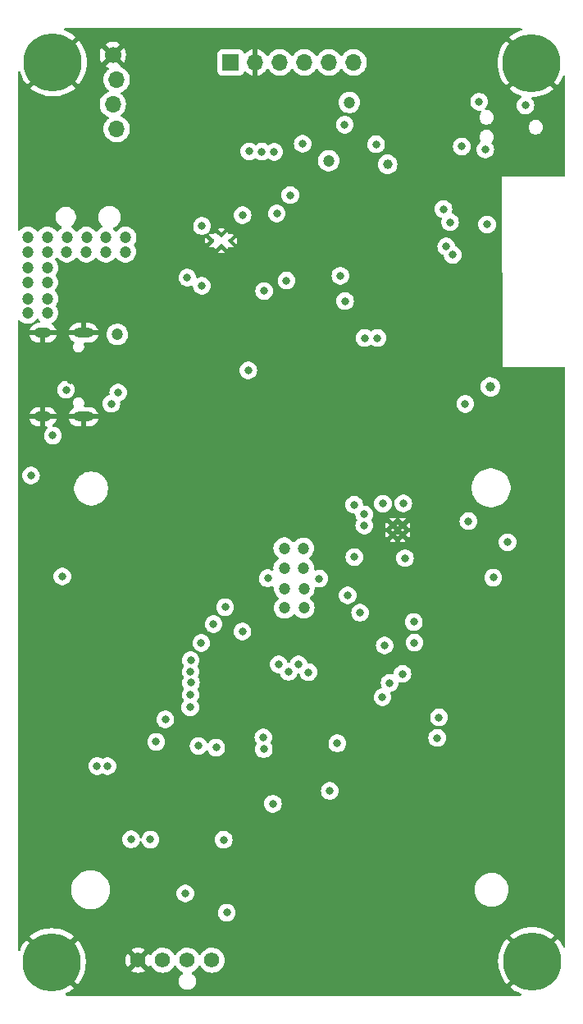
<source format=gbr>
%TF.GenerationSoftware,KiCad,Pcbnew,8.0.2*%
%TF.CreationDate,2024-09-03T18:11:36-04:00*%
%TF.ProjectId,bitaxeUltra,62697461-7865-4556-9c74-72612e6b6963,rev?*%
%TF.SameCoordinates,Original*%
%TF.FileFunction,Copper,L2,Inr*%
%TF.FilePolarity,Positive*%
%FSLAX46Y46*%
G04 Gerber Fmt 4.6, Leading zero omitted, Abs format (unit mm)*
G04 Created by KiCad (PCBNEW 8.0.2) date 2024-09-03 18:11:36*
%MOMM*%
%LPD*%
G01*
G04 APERTURE LIST*
%TA.AperFunction,ComponentPad*%
%ADD10C,0.800000*%
%TD*%
%TA.AperFunction,ComponentPad*%
%ADD11C,6.000000*%
%TD*%
%TA.AperFunction,ComponentPad*%
%ADD12C,0.500000*%
%TD*%
%TA.AperFunction,ComponentPad*%
%ADD13R,1.700000X1.700000*%
%TD*%
%TA.AperFunction,ComponentPad*%
%ADD14O,1.700000X1.700000*%
%TD*%
%TA.AperFunction,ComponentPad*%
%ADD15C,0.400000*%
%TD*%
%TA.AperFunction,ComponentPad*%
%ADD16C,1.574800*%
%TD*%
%TA.AperFunction,ComponentPad*%
%ADD17C,1.700000*%
%TD*%
%TA.AperFunction,ComponentPad*%
%ADD18O,1.800000X1.000000*%
%TD*%
%TA.AperFunction,ComponentPad*%
%ADD19O,2.100000X1.000000*%
%TD*%
%TA.AperFunction,ViaPad*%
%ADD20C,0.800000*%
%TD*%
%TA.AperFunction,ViaPad*%
%ADD21C,1.200000*%
%TD*%
%TA.AperFunction,ViaPad*%
%ADD22C,1.000000*%
%TD*%
G04 APERTURE END LIST*
D10*
%TO.N,GND*%
%TO.C,H7*%
X127985010Y-51120990D03*
X128644020Y-49530000D03*
X128644020Y-52711980D03*
X130235010Y-48870990D03*
D11*
X130235010Y-51120990D03*
D10*
X130235010Y-53370990D03*
X131826000Y-49530000D03*
X131826000Y-52711980D03*
X132485010Y-51120990D03*
%TD*%
D12*
%TO.N,GND*%
%TO.C,U2*%
X116922000Y-98765000D03*
X116922000Y-99765000D03*
X115922000Y-99765000D03*
X115922000Y-98765000D03*
%TD*%
D10*
%TO.N,GND*%
%TO.C,H9*%
X128052000Y-143728000D03*
X128711010Y-142137010D03*
X128711010Y-145318990D03*
X130302000Y-141478000D03*
D11*
X130302000Y-143728000D03*
D10*
X130302000Y-145978000D03*
X131892990Y-142137010D03*
X131892990Y-145318990D03*
X132552000Y-143728000D03*
%TD*%
D13*
%TO.N,/5V*%
%TO.C,J6*%
X99171505Y-51054000D03*
D14*
%TO.N,GND*%
X101711505Y-51054000D03*
%TO.N,Net-(J6-Pin_3)*%
X104251505Y-51054000D03*
%TO.N,Net-(J6-Pin_4)*%
X106791505Y-51054000D03*
%TO.N,Net-(J6-Pin_5)*%
X109331505Y-51054000D03*
%TO.N,Net-(J6-Pin_6)*%
X111871505Y-51054000D03*
%TD*%
D10*
%TO.N,GND*%
%TO.C,H10*%
X78455010Y-143830990D03*
X79114020Y-142240000D03*
X79114020Y-145421980D03*
X80705010Y-141580990D03*
D11*
X80705010Y-143830990D03*
D10*
X80705010Y-146080990D03*
X82296000Y-142240000D03*
X82296000Y-145421980D03*
X82955010Y-143830990D03*
%TD*%
D15*
%TO.N,GND*%
%TO.C,U9*%
X98201691Y-68847200D03*
X99151691Y-69422200D03*
X97251691Y-69422200D03*
X98201691Y-69997200D03*
%TD*%
D10*
%TO.N,GND*%
%TO.C,H8*%
X78558000Y-51054000D03*
X79217010Y-49463010D03*
X79217010Y-52644990D03*
X80808000Y-48804000D03*
D11*
X80808000Y-51054000D03*
D10*
X80808000Y-53304000D03*
X82398990Y-49463010D03*
X82398990Y-52644990D03*
X83058000Y-51054000D03*
%TD*%
D16*
%TO.N,GND*%
%TO.C,J4*%
X89621000Y-143622000D03*
%TO.N,/5V*%
X92161000Y-143622000D03*
%TO.N,/Fan/FAN_TACH*%
X94701000Y-143622000D03*
%TO.N,/Fan/FAN_PWM*%
X97241000Y-143622000D03*
%TD*%
D17*
%TO.N,GND*%
%TO.C,J9*%
X87005000Y-50292000D03*
D14*
%TO.N,/3V3*%
X87405000Y-52832000D03*
%TO.N,/SCL*%
X87005000Y-55372000D03*
%TO.N,/SDA*%
X87405000Y-57912000D03*
%TD*%
D18*
%TO.N,GND*%
%TO.C,J8*%
X79790000Y-87580000D03*
D19*
X83970000Y-87580000D03*
D18*
X79790000Y-78940000D03*
D19*
X83970000Y-78940000D03*
%TD*%
D20*
%TO.N,GND*%
X103190000Y-69390000D03*
X95758000Y-70612000D03*
D21*
X84249998Y-64840000D03*
D20*
X97490000Y-94550000D03*
X100850600Y-73131400D03*
D21*
X78313336Y-60370000D03*
D20*
X116910000Y-128990000D03*
D22*
X116540000Y-70920000D03*
D20*
X99060000Y-95504000D03*
X125600000Y-65940000D03*
X96600000Y-112710000D03*
D21*
X86256664Y-64840000D03*
D20*
X82620000Y-83780000D03*
X98530000Y-94570000D03*
X112460000Y-69350000D03*
X99510000Y-94570000D03*
X103886000Y-70358000D03*
X106396000Y-118533000D03*
X97028000Y-95504000D03*
D21*
X78283334Y-61860000D03*
D20*
X111140000Y-118640000D03*
X118430000Y-57150000D03*
X98044000Y-95504000D03*
X104082000Y-115436000D03*
D21*
X80236666Y-64840000D03*
D20*
X96070000Y-137650000D03*
X101092000Y-95504000D03*
D21*
X82243332Y-64840000D03*
D20*
X98530000Y-118780000D03*
X106408000Y-116351000D03*
X128120000Y-55550000D03*
D21*
X82273334Y-63350000D03*
D22*
X100765000Y-145890000D03*
D20*
X94890000Y-62470000D03*
D21*
X78260002Y-63350000D03*
D20*
X97550000Y-96520000D03*
X105673000Y-117442000D03*
X100600000Y-96510000D03*
D21*
X80320002Y-60370000D03*
D20*
X124109000Y-115539000D03*
D22*
X117910000Y-70950000D03*
D21*
X78230000Y-64840000D03*
D20*
X99584000Y-96510000D03*
X117602000Y-123903000D03*
X101779000Y-71402000D03*
D21*
X86286666Y-63350000D03*
D20*
X104855000Y-118563000D03*
X104132000Y-117472000D03*
D21*
X80266668Y-63350000D03*
D20*
X96534000Y-96520000D03*
X80837800Y-83578425D03*
X102500000Y-70390000D03*
X94160000Y-70610000D03*
D21*
X88293332Y-63350000D03*
X80290000Y-61860000D03*
D20*
X100076000Y-95504000D03*
X107144000Y-117442000D03*
X90897000Y-129309000D03*
X114140000Y-95310000D03*
X112512000Y-61250000D03*
X105623000Y-115406000D03*
D21*
X88263330Y-64840000D03*
D20*
X100600000Y-94570000D03*
X104867000Y-116381000D03*
X101010000Y-70410000D03*
X104600000Y-71380000D03*
D22*
X119454234Y-70914234D03*
D20*
X105330000Y-132320000D03*
X104430000Y-130240000D03*
X114030000Y-57490000D03*
D22*
X126380000Y-83110000D03*
D20*
X98568000Y-96510000D03*
X115573700Y-102188000D03*
X122620000Y-100670000D03*
X103210000Y-71420000D03*
X101570000Y-108460000D03*
X132297000Y-108743000D03*
X95260000Y-132630000D03*
X107094000Y-115406000D03*
X115099642Y-112550642D03*
D21*
%TO.N,/Power/VIN*%
X78230000Y-72240000D03*
X78210000Y-70570000D03*
X78230000Y-75410000D03*
X84270000Y-70570000D03*
X84290000Y-69100000D03*
X82270000Y-69100000D03*
X78210000Y-73710000D03*
X88330000Y-69100000D03*
X86310000Y-69100000D03*
X78230000Y-69100000D03*
X88310000Y-70570000D03*
X80230000Y-73710000D03*
X80230000Y-76880000D03*
X86290000Y-70570000D03*
X80230000Y-70570000D03*
X78210000Y-76880000D03*
X80250000Y-69100000D03*
X82250000Y-70570000D03*
X80250000Y-72240000D03*
X80250000Y-75410000D03*
D20*
%TO.N,/BM1366/1V8*%
X114890000Y-96560000D03*
X117172000Y-102173000D03*
X109410000Y-126170000D03*
%TO.N,/BM1366/INV_CLKO*%
X92430600Y-118795800D03*
%TO.N,/VDD*%
X121149900Y-66170000D03*
X103000000Y-104240000D03*
X105152000Y-113890000D03*
D21*
X106685000Y-103175000D03*
X106725000Y-105305000D03*
D20*
X104126000Y-113110000D03*
X108330000Y-104270000D03*
X107204000Y-113920000D03*
D21*
X106725000Y-107275000D03*
D20*
X106178000Y-113110000D03*
D21*
X104695000Y-103175000D03*
X104695000Y-101135000D03*
X106665000Y-101155000D03*
X104745000Y-107305000D03*
X104715000Y-105285000D03*
D20*
%TO.N,/ESP32/EN*%
X126293000Y-104178000D03*
X125650000Y-67760000D03*
X122101300Y-70905000D03*
%TO.N,/5V*%
X88883000Y-131168000D03*
X90881000Y-131182000D03*
X100400000Y-66800000D03*
D21*
X109280000Y-61185155D03*
D20*
X98450000Y-131200000D03*
D21*
X87480000Y-79100000D03*
D20*
X98770000Y-138720000D03*
%TO.N,/3V3*%
X80805000Y-89525000D03*
X110500000Y-73050000D03*
X111925000Y-96665000D03*
X127766000Y-100521000D03*
X129610000Y-55490000D03*
D22*
X126000000Y-84500000D03*
D20*
X123394000Y-86260000D03*
X94490000Y-136740000D03*
X117000534Y-96509102D03*
D21*
X111440000Y-55180000D03*
D20*
X114190000Y-59500000D03*
X82180000Y-84800000D03*
X81790000Y-104050000D03*
X100390000Y-109720000D03*
X110950000Y-57470000D03*
D22*
X115370000Y-61560000D03*
D20*
X78550000Y-93640000D03*
%TO.N,/TX*%
X114330000Y-79470000D03*
%TO.N,/RX*%
X113000000Y-79462500D03*
%TO.N,/BM1366/VDD3_0*%
X115070000Y-111160000D03*
%TO.N,/BM1366/VDD2_0*%
X112530000Y-107800000D03*
%TO.N,/RST*%
X121437000Y-70037900D03*
%TO.N,/BM1366/PIN_MODE*%
X91480645Y-121097045D03*
%TO.N,/SCL*%
X102390000Y-60260000D03*
X85380000Y-123600000D03*
X106610000Y-59449183D03*
X87560000Y-85090000D03*
X97680000Y-121690000D03*
%TO.N,/Power/OUT0*%
X96210000Y-67920000D03*
X101090000Y-60230000D03*
%TO.N,/BM1366/0V8*%
X110180000Y-121260000D03*
X103530000Y-127490000D03*
%TO.N,/BM1366/VDD1_0*%
X111250000Y-106010000D03*
%TO.N,/BM1366/VDD1_1*%
X98602800Y-107213400D03*
%TO.N,/BM1366/VDD2_1*%
X97409000Y-108966000D03*
%TO.N,/BM1366/VDD3_1*%
X96130000Y-110920000D03*
%TO.N,Net-(Q4-D)*%
X105330000Y-64740000D03*
X103940000Y-66630000D03*
%TO.N,Net-(U9-BOOT)*%
X94690000Y-73240000D03*
X96200000Y-74090000D03*
%TO.N,/BM1366/CI*%
X118085000Y-108745000D03*
X112970000Y-98790000D03*
%TO.N,/BM1366/RO*%
X112962000Y-97645000D03*
X118150000Y-110880000D03*
%TO.N,/BM1366/RST_N*%
X116920000Y-114090000D03*
X111948000Y-102053000D03*
%TO.N,Net-(Q2-G)*%
X100990000Y-82811400D03*
X102630000Y-74620000D03*
%TO.N,/BM1366/RI*%
X95070000Y-114990000D03*
%TO.N,/BM1366/CLKI*%
X114844000Y-116495900D03*
%TO.N,/BM1366/NRSTO*%
X95050000Y-112699800D03*
%TO.N,/BM1366/BO*%
X95030000Y-113880000D03*
%TO.N,/BM1366/CLKO*%
X95030000Y-116240000D03*
%TO.N,/BM1366/CO*%
X94996000Y-117551200D03*
%TO.N,/ESP32/P_TX*%
X125466555Y-60033445D03*
%TO.N,/ESP32/P_RX*%
X123040000Y-59730000D03*
%TO.N,/ESP32/IO0*%
X124830000Y-55100000D03*
X121828800Y-67530000D03*
X123719000Y-98362000D03*
%TO.N,/BM1366/ADDR0*%
X120680000Y-118590000D03*
%TO.N,/Power/PGOOD*%
X104940000Y-73540000D03*
%TO.N,/ESP32/PWR_EN*%
X110990000Y-75660000D03*
%TO.N,/SDA*%
X86450000Y-123620000D03*
X86858711Y-86240000D03*
X95850000Y-121520000D03*
X103670000Y-60270000D03*
%TO.N,/BM1366/BI*%
X115590000Y-115040000D03*
%TO.N,/BM1366/ADDR1*%
X120500000Y-120710000D03*
%TO.N,Net-(U14-VDDIO_18_1)*%
X102550000Y-120650000D03*
%TO.N,Net-(U14-VDDIO_08_1)*%
X102590000Y-121850000D03*
%TD*%
%TA.AperFunction,Conductor*%
%TO.N,GND*%
G36*
X129223807Y-47542002D02*
G01*
X129270300Y-47595658D01*
X129280404Y-47665932D01*
X129250910Y-47730512D01*
X129191184Y-47768896D01*
X129188297Y-47769707D01*
X129149499Y-47780102D01*
X129149486Y-47780106D01*
X128806229Y-47911870D01*
X128806221Y-47911874D01*
X128478612Y-48078799D01*
X128478606Y-48078802D01*
X128170237Y-48279058D01*
X128170232Y-48279062D01*
X127939297Y-48466068D01*
X129369180Y-49895950D01*
X129257826Y-49976854D01*
X129090874Y-50143806D01*
X129009970Y-50255159D01*
X128235083Y-49480272D01*
X128394020Y-49480272D01*
X128394020Y-49579728D01*
X128432080Y-49671614D01*
X128502406Y-49741940D01*
X128594292Y-49780000D01*
X128693748Y-49780000D01*
X128785634Y-49741940D01*
X128855960Y-49671614D01*
X128894020Y-49579728D01*
X128894020Y-49480272D01*
X128855960Y-49388386D01*
X128785634Y-49318060D01*
X128693748Y-49280000D01*
X128594292Y-49280000D01*
X128502406Y-49318060D01*
X128432080Y-49388386D01*
X128394020Y-49480272D01*
X128235083Y-49480272D01*
X127580088Y-48825277D01*
X127393082Y-49056212D01*
X127393078Y-49056217D01*
X127192822Y-49364586D01*
X127192819Y-49364592D01*
X127025894Y-49692201D01*
X127025890Y-49692209D01*
X126894126Y-50035466D01*
X126894122Y-50035479D01*
X126798958Y-50390636D01*
X126741438Y-50753807D01*
X126722196Y-51120982D01*
X126722196Y-51120997D01*
X126741438Y-51488172D01*
X126798958Y-51851343D01*
X126894122Y-52206500D01*
X126894126Y-52206513D01*
X127025890Y-52549770D01*
X127025894Y-52549778D01*
X127192819Y-52877387D01*
X127192822Y-52877393D01*
X127393087Y-53185774D01*
X127393091Y-53185779D01*
X127580087Y-53416700D01*
X127580088Y-53416701D01*
X128334537Y-52662252D01*
X128394020Y-52662252D01*
X128394020Y-52761708D01*
X128432080Y-52853594D01*
X128502406Y-52923920D01*
X128594292Y-52961980D01*
X128693748Y-52961980D01*
X128785634Y-52923920D01*
X128855960Y-52853594D01*
X128894020Y-52761708D01*
X128894020Y-52662252D01*
X128855960Y-52570366D01*
X128785634Y-52500040D01*
X128693748Y-52461980D01*
X128594292Y-52461980D01*
X128502406Y-52500040D01*
X128432080Y-52570366D01*
X128394020Y-52662252D01*
X128334537Y-52662252D01*
X129009970Y-51986819D01*
X129090874Y-52098174D01*
X129257826Y-52265126D01*
X129369179Y-52346028D01*
X127939297Y-53775910D01*
X127939298Y-53775911D01*
X128170220Y-53962908D01*
X128170225Y-53962912D01*
X128478606Y-54163177D01*
X128478612Y-54163180D01*
X128806221Y-54330105D01*
X128806229Y-54330109D01*
X129152571Y-54463057D01*
X129152036Y-54464449D01*
X129205783Y-54501149D01*
X129233462Y-54566528D01*
X129221401Y-54636492D01*
X129173429Y-54688830D01*
X129159550Y-54696075D01*
X129153253Y-54698878D01*
X129153248Y-54698882D01*
X128998744Y-54811135D01*
X128870965Y-54953048D01*
X128870958Y-54953058D01*
X128775476Y-55118438D01*
X128775473Y-55118445D01*
X128716457Y-55300072D01*
X128696496Y-55490000D01*
X128716457Y-55679927D01*
X128742374Y-55759688D01*
X128775473Y-55861556D01*
X128775476Y-55861561D01*
X128870958Y-56026941D01*
X128870965Y-56026951D01*
X128998744Y-56168864D01*
X129009309Y-56176540D01*
X129153248Y-56281118D01*
X129327712Y-56358794D01*
X129514513Y-56398500D01*
X129705487Y-56398500D01*
X129892288Y-56358794D01*
X130066752Y-56281118D01*
X130221253Y-56168866D01*
X130221255Y-56168864D01*
X130349034Y-56026951D01*
X130349035Y-56026949D01*
X130349040Y-56026944D01*
X130444527Y-55861556D01*
X130503542Y-55679928D01*
X130523504Y-55490000D01*
X130503542Y-55300072D01*
X130444527Y-55118444D01*
X130349040Y-54953056D01*
X130349038Y-54953054D01*
X130349034Y-54953048D01*
X130246160Y-54838795D01*
X130215442Y-54774788D01*
X130224207Y-54704334D01*
X130269670Y-54649803D01*
X130333202Y-54628658D01*
X130602192Y-54614561D01*
X130965363Y-54557041D01*
X131320520Y-54461877D01*
X131320533Y-54461873D01*
X131663790Y-54330109D01*
X131663798Y-54330105D01*
X131991407Y-54163180D01*
X131991413Y-54163177D01*
X132299792Y-53962914D01*
X132530721Y-53775910D01*
X131417063Y-52662252D01*
X131576000Y-52662252D01*
X131576000Y-52761708D01*
X131614060Y-52853594D01*
X131684386Y-52923920D01*
X131776272Y-52961980D01*
X131875728Y-52961980D01*
X131967614Y-52923920D01*
X132037940Y-52853594D01*
X132076000Y-52761708D01*
X132076000Y-52662252D01*
X132037940Y-52570366D01*
X131967614Y-52500040D01*
X131875728Y-52461980D01*
X131776272Y-52461980D01*
X131684386Y-52500040D01*
X131614060Y-52570366D01*
X131576000Y-52662252D01*
X131417063Y-52662252D01*
X131100840Y-52346029D01*
X131212194Y-52265126D01*
X131379146Y-52098174D01*
X131460049Y-51986819D01*
X132889930Y-53416701D01*
X133076934Y-53185772D01*
X133277197Y-52877393D01*
X133277200Y-52877387D01*
X133444125Y-52549778D01*
X133444129Y-52549770D01*
X133488369Y-52434521D01*
X133531454Y-52378093D01*
X133598208Y-52353916D01*
X133667435Y-52369667D01*
X133717157Y-52420345D01*
X133732000Y-52479675D01*
X133732000Y-62672096D01*
X133711998Y-62740217D01*
X133658342Y-62786710D01*
X133606621Y-62798094D01*
X127129999Y-62829999D01*
X127239999Y-82460000D01*
X127240000Y-82460000D01*
X133605387Y-82428835D01*
X133673601Y-82448502D01*
X133720356Y-82501929D01*
X133732000Y-82554832D01*
X133732000Y-142207892D01*
X133711998Y-142276013D01*
X133658342Y-142322506D01*
X133588068Y-142332610D01*
X133523488Y-142303116D01*
X133493733Y-142265095D01*
X133344191Y-141971602D01*
X133344187Y-141971596D01*
X133143922Y-141663215D01*
X133143918Y-141663210D01*
X132956921Y-141432288D01*
X132956920Y-141432287D01*
X131527039Y-142862169D01*
X131446136Y-142750816D01*
X131279184Y-142583864D01*
X131167829Y-142502960D01*
X131583507Y-142087282D01*
X131642990Y-142087282D01*
X131642990Y-142186738D01*
X131681050Y-142278624D01*
X131751376Y-142348950D01*
X131843262Y-142387010D01*
X131942718Y-142387010D01*
X132034604Y-142348950D01*
X132104930Y-142278624D01*
X132142990Y-142186738D01*
X132142990Y-142087282D01*
X132104930Y-141995396D01*
X132034604Y-141925070D01*
X131942718Y-141887010D01*
X131843262Y-141887010D01*
X131751376Y-141925070D01*
X131681050Y-141995396D01*
X131642990Y-142087282D01*
X131583507Y-142087282D01*
X132597711Y-141073078D01*
X132597710Y-141073077D01*
X132366789Y-140886081D01*
X132366784Y-140886077D01*
X132058403Y-140685812D01*
X132058397Y-140685809D01*
X131730788Y-140518884D01*
X131730780Y-140518880D01*
X131387523Y-140387116D01*
X131387510Y-140387112D01*
X131032353Y-140291948D01*
X130669182Y-140234428D01*
X130302007Y-140215186D01*
X130301993Y-140215186D01*
X129934817Y-140234428D01*
X129571646Y-140291948D01*
X129216489Y-140387112D01*
X129216476Y-140387116D01*
X128873219Y-140518880D01*
X128873211Y-140518884D01*
X128545602Y-140685809D01*
X128545596Y-140685812D01*
X128237227Y-140886068D01*
X128237222Y-140886072D01*
X128006287Y-141073078D01*
X129436169Y-142502960D01*
X129324816Y-142583864D01*
X129157864Y-142750816D01*
X129076960Y-142862169D01*
X128302073Y-142087282D01*
X128461010Y-142087282D01*
X128461010Y-142186738D01*
X128499070Y-142278624D01*
X128569396Y-142348950D01*
X128661282Y-142387010D01*
X128760738Y-142387010D01*
X128852624Y-142348950D01*
X128922950Y-142278624D01*
X128961010Y-142186738D01*
X128961010Y-142087282D01*
X128922950Y-141995396D01*
X128852624Y-141925070D01*
X128760738Y-141887010D01*
X128661282Y-141887010D01*
X128569396Y-141925070D01*
X128499070Y-141995396D01*
X128461010Y-142087282D01*
X128302073Y-142087282D01*
X127647078Y-141432287D01*
X127460072Y-141663222D01*
X127460068Y-141663227D01*
X127259812Y-141971596D01*
X127259809Y-141971602D01*
X127092884Y-142299211D01*
X127092880Y-142299219D01*
X126961116Y-142642476D01*
X126961112Y-142642489D01*
X126865948Y-142997646D01*
X126808428Y-143360817D01*
X126789186Y-143727992D01*
X126789186Y-143728007D01*
X126808428Y-144095182D01*
X126865948Y-144458353D01*
X126961112Y-144813510D01*
X126961116Y-144813523D01*
X127092880Y-145156780D01*
X127092884Y-145156788D01*
X127259809Y-145484397D01*
X127259812Y-145484403D01*
X127460077Y-145792784D01*
X127460081Y-145792789D01*
X127647077Y-146023710D01*
X127647078Y-146023711D01*
X128401527Y-145269262D01*
X128461010Y-145269262D01*
X128461010Y-145368718D01*
X128499070Y-145460604D01*
X128569396Y-145530930D01*
X128661282Y-145568990D01*
X128760738Y-145568990D01*
X128852624Y-145530930D01*
X128922950Y-145460604D01*
X128961010Y-145368718D01*
X128961010Y-145269262D01*
X128922950Y-145177376D01*
X128852624Y-145107050D01*
X128760738Y-145068990D01*
X128661282Y-145068990D01*
X128569396Y-145107050D01*
X128499070Y-145177376D01*
X128461010Y-145269262D01*
X128401527Y-145269262D01*
X129076960Y-144593829D01*
X129157864Y-144705184D01*
X129324816Y-144872136D01*
X129436169Y-144953039D01*
X128006287Y-146382920D01*
X128006288Y-146382921D01*
X128237210Y-146569918D01*
X128237215Y-146569922D01*
X128545596Y-146770187D01*
X128545602Y-146770190D01*
X128873211Y-146937115D01*
X128873219Y-146937119D01*
X129142195Y-147040369D01*
X129198623Y-147083455D01*
X129222800Y-147150208D01*
X129207049Y-147219435D01*
X129156371Y-147269157D01*
X129097041Y-147284000D01*
X82253415Y-147284000D01*
X82185294Y-147263998D01*
X82169062Y-147251597D01*
X82142526Y-147227680D01*
X82105318Y-147167217D01*
X82106706Y-147096234D01*
X82146249Y-147037269D01*
X82169683Y-147021821D01*
X82461399Y-146873185D01*
X82461413Y-146873177D01*
X82769792Y-146672914D01*
X83000721Y-146485910D01*
X81887062Y-145372252D01*
X82046000Y-145372252D01*
X82046000Y-145471708D01*
X82084060Y-145563594D01*
X82154386Y-145633920D01*
X82246272Y-145671980D01*
X82345728Y-145671980D01*
X82437614Y-145633920D01*
X82507940Y-145563594D01*
X82546000Y-145471708D01*
X82546000Y-145372252D01*
X82507940Y-145280366D01*
X82437614Y-145210040D01*
X82345728Y-145171980D01*
X82246272Y-145171980D01*
X82154386Y-145210040D01*
X82084060Y-145280366D01*
X82046000Y-145372252D01*
X81887062Y-145372252D01*
X81570839Y-145056029D01*
X81682194Y-144975126D01*
X81849146Y-144808174D01*
X81930049Y-144696820D01*
X83359930Y-146126701D01*
X83546934Y-145895772D01*
X83747197Y-145587393D01*
X83747200Y-145587387D01*
X83914125Y-145259778D01*
X83914129Y-145259770D01*
X84045893Y-144916513D01*
X84045897Y-144916500D01*
X84141061Y-144561343D01*
X84198581Y-144198172D01*
X84217824Y-143830997D01*
X84217824Y-143830982D01*
X84206872Y-143622000D01*
X88320652Y-143622000D01*
X88340407Y-143847802D01*
X88399072Y-144066742D01*
X88399074Y-144066747D01*
X88494867Y-144272175D01*
X88542947Y-144340841D01*
X89109570Y-143774218D01*
X89123950Y-143827885D01*
X89194174Y-143949515D01*
X89293485Y-144048826D01*
X89415115Y-144119050D01*
X89468779Y-144133429D01*
X88902157Y-144700051D01*
X88902157Y-144700053D01*
X88970822Y-144748132D01*
X89176251Y-144843925D01*
X89176257Y-144843927D01*
X89395197Y-144902592D01*
X89621000Y-144922347D01*
X89846802Y-144902592D01*
X90065742Y-144843927D01*
X90065748Y-144843925D01*
X90271169Y-144748136D01*
X90339841Y-144700051D01*
X90339841Y-144700050D01*
X89773220Y-144133429D01*
X89826885Y-144119050D01*
X89948515Y-144048826D01*
X90047826Y-143949515D01*
X90118050Y-143827885D01*
X90132429Y-143774220D01*
X90699050Y-144340841D01*
X90699051Y-144340841D01*
X90747138Y-144272166D01*
X90747139Y-144272164D01*
X90776528Y-144209138D01*
X90823444Y-144155852D01*
X90891721Y-144136390D01*
X90959681Y-144156931D01*
X91004917Y-144209135D01*
X91034429Y-144272423D01*
X91082336Y-144340841D01*
X91164491Y-144458170D01*
X91324830Y-144618509D01*
X91510575Y-144748569D01*
X91716083Y-144844399D01*
X91935110Y-144903087D01*
X92161000Y-144922850D01*
X92386890Y-144903087D01*
X92605917Y-144844399D01*
X92811425Y-144748569D01*
X92997170Y-144618509D01*
X93157509Y-144458170D01*
X93287569Y-144272425D01*
X93316805Y-144209727D01*
X93363722Y-144156443D01*
X93431999Y-144136982D01*
X93499959Y-144157524D01*
X93545194Y-144209727D01*
X93574431Y-144272425D01*
X93704491Y-144458170D01*
X93864830Y-144618509D01*
X94050575Y-144748569D01*
X94189513Y-144813356D01*
X94242797Y-144860273D01*
X94262258Y-144928550D01*
X94241716Y-144996510D01*
X94206265Y-145032315D01*
X94128434Y-145084321D01*
X94128425Y-145084328D01*
X94003327Y-145209426D01*
X94003322Y-145209432D01*
X93905025Y-145356544D01*
X93837319Y-145520000D01*
X93837317Y-145520005D01*
X93802800Y-145693533D01*
X93802800Y-145870468D01*
X93814298Y-145928272D01*
X93837317Y-146043996D01*
X93905025Y-146207458D01*
X93918751Y-146228000D01*
X94003322Y-146354569D01*
X94003327Y-146354575D01*
X94128425Y-146479673D01*
X94128431Y-146479678D01*
X94275543Y-146577976D01*
X94439005Y-146645684D01*
X94612535Y-146680201D01*
X94612536Y-146680201D01*
X94789464Y-146680201D01*
X94789465Y-146680201D01*
X94962995Y-146645684D01*
X95126457Y-146577976D01*
X95273569Y-146479678D01*
X95398677Y-146354570D01*
X95496975Y-146207458D01*
X95564683Y-146043996D01*
X95599200Y-145870466D01*
X95599200Y-145693536D01*
X95564683Y-145520006D01*
X95496975Y-145356544D01*
X95398677Y-145209432D01*
X95398672Y-145209426D01*
X95273572Y-145084326D01*
X95195734Y-145032316D01*
X95150207Y-144977838D01*
X95141360Y-144907395D01*
X95172001Y-144843351D01*
X95212486Y-144813357D01*
X95351425Y-144748569D01*
X95537170Y-144618509D01*
X95697509Y-144458170D01*
X95827569Y-144272425D01*
X95856805Y-144209727D01*
X95903722Y-144156443D01*
X95971999Y-144136982D01*
X96039959Y-144157524D01*
X96085194Y-144209727D01*
X96114431Y-144272425D01*
X96244491Y-144458170D01*
X96404830Y-144618509D01*
X96590575Y-144748569D01*
X96796083Y-144844399D01*
X97015110Y-144903087D01*
X97241000Y-144922850D01*
X97466890Y-144903087D01*
X97685917Y-144844399D01*
X97891425Y-144748569D01*
X98077170Y-144618509D01*
X98237509Y-144458170D01*
X98367569Y-144272425D01*
X98463399Y-144066917D01*
X98522087Y-143847890D01*
X98541850Y-143622000D01*
X98522087Y-143396110D01*
X98463399Y-143177083D01*
X98367569Y-142971575D01*
X98237509Y-142785830D01*
X98077170Y-142625491D01*
X98017720Y-142583864D01*
X97891425Y-142495431D01*
X97685920Y-142399602D01*
X97685915Y-142399600D01*
X97567700Y-142367925D01*
X97466890Y-142340913D01*
X97241000Y-142321150D01*
X97015110Y-142340913D01*
X96956423Y-142356638D01*
X96796084Y-142399600D01*
X96796079Y-142399602D01*
X96590574Y-142495431D01*
X96404833Y-142625488D01*
X96404827Y-142625493D01*
X96244493Y-142785827D01*
X96244488Y-142785833D01*
X96114431Y-142971574D01*
X96085195Y-143034271D01*
X96038277Y-143087556D01*
X95970000Y-143107017D01*
X95902040Y-143086475D01*
X95856805Y-143034271D01*
X95839726Y-142997646D01*
X95827569Y-142971575D01*
X95697509Y-142785830D01*
X95537170Y-142625491D01*
X95477720Y-142583864D01*
X95351425Y-142495431D01*
X95145920Y-142399602D01*
X95145915Y-142399600D01*
X95027700Y-142367925D01*
X94926890Y-142340913D01*
X94701000Y-142321150D01*
X94475110Y-142340913D01*
X94416423Y-142356638D01*
X94256084Y-142399600D01*
X94256079Y-142399602D01*
X94050574Y-142495431D01*
X93864833Y-142625488D01*
X93864827Y-142625493D01*
X93704493Y-142785827D01*
X93704488Y-142785833D01*
X93574431Y-142971574D01*
X93545195Y-143034271D01*
X93498277Y-143087556D01*
X93430000Y-143107017D01*
X93362040Y-143086475D01*
X93316805Y-143034271D01*
X93299726Y-142997646D01*
X93287569Y-142971575D01*
X93157509Y-142785830D01*
X92997170Y-142625491D01*
X92937720Y-142583864D01*
X92811425Y-142495431D01*
X92605920Y-142399602D01*
X92605915Y-142399600D01*
X92487700Y-142367925D01*
X92386890Y-142340913D01*
X92161000Y-142321150D01*
X91935110Y-142340913D01*
X91876423Y-142356638D01*
X91716084Y-142399600D01*
X91716079Y-142399602D01*
X91510574Y-142495431D01*
X91324833Y-142625488D01*
X91324827Y-142625493D01*
X91164493Y-142785827D01*
X91164488Y-142785833D01*
X91034430Y-142971575D01*
X91004917Y-143034865D01*
X90957999Y-143088149D01*
X90889721Y-143107609D01*
X90821762Y-143087066D01*
X90776528Y-143034862D01*
X90747134Y-142971825D01*
X90747132Y-142971822D01*
X90699053Y-142903157D01*
X90699051Y-142903157D01*
X90132429Y-143469779D01*
X90118050Y-143416115D01*
X90047826Y-143294485D01*
X89948515Y-143195174D01*
X89826885Y-143124950D01*
X89773219Y-143110570D01*
X90339841Y-142543947D01*
X90271175Y-142495867D01*
X90065747Y-142400074D01*
X90065742Y-142400072D01*
X89846802Y-142341407D01*
X89621000Y-142321652D01*
X89395197Y-142341407D01*
X89176257Y-142400072D01*
X89176252Y-142400074D01*
X88970824Y-142495867D01*
X88902156Y-142543947D01*
X89468779Y-143110570D01*
X89415115Y-143124950D01*
X89293485Y-143195174D01*
X89194174Y-143294485D01*
X89123950Y-143416115D01*
X89109570Y-143469779D01*
X88542947Y-142903156D01*
X88494867Y-142971824D01*
X88399074Y-143177252D01*
X88399072Y-143177257D01*
X88340407Y-143396197D01*
X88320652Y-143622000D01*
X84206872Y-143622000D01*
X84198581Y-143463807D01*
X84141061Y-143100636D01*
X84045897Y-142745479D01*
X84045893Y-142745466D01*
X83914129Y-142402209D01*
X83914125Y-142402201D01*
X83747200Y-142074592D01*
X83747197Y-142074586D01*
X83546932Y-141766205D01*
X83546928Y-141766200D01*
X83359931Y-141535278D01*
X83359930Y-141535277D01*
X81930048Y-142965158D01*
X81849146Y-142853806D01*
X81682194Y-142686854D01*
X81570839Y-142605950D01*
X81986517Y-142190272D01*
X82046000Y-142190272D01*
X82046000Y-142289728D01*
X82084060Y-142381614D01*
X82154386Y-142451940D01*
X82246272Y-142490000D01*
X82345728Y-142490000D01*
X82437614Y-142451940D01*
X82507940Y-142381614D01*
X82546000Y-142289728D01*
X82546000Y-142190272D01*
X82507940Y-142098386D01*
X82437614Y-142028060D01*
X82345728Y-141990000D01*
X82246272Y-141990000D01*
X82154386Y-142028060D01*
X82084060Y-142098386D01*
X82046000Y-142190272D01*
X81986517Y-142190272D01*
X83000721Y-141176068D01*
X83000720Y-141176067D01*
X82769799Y-140989071D01*
X82769794Y-140989067D01*
X82461413Y-140788802D01*
X82461407Y-140788799D01*
X82133798Y-140621874D01*
X82133790Y-140621870D01*
X81790533Y-140490106D01*
X81790520Y-140490102D01*
X81435363Y-140394938D01*
X81072192Y-140337418D01*
X80705017Y-140318176D01*
X80705003Y-140318176D01*
X80337827Y-140337418D01*
X79974656Y-140394938D01*
X79619499Y-140490102D01*
X79619486Y-140490106D01*
X79276229Y-140621870D01*
X79276221Y-140621874D01*
X78948612Y-140788799D01*
X78948606Y-140788802D01*
X78640237Y-140989058D01*
X78640232Y-140989062D01*
X78409297Y-141176068D01*
X79839179Y-142605950D01*
X79727826Y-142686854D01*
X79560874Y-142853806D01*
X79479970Y-142965160D01*
X78705083Y-142190272D01*
X78864020Y-142190272D01*
X78864020Y-142289728D01*
X78902080Y-142381614D01*
X78972406Y-142451940D01*
X79064292Y-142490000D01*
X79163748Y-142490000D01*
X79255634Y-142451940D01*
X79325960Y-142381614D01*
X79364020Y-142289728D01*
X79364020Y-142190272D01*
X79325960Y-142098386D01*
X79255634Y-142028060D01*
X79163748Y-141990000D01*
X79064292Y-141990000D01*
X78972406Y-142028060D01*
X78902080Y-142098386D01*
X78864020Y-142190272D01*
X78705083Y-142190272D01*
X78050088Y-141535277D01*
X77863082Y-141766212D01*
X77863078Y-141766217D01*
X77662822Y-142074586D01*
X77662819Y-142074592D01*
X77495894Y-142402201D01*
X77495890Y-142402209D01*
X77432631Y-142567007D01*
X77389545Y-142623435D01*
X77322792Y-142647612D01*
X77253565Y-142631861D01*
X77203843Y-142581183D01*
X77189000Y-142521853D01*
X77189000Y-138720000D01*
X97856496Y-138720000D01*
X97876457Y-138909927D01*
X97906526Y-139002470D01*
X97935473Y-139091556D01*
X97935476Y-139091561D01*
X98030958Y-139256941D01*
X98030965Y-139256951D01*
X98158744Y-139398864D01*
X98158747Y-139398866D01*
X98313248Y-139511118D01*
X98487712Y-139588794D01*
X98674513Y-139628500D01*
X98865487Y-139628500D01*
X99052288Y-139588794D01*
X99226752Y-139511118D01*
X99381253Y-139398866D01*
X99509040Y-139256944D01*
X99604527Y-139091556D01*
X99663542Y-138909928D01*
X99683504Y-138720000D01*
X99663542Y-138530072D01*
X99604527Y-138348444D01*
X99509040Y-138183056D01*
X99509038Y-138183054D01*
X99509034Y-138183048D01*
X99381255Y-138041135D01*
X99226752Y-137928882D01*
X99052288Y-137851206D01*
X98865487Y-137811500D01*
X98674513Y-137811500D01*
X98487711Y-137851206D01*
X98313247Y-137928882D01*
X98158744Y-138041135D01*
X98030965Y-138183048D01*
X98030958Y-138183058D01*
X97935476Y-138348438D01*
X97935473Y-138348445D01*
X97876457Y-138530072D01*
X97856496Y-138720000D01*
X77189000Y-138720000D01*
X77189000Y-136228878D01*
X82709500Y-136228878D01*
X82709500Y-136491121D01*
X82743728Y-136751108D01*
X82743729Y-136751114D01*
X82743730Y-136751116D01*
X82811602Y-137004419D01*
X82911957Y-137246697D01*
X82911958Y-137246698D01*
X82911963Y-137246709D01*
X83043073Y-137473799D01*
X83043077Y-137473805D01*
X83202710Y-137681842D01*
X83202729Y-137681863D01*
X83388136Y-137867270D01*
X83388157Y-137867289D01*
X83596194Y-138026922D01*
X83596200Y-138026926D01*
X83823290Y-138158036D01*
X83823294Y-138158037D01*
X83823303Y-138158043D01*
X84065581Y-138258398D01*
X84318884Y-138326270D01*
X84318890Y-138326270D01*
X84318891Y-138326271D01*
X84343900Y-138329563D01*
X84578880Y-138360500D01*
X84578887Y-138360500D01*
X84841113Y-138360500D01*
X84841120Y-138360500D01*
X85101116Y-138326270D01*
X85354419Y-138258398D01*
X85596697Y-138158043D01*
X85823803Y-138026924D01*
X86031851Y-137867282D01*
X86217282Y-137681851D01*
X86376924Y-137473803D01*
X86508043Y-137246697D01*
X86608398Y-137004419D01*
X86676270Y-136751116D01*
X86677733Y-136740000D01*
X93576496Y-136740000D01*
X93596457Y-136929927D01*
X93620661Y-137004418D01*
X93655473Y-137111556D01*
X93655476Y-137111561D01*
X93750958Y-137276941D01*
X93750965Y-137276951D01*
X93878744Y-137418864D01*
X93878747Y-137418866D01*
X94033248Y-137531118D01*
X94207712Y-137608794D01*
X94394513Y-137648500D01*
X94585487Y-137648500D01*
X94772288Y-137608794D01*
X94946752Y-137531118D01*
X95101253Y-137418866D01*
X95229040Y-137276944D01*
X95324527Y-137111556D01*
X95383542Y-136929928D01*
X95403504Y-136740000D01*
X95383542Y-136550072D01*
X95324527Y-136368444D01*
X95247635Y-136235263D01*
X124379500Y-136235263D01*
X124379500Y-136464736D01*
X124409450Y-136692231D01*
X124409452Y-136692238D01*
X124468842Y-136913887D01*
X124556656Y-137125888D01*
X124556657Y-137125889D01*
X124556662Y-137125900D01*
X124671386Y-137324608D01*
X124671391Y-137324615D01*
X124811073Y-137506652D01*
X124811092Y-137506673D01*
X124973326Y-137668907D01*
X124973347Y-137668926D01*
X125155384Y-137808608D01*
X125155391Y-137808613D01*
X125354099Y-137923337D01*
X125354103Y-137923338D01*
X125354112Y-137923344D01*
X125566113Y-138011158D01*
X125787762Y-138070548D01*
X125787766Y-138070548D01*
X125787768Y-138070549D01*
X125846398Y-138078267D01*
X126015266Y-138100500D01*
X126015273Y-138100500D01*
X126244727Y-138100500D01*
X126244734Y-138100500D01*
X126450345Y-138073430D01*
X126472231Y-138070549D01*
X126472231Y-138070548D01*
X126472238Y-138070548D01*
X126693887Y-138011158D01*
X126905888Y-137923344D01*
X127104612Y-137808611D01*
X127286661Y-137668919D01*
X127448919Y-137506661D01*
X127588611Y-137324612D01*
X127703344Y-137125888D01*
X127791158Y-136913887D01*
X127850548Y-136692238D01*
X127880500Y-136464734D01*
X127880500Y-136235266D01*
X127850548Y-136007762D01*
X127791158Y-135786113D01*
X127703344Y-135574112D01*
X127703338Y-135574103D01*
X127703337Y-135574099D01*
X127588613Y-135375391D01*
X127588608Y-135375384D01*
X127448926Y-135193347D01*
X127448907Y-135193326D01*
X127286673Y-135031092D01*
X127286652Y-135031073D01*
X127104615Y-134891391D01*
X127104608Y-134891386D01*
X126905900Y-134776662D01*
X126905892Y-134776658D01*
X126905888Y-134776656D01*
X126693887Y-134688842D01*
X126472238Y-134629452D01*
X126472231Y-134629450D01*
X126244736Y-134599500D01*
X126244734Y-134599500D01*
X126015266Y-134599500D01*
X126015263Y-134599500D01*
X125787768Y-134629450D01*
X125566113Y-134688842D01*
X125555899Y-134693073D01*
X125354110Y-134776657D01*
X125354099Y-134776662D01*
X125155391Y-134891386D01*
X125155384Y-134891391D01*
X124973347Y-135031073D01*
X124973326Y-135031092D01*
X124811092Y-135193326D01*
X124811073Y-135193347D01*
X124671391Y-135375384D01*
X124671386Y-135375391D01*
X124556662Y-135574099D01*
X124556657Y-135574110D01*
X124468842Y-135786113D01*
X124409450Y-136007768D01*
X124379500Y-136235263D01*
X95247635Y-136235263D01*
X95229040Y-136203056D01*
X95229038Y-136203054D01*
X95229034Y-136203048D01*
X95101255Y-136061135D01*
X94946752Y-135948882D01*
X94772288Y-135871206D01*
X94585487Y-135831500D01*
X94394513Y-135831500D01*
X94207711Y-135871206D01*
X94033247Y-135948882D01*
X93878744Y-136061135D01*
X93750965Y-136203048D01*
X93750958Y-136203058D01*
X93655476Y-136368438D01*
X93655473Y-136368445D01*
X93596457Y-136550072D01*
X93576496Y-136740000D01*
X86677733Y-136740000D01*
X86710500Y-136491120D01*
X86710500Y-136228880D01*
X86676270Y-135968884D01*
X86608398Y-135715581D01*
X86508043Y-135473303D01*
X86508037Y-135473294D01*
X86508036Y-135473290D01*
X86376926Y-135246200D01*
X86376922Y-135246194D01*
X86217289Y-135038157D01*
X86217270Y-135038136D01*
X86031863Y-134852729D01*
X86031842Y-134852710D01*
X85823805Y-134693077D01*
X85823799Y-134693073D01*
X85596709Y-134561963D01*
X85596701Y-134561959D01*
X85596697Y-134561957D01*
X85354419Y-134461602D01*
X85101116Y-134393730D01*
X85101114Y-134393729D01*
X85101108Y-134393728D01*
X84841121Y-134359500D01*
X84841120Y-134359500D01*
X84578880Y-134359500D01*
X84578878Y-134359500D01*
X84318891Y-134393728D01*
X84065581Y-134461602D01*
X83823301Y-134561958D01*
X83823290Y-134561963D01*
X83596200Y-134693073D01*
X83596194Y-134693077D01*
X83388157Y-134852710D01*
X83388136Y-134852729D01*
X83202729Y-135038136D01*
X83202710Y-135038157D01*
X83043077Y-135246194D01*
X83043073Y-135246200D01*
X82911963Y-135473290D01*
X82911958Y-135473301D01*
X82911957Y-135473303D01*
X82811602Y-135715581D01*
X82743728Y-135968891D01*
X82709500Y-136228878D01*
X77189000Y-136228878D01*
X77189000Y-131168000D01*
X87969496Y-131168000D01*
X87989457Y-131357927D01*
X88019526Y-131450470D01*
X88048473Y-131539556D01*
X88048476Y-131539561D01*
X88143958Y-131704941D01*
X88143965Y-131704951D01*
X88271744Y-131846864D01*
X88291016Y-131860866D01*
X88426248Y-131959118D01*
X88600712Y-132036794D01*
X88787513Y-132076500D01*
X88978487Y-132076500D01*
X89165288Y-132036794D01*
X89339752Y-131959118D01*
X89494253Y-131846866D01*
X89609428Y-131718951D01*
X89622034Y-131704951D01*
X89622035Y-131704949D01*
X89622040Y-131704944D01*
X89717527Y-131539556D01*
X89759892Y-131409169D01*
X89799966Y-131350564D01*
X89865362Y-131322927D01*
X89935319Y-131335034D01*
X89987625Y-131383040D01*
X89999558Y-131409169D01*
X90018342Y-131466979D01*
X90046473Y-131553556D01*
X90046476Y-131553561D01*
X90141958Y-131718941D01*
X90141965Y-131718951D01*
X90269744Y-131860864D01*
X90269747Y-131860866D01*
X90424248Y-131973118D01*
X90598712Y-132050794D01*
X90785513Y-132090500D01*
X90976487Y-132090500D01*
X91163288Y-132050794D01*
X91337752Y-131973118D01*
X91492253Y-131860866D01*
X91504859Y-131846866D01*
X91620034Y-131718951D01*
X91620035Y-131718949D01*
X91620040Y-131718944D01*
X91715527Y-131553556D01*
X91774542Y-131371928D01*
X91792612Y-131200000D01*
X97536496Y-131200000D01*
X97556457Y-131389927D01*
X97562710Y-131409170D01*
X97615473Y-131571556D01*
X97615476Y-131571561D01*
X97710958Y-131736941D01*
X97710965Y-131736951D01*
X97838744Y-131878864D01*
X97838747Y-131878866D01*
X97993248Y-131991118D01*
X98167712Y-132068794D01*
X98354513Y-132108500D01*
X98545487Y-132108500D01*
X98732288Y-132068794D01*
X98906752Y-131991118D01*
X99061253Y-131878866D01*
X99189040Y-131736944D01*
X99284527Y-131571556D01*
X99343542Y-131389928D01*
X99363504Y-131200000D01*
X99343542Y-131010072D01*
X99284527Y-130828444D01*
X99189040Y-130663056D01*
X99189038Y-130663054D01*
X99189034Y-130663048D01*
X99061255Y-130521135D01*
X98906752Y-130408882D01*
X98732288Y-130331206D01*
X98545487Y-130291500D01*
X98354513Y-130291500D01*
X98167711Y-130331206D01*
X97993247Y-130408882D01*
X97838744Y-130521135D01*
X97710965Y-130663048D01*
X97710958Y-130663058D01*
X97615476Y-130828438D01*
X97615473Y-130828445D01*
X97556457Y-131010072D01*
X97536496Y-131200000D01*
X91792612Y-131200000D01*
X91794504Y-131182000D01*
X91774542Y-130992072D01*
X91715527Y-130810444D01*
X91620040Y-130645056D01*
X91620038Y-130645054D01*
X91620034Y-130645048D01*
X91492255Y-130503135D01*
X91337752Y-130390882D01*
X91163288Y-130313206D01*
X90976487Y-130273500D01*
X90785513Y-130273500D01*
X90598711Y-130313206D01*
X90424247Y-130390882D01*
X90269744Y-130503135D01*
X90141965Y-130645048D01*
X90141958Y-130645058D01*
X90046476Y-130810438D01*
X90046472Y-130810445D01*
X90004107Y-130940830D01*
X89964033Y-130999436D01*
X89898636Y-131027072D01*
X89828679Y-131014965D01*
X89776373Y-130966958D01*
X89764441Y-130940830D01*
X89717527Y-130796444D01*
X89622040Y-130631056D01*
X89622038Y-130631054D01*
X89622034Y-130631048D01*
X89494255Y-130489135D01*
X89339752Y-130376882D01*
X89165288Y-130299206D01*
X88978487Y-130259500D01*
X88787513Y-130259500D01*
X88600711Y-130299206D01*
X88426247Y-130376882D01*
X88271744Y-130489135D01*
X88143965Y-130631048D01*
X88143958Y-130631058D01*
X88048476Y-130796438D01*
X88048473Y-130796444D01*
X88038075Y-130828445D01*
X87989457Y-130978072D01*
X87969496Y-131168000D01*
X77189000Y-131168000D01*
X77189000Y-127490000D01*
X102616496Y-127490000D01*
X102636457Y-127679927D01*
X102666526Y-127772470D01*
X102695473Y-127861556D01*
X102695476Y-127861561D01*
X102790958Y-128026941D01*
X102790965Y-128026951D01*
X102918744Y-128168864D01*
X102918747Y-128168866D01*
X103073248Y-128281118D01*
X103247712Y-128358794D01*
X103434513Y-128398500D01*
X103625487Y-128398500D01*
X103812288Y-128358794D01*
X103986752Y-128281118D01*
X104141253Y-128168866D01*
X104269040Y-128026944D01*
X104364527Y-127861556D01*
X104423542Y-127679928D01*
X104443504Y-127490000D01*
X104423542Y-127300072D01*
X104364527Y-127118444D01*
X104269040Y-126953056D01*
X104269038Y-126953054D01*
X104269034Y-126953048D01*
X104141255Y-126811135D01*
X103986752Y-126698882D01*
X103812288Y-126621206D01*
X103625487Y-126581500D01*
X103434513Y-126581500D01*
X103247711Y-126621206D01*
X103073247Y-126698882D01*
X102918744Y-126811135D01*
X102790965Y-126953048D01*
X102790958Y-126953058D01*
X102695476Y-127118438D01*
X102695473Y-127118445D01*
X102636457Y-127300072D01*
X102616496Y-127490000D01*
X77189000Y-127490000D01*
X77189000Y-126170000D01*
X108496496Y-126170000D01*
X108516457Y-126359927D01*
X108546526Y-126452470D01*
X108575473Y-126541556D01*
X108575476Y-126541561D01*
X108670958Y-126706941D01*
X108670965Y-126706951D01*
X108798744Y-126848864D01*
X108798747Y-126848866D01*
X108953248Y-126961118D01*
X109127712Y-127038794D01*
X109314513Y-127078500D01*
X109505487Y-127078500D01*
X109692288Y-127038794D01*
X109866752Y-126961118D01*
X110021253Y-126848866D01*
X110149040Y-126706944D01*
X110244527Y-126541556D01*
X110303542Y-126359928D01*
X110323504Y-126170000D01*
X110303542Y-125980072D01*
X110244527Y-125798444D01*
X110149040Y-125633056D01*
X110149038Y-125633054D01*
X110149034Y-125633048D01*
X110021255Y-125491135D01*
X109866752Y-125378882D01*
X109692288Y-125301206D01*
X109505487Y-125261500D01*
X109314513Y-125261500D01*
X109127711Y-125301206D01*
X108953247Y-125378882D01*
X108798744Y-125491135D01*
X108670965Y-125633048D01*
X108670958Y-125633058D01*
X108575476Y-125798438D01*
X108575473Y-125798445D01*
X108516457Y-125980072D01*
X108496496Y-126170000D01*
X77189000Y-126170000D01*
X77189000Y-123600000D01*
X84466496Y-123600000D01*
X84486457Y-123789927D01*
X84492956Y-123809927D01*
X84545473Y-123971556D01*
X84545476Y-123971561D01*
X84640958Y-124136941D01*
X84640965Y-124136951D01*
X84768744Y-124278864D01*
X84829999Y-124323368D01*
X84923248Y-124391118D01*
X85097712Y-124468794D01*
X85284513Y-124508500D01*
X85475487Y-124508500D01*
X85662288Y-124468794D01*
X85836752Y-124391118D01*
X85836771Y-124391103D01*
X85837734Y-124390549D01*
X85838382Y-124390391D01*
X85842784Y-124388432D01*
X85843142Y-124389236D01*
X85906727Y-124373801D01*
X85973823Y-124397011D01*
X85974661Y-124397614D01*
X85993248Y-124411118D01*
X86167712Y-124488794D01*
X86354513Y-124528500D01*
X86545487Y-124528500D01*
X86732288Y-124488794D01*
X86906752Y-124411118D01*
X87061253Y-124298866D01*
X87189040Y-124156944D01*
X87284527Y-123991556D01*
X87343542Y-123809928D01*
X87363504Y-123620000D01*
X87343542Y-123430072D01*
X87284527Y-123248444D01*
X87189040Y-123083056D01*
X87189038Y-123083054D01*
X87189034Y-123083048D01*
X87061255Y-122941135D01*
X86906752Y-122828882D01*
X86732288Y-122751206D01*
X86545487Y-122711500D01*
X86354513Y-122711500D01*
X86167711Y-122751206D01*
X85993238Y-122828886D01*
X85992233Y-122829467D01*
X85991578Y-122829625D01*
X85987216Y-122831568D01*
X85986860Y-122830769D01*
X85923236Y-122846195D01*
X85856147Y-122822966D01*
X85855187Y-122822275D01*
X85836756Y-122808884D01*
X85723591Y-122758500D01*
X85662288Y-122731206D01*
X85475487Y-122691500D01*
X85284513Y-122691500D01*
X85097711Y-122731206D01*
X84923247Y-122808882D01*
X84768744Y-122921135D01*
X84640965Y-123063048D01*
X84640958Y-123063058D01*
X84545476Y-123228438D01*
X84545473Y-123228445D01*
X84486457Y-123410072D01*
X84466496Y-123600000D01*
X77189000Y-123600000D01*
X77189000Y-121097045D01*
X90567141Y-121097045D01*
X90587102Y-121286972D01*
X90605165Y-121342563D01*
X90646118Y-121468601D01*
X90664288Y-121500072D01*
X90741603Y-121633986D01*
X90741610Y-121633996D01*
X90869389Y-121775909D01*
X90869392Y-121775911D01*
X91023893Y-121888163D01*
X91198357Y-121965839D01*
X91385158Y-122005545D01*
X91576132Y-122005545D01*
X91762933Y-121965839D01*
X91937397Y-121888163D01*
X92091898Y-121775911D01*
X92091900Y-121775909D01*
X92219679Y-121633996D01*
X92219680Y-121633994D01*
X92219685Y-121633989D01*
X92285497Y-121520000D01*
X94936496Y-121520000D01*
X94956457Y-121709927D01*
X94977897Y-121775909D01*
X95015473Y-121891556D01*
X95043841Y-121940691D01*
X95110958Y-122056941D01*
X95110965Y-122056951D01*
X95238744Y-122198864D01*
X95299999Y-122243368D01*
X95393248Y-122311118D01*
X95567712Y-122388794D01*
X95754513Y-122428500D01*
X95945487Y-122428500D01*
X96132288Y-122388794D01*
X96306752Y-122311118D01*
X96461253Y-122198866D01*
X96584883Y-122061561D01*
X96589034Y-122056951D01*
X96589035Y-122056949D01*
X96589040Y-122056944D01*
X96610669Y-122019480D01*
X96662051Y-121970488D01*
X96731765Y-121957052D01*
X96797676Y-121983438D01*
X96838858Y-122041270D01*
X96839621Y-122043545D01*
X96845471Y-122061552D01*
X96845476Y-122061561D01*
X96940958Y-122226941D01*
X96940965Y-122226951D01*
X97068744Y-122368864D01*
X97068747Y-122368866D01*
X97223248Y-122481118D01*
X97397712Y-122558794D01*
X97584513Y-122598500D01*
X97775487Y-122598500D01*
X97962288Y-122558794D01*
X98136752Y-122481118D01*
X98291253Y-122368866D01*
X98291255Y-122368864D01*
X98419034Y-122226951D01*
X98419035Y-122226949D01*
X98419040Y-122226944D01*
X98514527Y-122061556D01*
X98573542Y-121879928D01*
X98593504Y-121690000D01*
X98573542Y-121500072D01*
X98514527Y-121318444D01*
X98419040Y-121153056D01*
X98419038Y-121153054D01*
X98419034Y-121153048D01*
X98291255Y-121011135D01*
X98136752Y-120898882D01*
X97962288Y-120821206D01*
X97775487Y-120781500D01*
X97584513Y-120781500D01*
X97397711Y-120821206D01*
X97223247Y-120898882D01*
X97068744Y-121011135D01*
X96940965Y-121153048D01*
X96940961Y-121153054D01*
X96940960Y-121153056D01*
X96933226Y-121166451D01*
X96919329Y-121190521D01*
X96867945Y-121239513D01*
X96798231Y-121252947D01*
X96732320Y-121226559D01*
X96691140Y-121168726D01*
X96690405Y-121166534D01*
X96684527Y-121148444D01*
X96589040Y-120983056D01*
X96589038Y-120983054D01*
X96589034Y-120983048D01*
X96461255Y-120841135D01*
X96306752Y-120728882D01*
X96132288Y-120651206D01*
X96126614Y-120650000D01*
X101636496Y-120650000D01*
X101656457Y-120839927D01*
X101656850Y-120841135D01*
X101715473Y-121021556D01*
X101715476Y-121021561D01*
X101810957Y-121186940D01*
X101810958Y-121186942D01*
X101810960Y-121186944D01*
X101814181Y-121190521D01*
X101818443Y-121195255D01*
X101849158Y-121259264D01*
X101840392Y-121329717D01*
X101833923Y-121342563D01*
X101755476Y-121478438D01*
X101755473Y-121478445D01*
X101696457Y-121660072D01*
X101676496Y-121850000D01*
X101696457Y-122039927D01*
X101703485Y-122061556D01*
X101755473Y-122221556D01*
X101755476Y-122221561D01*
X101850958Y-122386941D01*
X101850965Y-122386951D01*
X101978744Y-122528864D01*
X101978747Y-122528866D01*
X102133248Y-122641118D01*
X102307712Y-122718794D01*
X102494513Y-122758500D01*
X102685487Y-122758500D01*
X102872288Y-122718794D01*
X103046752Y-122641118D01*
X103201253Y-122528866D01*
X103201255Y-122528864D01*
X103329034Y-122386951D01*
X103329035Y-122386949D01*
X103329040Y-122386944D01*
X103424527Y-122221556D01*
X103483542Y-122039928D01*
X103503504Y-121850000D01*
X103483542Y-121660072D01*
X103424527Y-121478444D01*
X103338659Y-121329717D01*
X103329042Y-121313059D01*
X103329041Y-121313058D01*
X103329040Y-121313056D01*
X103321556Y-121304744D01*
X103300085Y-121260000D01*
X109266496Y-121260000D01*
X109286457Y-121449927D01*
X109309226Y-121520000D01*
X109345473Y-121631556D01*
X109345476Y-121631561D01*
X109440958Y-121796941D01*
X109440965Y-121796951D01*
X109568744Y-121938864D01*
X109568747Y-121938866D01*
X109723248Y-122051118D01*
X109897712Y-122128794D01*
X110084513Y-122168500D01*
X110275487Y-122168500D01*
X110462288Y-122128794D01*
X110636752Y-122051118D01*
X110791253Y-121938866D01*
X110919040Y-121796944D01*
X111014527Y-121631556D01*
X111073542Y-121449928D01*
X111093504Y-121260000D01*
X111073542Y-121070072D01*
X111014527Y-120888444D01*
X110919040Y-120723056D01*
X110919038Y-120723054D01*
X110919034Y-120723048D01*
X110907286Y-120710000D01*
X119586496Y-120710000D01*
X119606457Y-120899927D01*
X119633468Y-120983056D01*
X119665473Y-121081556D01*
X119665476Y-121081561D01*
X119760958Y-121246941D01*
X119760965Y-121246951D01*
X119888744Y-121388864D01*
X119888747Y-121388866D01*
X120043248Y-121501118D01*
X120217712Y-121578794D01*
X120404513Y-121618500D01*
X120595487Y-121618500D01*
X120782288Y-121578794D01*
X120956752Y-121501118D01*
X121111253Y-121388866D01*
X121111255Y-121388864D01*
X121239034Y-121246951D01*
X121239035Y-121246949D01*
X121239040Y-121246944D01*
X121334527Y-121081556D01*
X121393542Y-120899928D01*
X121413504Y-120710000D01*
X121393542Y-120520072D01*
X121334527Y-120338444D01*
X121239040Y-120173056D01*
X121239038Y-120173054D01*
X121239034Y-120173048D01*
X121111255Y-120031135D01*
X120956752Y-119918882D01*
X120782288Y-119841206D01*
X120595487Y-119801500D01*
X120404513Y-119801500D01*
X120217711Y-119841206D01*
X120043247Y-119918882D01*
X119888744Y-120031135D01*
X119760965Y-120173048D01*
X119760958Y-120173058D01*
X119665476Y-120338438D01*
X119665473Y-120338445D01*
X119606457Y-120520072D01*
X119586496Y-120710000D01*
X110907286Y-120710000D01*
X110791255Y-120581135D01*
X110636752Y-120468882D01*
X110462288Y-120391206D01*
X110275487Y-120351500D01*
X110084513Y-120351500D01*
X109897711Y-120391206D01*
X109723247Y-120468882D01*
X109568744Y-120581135D01*
X109440965Y-120723048D01*
X109440958Y-120723058D01*
X109345476Y-120888438D01*
X109345473Y-120888444D01*
X109341742Y-120899927D01*
X109286457Y-121070072D01*
X109266496Y-121260000D01*
X103300085Y-121260000D01*
X103290841Y-121240736D01*
X103299607Y-121170282D01*
X103306076Y-121157436D01*
X103308605Y-121153056D01*
X103384527Y-121021556D01*
X103443542Y-120839928D01*
X103463504Y-120650000D01*
X103443542Y-120460072D01*
X103384527Y-120278444D01*
X103289040Y-120113056D01*
X103289038Y-120113054D01*
X103289034Y-120113048D01*
X103161255Y-119971135D01*
X103006752Y-119858882D01*
X102832288Y-119781206D01*
X102645487Y-119741500D01*
X102454513Y-119741500D01*
X102267711Y-119781206D01*
X102093247Y-119858882D01*
X101938744Y-119971135D01*
X101810965Y-120113048D01*
X101810958Y-120113058D01*
X101715476Y-120278438D01*
X101715473Y-120278445D01*
X101656457Y-120460072D01*
X101636496Y-120650000D01*
X96126614Y-120650000D01*
X95945487Y-120611500D01*
X95754513Y-120611500D01*
X95567711Y-120651206D01*
X95393247Y-120728882D01*
X95238744Y-120841135D01*
X95110965Y-120983048D01*
X95110958Y-120983058D01*
X95045148Y-121097045D01*
X95015473Y-121148444D01*
X95001801Y-121190521D01*
X94956457Y-121330072D01*
X94936496Y-121520000D01*
X92285497Y-121520000D01*
X92315172Y-121468601D01*
X92374187Y-121286973D01*
X92394149Y-121097045D01*
X92374187Y-120907117D01*
X92315172Y-120725489D01*
X92219685Y-120560101D01*
X92219683Y-120560099D01*
X92219679Y-120560093D01*
X92091900Y-120418180D01*
X91937397Y-120305927D01*
X91762933Y-120228251D01*
X91576132Y-120188545D01*
X91385158Y-120188545D01*
X91198356Y-120228251D01*
X91023892Y-120305927D01*
X90869389Y-120418180D01*
X90741610Y-120560093D01*
X90741603Y-120560103D01*
X90646121Y-120725483D01*
X90646118Y-120725490D01*
X90587102Y-120907117D01*
X90567141Y-121097045D01*
X77189000Y-121097045D01*
X77189000Y-118795800D01*
X91517096Y-118795800D01*
X91537057Y-118985727D01*
X91567126Y-119078270D01*
X91596073Y-119167356D01*
X91596076Y-119167361D01*
X91691558Y-119332741D01*
X91691565Y-119332751D01*
X91819344Y-119474664D01*
X91880599Y-119519168D01*
X91973848Y-119586918D01*
X92148312Y-119664594D01*
X92335113Y-119704300D01*
X92526087Y-119704300D01*
X92712888Y-119664594D01*
X92887352Y-119586918D01*
X93041853Y-119474666D01*
X93169640Y-119332744D01*
X93265127Y-119167356D01*
X93324142Y-118985728D01*
X93344104Y-118795800D01*
X93324142Y-118605872D01*
X93318985Y-118590000D01*
X119766496Y-118590000D01*
X119786457Y-118779927D01*
X119791615Y-118795800D01*
X119845473Y-118961556D01*
X119845476Y-118961561D01*
X119940958Y-119126941D01*
X119940965Y-119126951D01*
X120068744Y-119268864D01*
X120068747Y-119268866D01*
X120223248Y-119381118D01*
X120397712Y-119458794D01*
X120584513Y-119498500D01*
X120775487Y-119498500D01*
X120962288Y-119458794D01*
X121136752Y-119381118D01*
X121291253Y-119268866D01*
X121291255Y-119268864D01*
X121419034Y-119126951D01*
X121419035Y-119126949D01*
X121419040Y-119126944D01*
X121514527Y-118961556D01*
X121573542Y-118779928D01*
X121593504Y-118590000D01*
X121573542Y-118400072D01*
X121514527Y-118218444D01*
X121419040Y-118053056D01*
X121419038Y-118053054D01*
X121419034Y-118053048D01*
X121291255Y-117911135D01*
X121136752Y-117798882D01*
X120962288Y-117721206D01*
X120775487Y-117681500D01*
X120584513Y-117681500D01*
X120397711Y-117721206D01*
X120223247Y-117798882D01*
X120068744Y-117911135D01*
X119940965Y-118053048D01*
X119940958Y-118053058D01*
X119904079Y-118116935D01*
X119845473Y-118218444D01*
X119841697Y-118230066D01*
X119786457Y-118400072D01*
X119766496Y-118590000D01*
X93318985Y-118590000D01*
X93265127Y-118424244D01*
X93169640Y-118258856D01*
X93169638Y-118258854D01*
X93169634Y-118258848D01*
X93041855Y-118116935D01*
X92887352Y-118004682D01*
X92712888Y-117927006D01*
X92526087Y-117887300D01*
X92335113Y-117887300D01*
X92148311Y-117927006D01*
X91973847Y-118004682D01*
X91819344Y-118116935D01*
X91691565Y-118258848D01*
X91691558Y-118258858D01*
X91596076Y-118424238D01*
X91596073Y-118424245D01*
X91537057Y-118605872D01*
X91517096Y-118795800D01*
X77189000Y-118795800D01*
X77189000Y-117551200D01*
X94082496Y-117551200D01*
X94102457Y-117741127D01*
X94132526Y-117833670D01*
X94161473Y-117922756D01*
X94161476Y-117922761D01*
X94256958Y-118088141D01*
X94256965Y-118088151D01*
X94384744Y-118230064D01*
X94384747Y-118230066D01*
X94539248Y-118342318D01*
X94713712Y-118419994D01*
X94900513Y-118459700D01*
X95091487Y-118459700D01*
X95278288Y-118419994D01*
X95452752Y-118342318D01*
X95607253Y-118230066D01*
X95617717Y-118218445D01*
X95735034Y-118088151D01*
X95735035Y-118088149D01*
X95735040Y-118088144D01*
X95830527Y-117922756D01*
X95889542Y-117741128D01*
X95909504Y-117551200D01*
X95889542Y-117361272D01*
X95830527Y-117179644D01*
X95735040Y-117014256D01*
X95721114Y-116998790D01*
X95690398Y-116934783D01*
X95699162Y-116864330D01*
X95721116Y-116830168D01*
X95769034Y-116776951D01*
X95769040Y-116776944D01*
X95864527Y-116611556D01*
X95902106Y-116495900D01*
X113930496Y-116495900D01*
X113950457Y-116685827D01*
X113980063Y-116776941D01*
X114009473Y-116867456D01*
X114009476Y-116867461D01*
X114104958Y-117032841D01*
X114104965Y-117032851D01*
X114232744Y-117174764D01*
X114239461Y-117179644D01*
X114387248Y-117287018D01*
X114561712Y-117364694D01*
X114748513Y-117404400D01*
X114939487Y-117404400D01*
X115126288Y-117364694D01*
X115300752Y-117287018D01*
X115455253Y-117174766D01*
X115583040Y-117032844D01*
X115678527Y-116867456D01*
X115737542Y-116685828D01*
X115757504Y-116495900D01*
X115737542Y-116305972D01*
X115678527Y-116124344D01*
X115675574Y-116119230D01*
X115658835Y-116050236D01*
X115682053Y-115983144D01*
X115737859Y-115939255D01*
X115758488Y-115932982D01*
X115872288Y-115908794D01*
X116046752Y-115831118D01*
X116201253Y-115718866D01*
X116215486Y-115703059D01*
X116329034Y-115576951D01*
X116329035Y-115576949D01*
X116329040Y-115576944D01*
X116424527Y-115411556D01*
X116483542Y-115229928D01*
X116500158Y-115071834D01*
X116527170Y-115006179D01*
X116585391Y-114965549D01*
X116651664Y-114961760D01*
X116824508Y-114998500D01*
X116824513Y-114998500D01*
X117015487Y-114998500D01*
X117202288Y-114958794D01*
X117376752Y-114881118D01*
X117531253Y-114768866D01*
X117540323Y-114758793D01*
X117659034Y-114626951D01*
X117659035Y-114626949D01*
X117659040Y-114626944D01*
X117754527Y-114461556D01*
X117813542Y-114279928D01*
X117833504Y-114090000D01*
X117813542Y-113900072D01*
X117754527Y-113718444D01*
X117659040Y-113553056D01*
X117659038Y-113553054D01*
X117659034Y-113553048D01*
X117531255Y-113411135D01*
X117376752Y-113298882D01*
X117202288Y-113221206D01*
X117015487Y-113181500D01*
X116824513Y-113181500D01*
X116637711Y-113221206D01*
X116463247Y-113298882D01*
X116308744Y-113411135D01*
X116180965Y-113553048D01*
X116180958Y-113553058D01*
X116085476Y-113718438D01*
X116085473Y-113718445D01*
X116026457Y-113900072D01*
X116009842Y-114058163D01*
X115982829Y-114123820D01*
X115924607Y-114164450D01*
X115858335Y-114168240D01*
X115685487Y-114131500D01*
X115494513Y-114131500D01*
X115307711Y-114171206D01*
X115133247Y-114248882D01*
X114978744Y-114361135D01*
X114850965Y-114503048D01*
X114850958Y-114503058D01*
X114755476Y-114668438D01*
X114755473Y-114668445D01*
X114696457Y-114850072D01*
X114676496Y-115040000D01*
X114696457Y-115229927D01*
X114726526Y-115322470D01*
X114755473Y-115411556D01*
X114755476Y-115411561D01*
X114758426Y-115416671D01*
X114775164Y-115485666D01*
X114751944Y-115552758D01*
X114696136Y-115596645D01*
X114675505Y-115602917D01*
X114561715Y-115627104D01*
X114387247Y-115704782D01*
X114232744Y-115817035D01*
X114104965Y-115958948D01*
X114104958Y-115958958D01*
X114009476Y-116124338D01*
X114009473Y-116124345D01*
X113950457Y-116305972D01*
X113930496Y-116495900D01*
X95902106Y-116495900D01*
X95923542Y-116429928D01*
X95943504Y-116240000D01*
X95923542Y-116050072D01*
X95864527Y-115868444D01*
X95769040Y-115703056D01*
X95769035Y-115703051D01*
X95768486Y-115702099D01*
X95751748Y-115633103D01*
X95774968Y-115566011D01*
X95783962Y-115554795D01*
X95809040Y-115526944D01*
X95904527Y-115361556D01*
X95963542Y-115179928D01*
X95983504Y-114990000D01*
X95963542Y-114800072D01*
X95904527Y-114618444D01*
X95814987Y-114463357D01*
X95798250Y-114394364D01*
X95814987Y-114337361D01*
X95864527Y-114251556D01*
X95923542Y-114069928D01*
X95943504Y-113880000D01*
X95923542Y-113690072D01*
X95864527Y-113508444D01*
X95784606Y-113370018D01*
X95767869Y-113301024D01*
X95787737Y-113243617D01*
X95785738Y-113242463D01*
X95798011Y-113221206D01*
X95862216Y-113110000D01*
X103212496Y-113110000D01*
X103232457Y-113299927D01*
X103259468Y-113383056D01*
X103291473Y-113481556D01*
X103291476Y-113481561D01*
X103386958Y-113646941D01*
X103386965Y-113646951D01*
X103514744Y-113788864D01*
X103514747Y-113788866D01*
X103669248Y-113901118D01*
X103843712Y-113978794D01*
X104030513Y-114018500D01*
X104146954Y-114018500D01*
X104215075Y-114038502D01*
X104261568Y-114092158D01*
X104266787Y-114105563D01*
X104272719Y-114123820D01*
X104317473Y-114261556D01*
X104317476Y-114261561D01*
X104412958Y-114426941D01*
X104412965Y-114426951D01*
X104540744Y-114568864D01*
X104582038Y-114598866D01*
X104695248Y-114681118D01*
X104869712Y-114758794D01*
X105056513Y-114798500D01*
X105247487Y-114798500D01*
X105434288Y-114758794D01*
X105608752Y-114681118D01*
X105763253Y-114568866D01*
X105822516Y-114503048D01*
X105891034Y-114426951D01*
X105891035Y-114426949D01*
X105891040Y-114426944D01*
X105986527Y-114261556D01*
X106031281Y-114123820D01*
X106037213Y-114105563D01*
X106077287Y-114046958D01*
X106142684Y-114019321D01*
X106157046Y-114018500D01*
X106189207Y-114018500D01*
X106257328Y-114038502D01*
X106303821Y-114092158D01*
X106309040Y-114105563D01*
X106310457Y-114109926D01*
X106310458Y-114109928D01*
X106369473Y-114291556D01*
X106369476Y-114291561D01*
X106464958Y-114456941D01*
X106464965Y-114456951D01*
X106592744Y-114598864D01*
X106653999Y-114643368D01*
X106747248Y-114711118D01*
X106921712Y-114788794D01*
X107108513Y-114828500D01*
X107299487Y-114828500D01*
X107486288Y-114788794D01*
X107660752Y-114711118D01*
X107815253Y-114598866D01*
X107901528Y-114503048D01*
X107943034Y-114456951D01*
X107943035Y-114456949D01*
X107943040Y-114456944D01*
X108038527Y-114291556D01*
X108097542Y-114109928D01*
X108117504Y-113920000D01*
X108097542Y-113730072D01*
X108038527Y-113548444D01*
X107943040Y-113383056D01*
X107943038Y-113383054D01*
X107943034Y-113383048D01*
X107815255Y-113241135D01*
X107660752Y-113128882D01*
X107486288Y-113051206D01*
X107299487Y-113011500D01*
X107192793Y-113011500D01*
X107124672Y-112991498D01*
X107078179Y-112937842D01*
X107072960Y-112924437D01*
X107067568Y-112907842D01*
X107012527Y-112738444D01*
X106917040Y-112573056D01*
X106917038Y-112573054D01*
X106917034Y-112573048D01*
X106789255Y-112431135D01*
X106634752Y-112318882D01*
X106460288Y-112241206D01*
X106273487Y-112201500D01*
X106082513Y-112201500D01*
X105895711Y-112241206D01*
X105721247Y-112318882D01*
X105566744Y-112431135D01*
X105438965Y-112573048D01*
X105438958Y-112573058D01*
X105343476Y-112738438D01*
X105343471Y-112738447D01*
X105303967Y-112860027D01*
X105294318Y-112889728D01*
X105292788Y-112894436D01*
X105252714Y-112953042D01*
X105187318Y-112980679D01*
X105172955Y-112981500D01*
X105131046Y-112981500D01*
X105062925Y-112961498D01*
X105016432Y-112907842D01*
X105011213Y-112894437D01*
X104999802Y-112859319D01*
X104960527Y-112738444D01*
X104865040Y-112573056D01*
X104865038Y-112573054D01*
X104865034Y-112573048D01*
X104737255Y-112431135D01*
X104582752Y-112318882D01*
X104408288Y-112241206D01*
X104221487Y-112201500D01*
X104030513Y-112201500D01*
X103843711Y-112241206D01*
X103669247Y-112318882D01*
X103514744Y-112431135D01*
X103386965Y-112573048D01*
X103386958Y-112573058D01*
X103291476Y-112738438D01*
X103291473Y-112738445D01*
X103232457Y-112920072D01*
X103212496Y-113110000D01*
X95862216Y-113110000D01*
X95884527Y-113071356D01*
X95943542Y-112889728D01*
X95963504Y-112699800D01*
X95943542Y-112509872D01*
X95884527Y-112328244D01*
X95789040Y-112162856D01*
X95789038Y-112162854D01*
X95789034Y-112162848D01*
X95661255Y-112020935D01*
X95506752Y-111908682D01*
X95332288Y-111831006D01*
X95145487Y-111791300D01*
X94954513Y-111791300D01*
X94767711Y-111831006D01*
X94593247Y-111908682D01*
X94438744Y-112020935D01*
X94310965Y-112162848D01*
X94310958Y-112162858D01*
X94215476Y-112328238D01*
X94215473Y-112328245D01*
X94156457Y-112509872D01*
X94136496Y-112699800D01*
X94156457Y-112889727D01*
X94172091Y-112937842D01*
X94215473Y-113071356D01*
X94215476Y-113071361D01*
X94295392Y-113209780D01*
X94312130Y-113278775D01*
X94292261Y-113336183D01*
X94294261Y-113337338D01*
X94195476Y-113508438D01*
X94195473Y-113508445D01*
X94136457Y-113690072D01*
X94116496Y-113880000D01*
X94136457Y-114069927D01*
X94156464Y-114131500D01*
X94195473Y-114251556D01*
X94285011Y-114406640D01*
X94301749Y-114475634D01*
X94285012Y-114532638D01*
X94235472Y-114618444D01*
X94235470Y-114618449D01*
X94176457Y-114800071D01*
X94156496Y-114990000D01*
X94176457Y-115179927D01*
X94192704Y-115229928D01*
X94235473Y-115361556D01*
X94235476Y-115361561D01*
X94331512Y-115527902D01*
X94348250Y-115596898D01*
X94325029Y-115663990D01*
X94316031Y-115675211D01*
X94290957Y-115703059D01*
X94195476Y-115868438D01*
X94195473Y-115868445D01*
X94136457Y-116050072D01*
X94116496Y-116240000D01*
X94136457Y-116429927D01*
X94157894Y-116495900D01*
X94195473Y-116611556D01*
X94195476Y-116611561D01*
X94290958Y-116776941D01*
X94290965Y-116776951D01*
X94304884Y-116792409D01*
X94335602Y-116856416D01*
X94326837Y-116926870D01*
X94304885Y-116961028D01*
X94256959Y-117014255D01*
X94256958Y-117014257D01*
X94161476Y-117179638D01*
X94161473Y-117179645D01*
X94102457Y-117361272D01*
X94082496Y-117551200D01*
X77189000Y-117551200D01*
X77189000Y-110920000D01*
X95216496Y-110920000D01*
X95236457Y-111109927D01*
X95266526Y-111202470D01*
X95295473Y-111291556D01*
X95295476Y-111291561D01*
X95390958Y-111456941D01*
X95390965Y-111456951D01*
X95518744Y-111598864D01*
X95518747Y-111598866D01*
X95673248Y-111711118D01*
X95847712Y-111788794D01*
X96034513Y-111828500D01*
X96225487Y-111828500D01*
X96412288Y-111788794D01*
X96586752Y-111711118D01*
X96741253Y-111598866D01*
X96869040Y-111456944D01*
X96964527Y-111291556D01*
X97007272Y-111160000D01*
X114156496Y-111160000D01*
X114176457Y-111349927D01*
X114198232Y-111416941D01*
X114235473Y-111531556D01*
X114263841Y-111580691D01*
X114330958Y-111696941D01*
X114330965Y-111696951D01*
X114458744Y-111838864D01*
X114458747Y-111838866D01*
X114613248Y-111951118D01*
X114787712Y-112028794D01*
X114974513Y-112068500D01*
X115165487Y-112068500D01*
X115352288Y-112028794D01*
X115526752Y-111951118D01*
X115681253Y-111838866D01*
X115809040Y-111696944D01*
X115904527Y-111531556D01*
X115963542Y-111349928D01*
X115983504Y-111160000D01*
X115963542Y-110970072D01*
X115934276Y-110880000D01*
X117236496Y-110880000D01*
X117256457Y-111069927D01*
X117269455Y-111109928D01*
X117315473Y-111251556D01*
X117315476Y-111251561D01*
X117410958Y-111416941D01*
X117410965Y-111416951D01*
X117538744Y-111558864D01*
X117538747Y-111558866D01*
X117693248Y-111671118D01*
X117867712Y-111748794D01*
X118054513Y-111788500D01*
X118245487Y-111788500D01*
X118432288Y-111748794D01*
X118606752Y-111671118D01*
X118761253Y-111558866D01*
X118889040Y-111416944D01*
X118984527Y-111251556D01*
X119043542Y-111069928D01*
X119063504Y-110880000D01*
X119043542Y-110690072D01*
X118984527Y-110508444D01*
X118889040Y-110343056D01*
X118889038Y-110343054D01*
X118889034Y-110343048D01*
X118761255Y-110201135D01*
X118606752Y-110088882D01*
X118432288Y-110011206D01*
X118245487Y-109971500D01*
X118054513Y-109971500D01*
X117867711Y-110011206D01*
X117693247Y-110088882D01*
X117538744Y-110201135D01*
X117410965Y-110343048D01*
X117410958Y-110343058D01*
X117315476Y-110508438D01*
X117315473Y-110508444D01*
X117314604Y-110511118D01*
X117256457Y-110690072D01*
X117236496Y-110880000D01*
X115934276Y-110880000D01*
X115904527Y-110788444D01*
X115809040Y-110623056D01*
X115809038Y-110623054D01*
X115809034Y-110623048D01*
X115681255Y-110481135D01*
X115526752Y-110368882D01*
X115352288Y-110291206D01*
X115165487Y-110251500D01*
X114974513Y-110251500D01*
X114787711Y-110291206D01*
X114613247Y-110368882D01*
X114458744Y-110481135D01*
X114330965Y-110623048D01*
X114330958Y-110623058D01*
X114235476Y-110788438D01*
X114235473Y-110788445D01*
X114176457Y-110970072D01*
X114156496Y-111160000D01*
X97007272Y-111160000D01*
X97023542Y-111109928D01*
X97043504Y-110920000D01*
X97023542Y-110730072D01*
X96964527Y-110548444D01*
X96869040Y-110383056D01*
X96869038Y-110383054D01*
X96869034Y-110383048D01*
X96741255Y-110241135D01*
X96586752Y-110128882D01*
X96412288Y-110051206D01*
X96225487Y-110011500D01*
X96034513Y-110011500D01*
X95847711Y-110051206D01*
X95673247Y-110128882D01*
X95518744Y-110241135D01*
X95390965Y-110383048D01*
X95390958Y-110383058D01*
X95295476Y-110548438D01*
X95295473Y-110548445D01*
X95236457Y-110730072D01*
X95216496Y-110920000D01*
X77189000Y-110920000D01*
X77189000Y-108966000D01*
X96495496Y-108966000D01*
X96515457Y-109155927D01*
X96524272Y-109183056D01*
X96574473Y-109337556D01*
X96574476Y-109337561D01*
X96669958Y-109502941D01*
X96669965Y-109502951D01*
X96797744Y-109644864D01*
X96858999Y-109689368D01*
X96952248Y-109757118D01*
X97126712Y-109834794D01*
X97313513Y-109874500D01*
X97504487Y-109874500D01*
X97691288Y-109834794D01*
X97865752Y-109757118D01*
X97916840Y-109720000D01*
X99476496Y-109720000D01*
X99496457Y-109909927D01*
X99516464Y-109971500D01*
X99555473Y-110091556D01*
X99555476Y-110091561D01*
X99650958Y-110256941D01*
X99650965Y-110256951D01*
X99778744Y-110398864D01*
X99778747Y-110398866D01*
X99933248Y-110511118D01*
X100107712Y-110588794D01*
X100294513Y-110628500D01*
X100485487Y-110628500D01*
X100672288Y-110588794D01*
X100846752Y-110511118D01*
X101001253Y-110398866D01*
X101015487Y-110383058D01*
X101129034Y-110256951D01*
X101129035Y-110256949D01*
X101129040Y-110256944D01*
X101224527Y-110091556D01*
X101283542Y-109909928D01*
X101303504Y-109720000D01*
X101283542Y-109530072D01*
X101224527Y-109348444D01*
X101129040Y-109183056D01*
X101129038Y-109183054D01*
X101129034Y-109183048D01*
X101001255Y-109041135D01*
X100846752Y-108928882D01*
X100672288Y-108851206D01*
X100485487Y-108811500D01*
X100294513Y-108811500D01*
X100107711Y-108851206D01*
X99933247Y-108928882D01*
X99778744Y-109041135D01*
X99650965Y-109183048D01*
X99650958Y-109183058D01*
X99555476Y-109348438D01*
X99555473Y-109348445D01*
X99496457Y-109530072D01*
X99476496Y-109720000D01*
X97916840Y-109720000D01*
X98020253Y-109644866D01*
X98020255Y-109644864D01*
X98148034Y-109502951D01*
X98148035Y-109502949D01*
X98148040Y-109502944D01*
X98243527Y-109337556D01*
X98302542Y-109155928D01*
X98322504Y-108966000D01*
X98302542Y-108776072D01*
X98292446Y-108745000D01*
X117171496Y-108745000D01*
X117191457Y-108934927D01*
X117201554Y-108966000D01*
X117250473Y-109116556D01*
X117278841Y-109165691D01*
X117345958Y-109281941D01*
X117345965Y-109281951D01*
X117473744Y-109423864D01*
X117473747Y-109423866D01*
X117628248Y-109536118D01*
X117802712Y-109613794D01*
X117989513Y-109653500D01*
X118180487Y-109653500D01*
X118367288Y-109613794D01*
X118541752Y-109536118D01*
X118696253Y-109423866D01*
X118696255Y-109423864D01*
X118824034Y-109281951D01*
X118824035Y-109281949D01*
X118824040Y-109281944D01*
X118919527Y-109116556D01*
X118978542Y-108934928D01*
X118998504Y-108745000D01*
X118978542Y-108555072D01*
X118919527Y-108373444D01*
X118824040Y-108208056D01*
X118824038Y-108208054D01*
X118824034Y-108208048D01*
X118696255Y-108066135D01*
X118541752Y-107953882D01*
X118367288Y-107876206D01*
X118180487Y-107836500D01*
X117989513Y-107836500D01*
X117802711Y-107876206D01*
X117628247Y-107953882D01*
X117473744Y-108066135D01*
X117345965Y-108208048D01*
X117345958Y-108208058D01*
X117250476Y-108373438D01*
X117250473Y-108373444D01*
X117247206Y-108383500D01*
X117191457Y-108555072D01*
X117171496Y-108745000D01*
X98292446Y-108745000D01*
X98243527Y-108594444D01*
X98148040Y-108429056D01*
X98148038Y-108429054D01*
X98148034Y-108429048D01*
X98020255Y-108287135D01*
X97865752Y-108174882D01*
X97691288Y-108097206D01*
X97504487Y-108057500D01*
X97313513Y-108057500D01*
X97126711Y-108097206D01*
X96952247Y-108174882D01*
X96797744Y-108287135D01*
X96669965Y-108429048D01*
X96669958Y-108429058D01*
X96574476Y-108594438D01*
X96574473Y-108594445D01*
X96515457Y-108776072D01*
X96495496Y-108966000D01*
X77189000Y-108966000D01*
X77189000Y-107213400D01*
X97689296Y-107213400D01*
X97709257Y-107403327D01*
X97717419Y-107428445D01*
X97768273Y-107584956D01*
X97768276Y-107584961D01*
X97863758Y-107750341D01*
X97863765Y-107750351D01*
X97991544Y-107892264D01*
X97991547Y-107892266D01*
X98146048Y-108004518D01*
X98320512Y-108082194D01*
X98507313Y-108121900D01*
X98698287Y-108121900D01*
X98885088Y-108082194D01*
X99059552Y-108004518D01*
X99214053Y-107892266D01*
X99215148Y-107891050D01*
X99341834Y-107750351D01*
X99341835Y-107750349D01*
X99341840Y-107750344D01*
X99437327Y-107584956D01*
X99496342Y-107403328D01*
X99516304Y-107213400D01*
X99496342Y-107023472D01*
X99437327Y-106841844D01*
X99341840Y-106676456D01*
X99341838Y-106676454D01*
X99341834Y-106676448D01*
X99214055Y-106534535D01*
X99059552Y-106422282D01*
X98885088Y-106344606D01*
X98698287Y-106304900D01*
X98507313Y-106304900D01*
X98320511Y-106344606D01*
X98146047Y-106422282D01*
X97991544Y-106534535D01*
X97863765Y-106676448D01*
X97863758Y-106676458D01*
X97768276Y-106841838D01*
X97768273Y-106841845D01*
X97709257Y-107023472D01*
X97689296Y-107213400D01*
X77189000Y-107213400D01*
X77189000Y-104050000D01*
X80876496Y-104050000D01*
X80896457Y-104239927D01*
X80926028Y-104330935D01*
X80955473Y-104421556D01*
X80955476Y-104421561D01*
X81050958Y-104586941D01*
X81050965Y-104586951D01*
X81178744Y-104728864D01*
X81178747Y-104728866D01*
X81333248Y-104841118D01*
X81507712Y-104918794D01*
X81694513Y-104958500D01*
X81885487Y-104958500D01*
X82072288Y-104918794D01*
X82246752Y-104841118D01*
X82401253Y-104728866D01*
X82401255Y-104728864D01*
X82529034Y-104586951D01*
X82529035Y-104586949D01*
X82529040Y-104586944D01*
X82624527Y-104421556D01*
X82683519Y-104240000D01*
X102086496Y-104240000D01*
X102106457Y-104429927D01*
X102136526Y-104522470D01*
X102165473Y-104611556D01*
X102165476Y-104611561D01*
X102260958Y-104776941D01*
X102260965Y-104776951D01*
X102388744Y-104918864D01*
X102430038Y-104948866D01*
X102543248Y-105031118D01*
X102717712Y-105108794D01*
X102904513Y-105148500D01*
X103095487Y-105148500D01*
X103282288Y-105108794D01*
X103435965Y-105040372D01*
X103506330Y-105030939D01*
X103570627Y-105061045D01*
X103608440Y-105121134D01*
X103612675Y-105167105D01*
X103601751Y-105284999D01*
X103620706Y-105489562D01*
X103676923Y-105687144D01*
X103676929Y-105687160D01*
X103768493Y-105871045D01*
X103768497Y-105871050D01*
X103892297Y-106034990D01*
X104044115Y-106173390D01*
X104044117Y-106173391D01*
X104044118Y-106173392D01*
X104082505Y-106197160D01*
X104129892Y-106250026D01*
X104141175Y-106320120D01*
X104112772Y-106385188D01*
X104082509Y-106411411D01*
X104074121Y-106416604D01*
X104074118Y-106416607D01*
X103922297Y-106555009D01*
X103798497Y-106718949D01*
X103798493Y-106718954D01*
X103706929Y-106902839D01*
X103706923Y-106902855D01*
X103650706Y-107100437D01*
X103631751Y-107305000D01*
X103650706Y-107509562D01*
X103706923Y-107707144D01*
X103706929Y-107707160D01*
X103798493Y-107891045D01*
X103798497Y-107891050D01*
X103922297Y-108054990D01*
X104074116Y-108193391D01*
X104074118Y-108193392D01*
X104248782Y-108301540D01*
X104440345Y-108375751D01*
X104642282Y-108413500D01*
X104642285Y-108413500D01*
X104847715Y-108413500D01*
X104847718Y-108413500D01*
X105049655Y-108375751D01*
X105241218Y-108301540D01*
X105415882Y-108193392D01*
X105567701Y-108054991D01*
X105645776Y-107951601D01*
X105702790Y-107909294D01*
X105773626Y-107904526D01*
X105835795Y-107938812D01*
X105846877Y-107951601D01*
X105902297Y-108024990D01*
X106054116Y-108163391D01*
X106054118Y-108163392D01*
X106228782Y-108271540D01*
X106420345Y-108345751D01*
X106622282Y-108383500D01*
X106622285Y-108383500D01*
X106827715Y-108383500D01*
X106827718Y-108383500D01*
X107029655Y-108345751D01*
X107221218Y-108271540D01*
X107395882Y-108163392D01*
X107547701Y-108024991D01*
X107563162Y-108004518D01*
X107601400Y-107953882D01*
X107671503Y-107861050D01*
X107671504Y-107861046D01*
X107671506Y-107861045D01*
X107701903Y-107800000D01*
X111616496Y-107800000D01*
X111636457Y-107989927D01*
X111661219Y-108066134D01*
X111695473Y-108171556D01*
X111723841Y-108220691D01*
X111790958Y-108336941D01*
X111790965Y-108336951D01*
X111918744Y-108478864D01*
X111918747Y-108478866D01*
X112073248Y-108591118D01*
X112247712Y-108668794D01*
X112434513Y-108708500D01*
X112625487Y-108708500D01*
X112812288Y-108668794D01*
X112986752Y-108591118D01*
X113141253Y-108478866D01*
X113141255Y-108478864D01*
X113269034Y-108336951D01*
X113269035Y-108336949D01*
X113269040Y-108336944D01*
X113364527Y-108171556D01*
X113423542Y-107989928D01*
X113443504Y-107800000D01*
X113423542Y-107610072D01*
X113364527Y-107428444D01*
X113269040Y-107263056D01*
X113269038Y-107263054D01*
X113269034Y-107263048D01*
X113141255Y-107121135D01*
X112986752Y-107008882D01*
X112812288Y-106931206D01*
X112625487Y-106891500D01*
X112434513Y-106891500D01*
X112247711Y-106931206D01*
X112073247Y-107008882D01*
X111918744Y-107121135D01*
X111790965Y-107263048D01*
X111790958Y-107263058D01*
X111695476Y-107428438D01*
X111695473Y-107428445D01*
X111636457Y-107610072D01*
X111616496Y-107800000D01*
X107701903Y-107800000D01*
X107763070Y-107677160D01*
X107763069Y-107677160D01*
X107763074Y-107677152D01*
X107819294Y-107479559D01*
X107838249Y-107275000D01*
X107819294Y-107070441D01*
X107764765Y-106878793D01*
X107763076Y-106872855D01*
X107763075Y-106872854D01*
X107763074Y-106872848D01*
X107763070Y-106872839D01*
X107671506Y-106688954D01*
X107671502Y-106688949D01*
X107671439Y-106688866D01*
X107564271Y-106546951D01*
X107547699Y-106525006D01*
X107392051Y-106383115D01*
X107355184Y-106322441D01*
X107356973Y-106251467D01*
X107392051Y-106196885D01*
X107547699Y-106054993D01*
X107562804Y-106034991D01*
X107581676Y-106010000D01*
X110336496Y-106010000D01*
X110356457Y-106199927D01*
X110385461Y-106289189D01*
X110415473Y-106381556D01*
X110415476Y-106381561D01*
X110510958Y-106546941D01*
X110510965Y-106546951D01*
X110638744Y-106688864D01*
X110680154Y-106718950D01*
X110793248Y-106801118D01*
X110967712Y-106878794D01*
X111154513Y-106918500D01*
X111345487Y-106918500D01*
X111532288Y-106878794D01*
X111706752Y-106801118D01*
X111861253Y-106688866D01*
X111873312Y-106675473D01*
X111989034Y-106546951D01*
X111989035Y-106546949D01*
X111989040Y-106546944D01*
X112084527Y-106381556D01*
X112143542Y-106199928D01*
X112163504Y-106010000D01*
X112143542Y-105820072D01*
X112084527Y-105638444D01*
X111989040Y-105473056D01*
X111989038Y-105473054D01*
X111989034Y-105473048D01*
X111861255Y-105331135D01*
X111706752Y-105218882D01*
X111532288Y-105141206D01*
X111345487Y-105101500D01*
X111154513Y-105101500D01*
X110967711Y-105141206D01*
X110793247Y-105218882D01*
X110638744Y-105331135D01*
X110510965Y-105473048D01*
X110510958Y-105473058D01*
X110415476Y-105638438D01*
X110415473Y-105638445D01*
X110356457Y-105820072D01*
X110336496Y-106010000D01*
X107581676Y-106010000D01*
X107671503Y-105891050D01*
X107671504Y-105891046D01*
X107671506Y-105891045D01*
X107763070Y-105707160D01*
X107763069Y-105707160D01*
X107763074Y-105707152D01*
X107819294Y-105509559D01*
X107838249Y-105305000D01*
X107833024Y-105248616D01*
X107846656Y-105178942D01*
X107895793Y-105127697D01*
X107964835Y-105111152D01*
X108009733Y-105121884D01*
X108047712Y-105138794D01*
X108234513Y-105178500D01*
X108425487Y-105178500D01*
X108612288Y-105138794D01*
X108786752Y-105061118D01*
X108941253Y-104948866D01*
X109038271Y-104841117D01*
X109069034Y-104806951D01*
X109069035Y-104806949D01*
X109069040Y-104806944D01*
X109164527Y-104641556D01*
X109223542Y-104459928D01*
X109243504Y-104270000D01*
X109233835Y-104178000D01*
X125379496Y-104178000D01*
X125399457Y-104367927D01*
X125419603Y-104429927D01*
X125458473Y-104549556D01*
X125458476Y-104549561D01*
X125553958Y-104714941D01*
X125553965Y-104714951D01*
X125681744Y-104856864D01*
X125681747Y-104856866D01*
X125836248Y-104969118D01*
X126010712Y-105046794D01*
X126197513Y-105086500D01*
X126388487Y-105086500D01*
X126575288Y-105046794D01*
X126749752Y-104969118D01*
X126904253Y-104856866D01*
X126918433Y-104841118D01*
X127032034Y-104714951D01*
X127032035Y-104714949D01*
X127032040Y-104714944D01*
X127127527Y-104549556D01*
X127186542Y-104367928D01*
X127206504Y-104178000D01*
X127186542Y-103988072D01*
X127127527Y-103806444D01*
X127032040Y-103641056D01*
X127032038Y-103641054D01*
X127032034Y-103641048D01*
X126904255Y-103499135D01*
X126749752Y-103386882D01*
X126575288Y-103309206D01*
X126388487Y-103269500D01*
X126197513Y-103269500D01*
X126010711Y-103309206D01*
X125836247Y-103386882D01*
X125681744Y-103499135D01*
X125553965Y-103641048D01*
X125553958Y-103641058D01*
X125458476Y-103806438D01*
X125458473Y-103806445D01*
X125399457Y-103988072D01*
X125379496Y-104178000D01*
X109233835Y-104178000D01*
X109223542Y-104080072D01*
X109164527Y-103898444D01*
X109069040Y-103733056D01*
X109069038Y-103733054D01*
X109069034Y-103733048D01*
X108941255Y-103591135D01*
X108786752Y-103478882D01*
X108612288Y-103401206D01*
X108425487Y-103361500D01*
X108234513Y-103361500D01*
X108047709Y-103401206D01*
X107962214Y-103439271D01*
X107891847Y-103448705D01*
X107827550Y-103418598D01*
X107789737Y-103358509D01*
X107785504Y-103312538D01*
X107790476Y-103258882D01*
X107798249Y-103175000D01*
X107779294Y-102970441D01*
X107765452Y-102921793D01*
X107723076Y-102772855D01*
X107723075Y-102772854D01*
X107723074Y-102772848D01*
X107723070Y-102772839D01*
X107631506Y-102588954D01*
X107631502Y-102588949D01*
X107507702Y-102425009D01*
X107355884Y-102286609D01*
X107342490Y-102278316D01*
X107322494Y-102265934D01*
X107275107Y-102213069D01*
X107263824Y-102142974D01*
X107292228Y-102077907D01*
X107320972Y-102053000D01*
X111034496Y-102053000D01*
X111054457Y-102242927D01*
X111068651Y-102286609D01*
X111113473Y-102424556D01*
X111113476Y-102424561D01*
X111208958Y-102589941D01*
X111208965Y-102589951D01*
X111336744Y-102731864D01*
X111336747Y-102731866D01*
X111491248Y-102844118D01*
X111665712Y-102921794D01*
X111852513Y-102961500D01*
X112043487Y-102961500D01*
X112230288Y-102921794D01*
X112404752Y-102844118D01*
X112559253Y-102731866D01*
X112559255Y-102731864D01*
X112687034Y-102589951D01*
X112687035Y-102589949D01*
X112687040Y-102589944D01*
X112782527Y-102424556D01*
X112841542Y-102242928D01*
X112848892Y-102173000D01*
X116258496Y-102173000D01*
X116278457Y-102362927D01*
X116308526Y-102455470D01*
X116337473Y-102544556D01*
X116337476Y-102544561D01*
X116432958Y-102709941D01*
X116432965Y-102709951D01*
X116560744Y-102851864D01*
X116560747Y-102851866D01*
X116715248Y-102964118D01*
X116889712Y-103041794D01*
X117076513Y-103081500D01*
X117267487Y-103081500D01*
X117454288Y-103041794D01*
X117628752Y-102964118D01*
X117783253Y-102851866D01*
X117783255Y-102851864D01*
X117911034Y-102709951D01*
X117911035Y-102709949D01*
X117911040Y-102709944D01*
X118006527Y-102544556D01*
X118065542Y-102362928D01*
X118085504Y-102173000D01*
X118065542Y-101983072D01*
X118006527Y-101801444D01*
X117911040Y-101636056D01*
X117911038Y-101636054D01*
X117911034Y-101636048D01*
X117783255Y-101494135D01*
X117628752Y-101381882D01*
X117454288Y-101304206D01*
X117267487Y-101264500D01*
X117076513Y-101264500D01*
X116889711Y-101304206D01*
X116715247Y-101381882D01*
X116560744Y-101494135D01*
X116432965Y-101636048D01*
X116432958Y-101636058D01*
X116337476Y-101801438D01*
X116337473Y-101801445D01*
X116278457Y-101983072D01*
X116258496Y-102173000D01*
X112848892Y-102173000D01*
X112861504Y-102053000D01*
X112841542Y-101863072D01*
X112782527Y-101681444D01*
X112687040Y-101516056D01*
X112687038Y-101516054D01*
X112687034Y-101516048D01*
X112559255Y-101374135D01*
X112404752Y-101261882D01*
X112230288Y-101184206D01*
X112043487Y-101144500D01*
X111852513Y-101144500D01*
X111665711Y-101184206D01*
X111491247Y-101261882D01*
X111336744Y-101374135D01*
X111208965Y-101516048D01*
X111208958Y-101516058D01*
X111113476Y-101681438D01*
X111113473Y-101681445D01*
X111054457Y-101863072D01*
X111034496Y-102053000D01*
X107320972Y-102053000D01*
X107322494Y-102051681D01*
X107335882Y-102043392D01*
X107487701Y-101904991D01*
X107611503Y-101741050D01*
X107611504Y-101741046D01*
X107611506Y-101741045D01*
X107703070Y-101557160D01*
X107703069Y-101557160D01*
X107703074Y-101557152D01*
X107759294Y-101359559D01*
X107778249Y-101155000D01*
X107759294Y-100950441D01*
X107753602Y-100930437D01*
X107703076Y-100752855D01*
X107703075Y-100752854D01*
X107703074Y-100752848D01*
X107693119Y-100732855D01*
X107611506Y-100568954D01*
X107611502Y-100568949D01*
X107522582Y-100451198D01*
X115589353Y-100451198D01*
X115591032Y-100452254D01*
X115591035Y-100452255D01*
X115752259Y-100508669D01*
X115922000Y-100527795D01*
X116091740Y-100508669D01*
X116252963Y-100452256D01*
X116254644Y-100451198D01*
X116589353Y-100451198D01*
X116591032Y-100452254D01*
X116591035Y-100452255D01*
X116752259Y-100508669D01*
X116922000Y-100527795D01*
X116982304Y-100521000D01*
X126852496Y-100521000D01*
X126872457Y-100710927D01*
X126886081Y-100752855D01*
X126931473Y-100892556D01*
X126931476Y-100892561D01*
X127026958Y-101057941D01*
X127026965Y-101057951D01*
X127154744Y-101199864D01*
X127154747Y-101199866D01*
X127309248Y-101312118D01*
X127483712Y-101389794D01*
X127670513Y-101429500D01*
X127861487Y-101429500D01*
X128048288Y-101389794D01*
X128222752Y-101312118D01*
X128377253Y-101199866D01*
X128377255Y-101199864D01*
X128505034Y-101057951D01*
X128505035Y-101057949D01*
X128505040Y-101057944D01*
X128600527Y-100892556D01*
X128659542Y-100710928D01*
X128679504Y-100521000D01*
X128659542Y-100331072D01*
X128600527Y-100149444D01*
X128505040Y-99984056D01*
X128505038Y-99984054D01*
X128505034Y-99984048D01*
X128377255Y-99842135D01*
X128222752Y-99729882D01*
X128048288Y-99652206D01*
X127861487Y-99612500D01*
X127670513Y-99612500D01*
X127483711Y-99652206D01*
X127309247Y-99729882D01*
X127154744Y-99842135D01*
X127026965Y-99984048D01*
X127026958Y-99984058D01*
X126931476Y-100149438D01*
X126931473Y-100149444D01*
X126928543Y-100158461D01*
X126872457Y-100331072D01*
X126852496Y-100521000D01*
X116982304Y-100521000D01*
X117091740Y-100508669D01*
X117252963Y-100452256D01*
X117254644Y-100451198D01*
X117254644Y-100451196D01*
X116922001Y-100118553D01*
X116922000Y-100118553D01*
X116589353Y-100451198D01*
X116254644Y-100451198D01*
X116254644Y-100451196D01*
X115922001Y-100118553D01*
X115922000Y-100118553D01*
X115589353Y-100451198D01*
X107522582Y-100451198D01*
X107487702Y-100405009D01*
X107335883Y-100266608D01*
X107161223Y-100158463D01*
X107161222Y-100158462D01*
X107161218Y-100158460D01*
X107043867Y-100112998D01*
X106969656Y-100084249D01*
X106919170Y-100074811D01*
X106767718Y-100046500D01*
X106562282Y-100046500D01*
X106441119Y-100069149D01*
X106360343Y-100084249D01*
X106220406Y-100138461D01*
X106168782Y-100158460D01*
X106168781Y-100158460D01*
X106168780Y-100158461D01*
X106168776Y-100158463D01*
X105994116Y-100266608D01*
X105842297Y-100405009D01*
X105788101Y-100476777D01*
X105731087Y-100519085D01*
X105660250Y-100523852D01*
X105598082Y-100489565D01*
X105587000Y-100476776D01*
X105517701Y-100385008D01*
X105365883Y-100246608D01*
X105191223Y-100138463D01*
X105191222Y-100138462D01*
X105191218Y-100138460D01*
X105051282Y-100084249D01*
X104999656Y-100064249D01*
X104949170Y-100054811D01*
X104797718Y-100026500D01*
X104592282Y-100026500D01*
X104485293Y-100046500D01*
X104390343Y-100064249D01*
X104241921Y-100121748D01*
X104198782Y-100138460D01*
X104198781Y-100138460D01*
X104198780Y-100138461D01*
X104198776Y-100138463D01*
X104024116Y-100246608D01*
X103872297Y-100385009D01*
X103748497Y-100548949D01*
X103748493Y-100548954D01*
X103656929Y-100732839D01*
X103656923Y-100732855D01*
X103600706Y-100930437D01*
X103581751Y-101135000D01*
X103600706Y-101339562D01*
X103656923Y-101537144D01*
X103656929Y-101537160D01*
X103748493Y-101721045D01*
X103748497Y-101721050D01*
X103872297Y-101884990D01*
X103979889Y-101983072D01*
X104024118Y-102023392D01*
X104024120Y-102023393D01*
X104063655Y-102047873D01*
X104111043Y-102100741D01*
X104122325Y-102170835D01*
X104093920Y-102235902D01*
X104063655Y-102262127D01*
X104024117Y-102286608D01*
X103872297Y-102425009D01*
X103748497Y-102588949D01*
X103748493Y-102588954D01*
X103656929Y-102772839D01*
X103656923Y-102772855D01*
X103600706Y-102970437D01*
X103581751Y-103175000D01*
X103593748Y-103304466D01*
X103580116Y-103374142D01*
X103530979Y-103425387D01*
X103461937Y-103441932D01*
X103417037Y-103431199D01*
X103282290Y-103371206D01*
X103095487Y-103331500D01*
X102904513Y-103331500D01*
X102717711Y-103371206D01*
X102543247Y-103448882D01*
X102388744Y-103561135D01*
X102260965Y-103703048D01*
X102260958Y-103703058D01*
X102165476Y-103868438D01*
X102165473Y-103868445D01*
X102106457Y-104050072D01*
X102086496Y-104240000D01*
X82683519Y-104240000D01*
X82683542Y-104239928D01*
X82703504Y-104050000D01*
X82683542Y-103860072D01*
X82624527Y-103678444D01*
X82529040Y-103513056D01*
X82529038Y-103513054D01*
X82529034Y-103513048D01*
X82401255Y-103371135D01*
X82246752Y-103258882D01*
X82072288Y-103181206D01*
X81885487Y-103141500D01*
X81694513Y-103141500D01*
X81507711Y-103181206D01*
X81333247Y-103258882D01*
X81178744Y-103371135D01*
X81050965Y-103513048D01*
X81050958Y-103513058D01*
X80964011Y-103663655D01*
X80955473Y-103678444D01*
X80940999Y-103722986D01*
X80896457Y-103860072D01*
X80876496Y-104050000D01*
X77189000Y-104050000D01*
X77189000Y-99765000D01*
X115159204Y-99765000D01*
X115178330Y-99934740D01*
X115234744Y-100095963D01*
X115234746Y-100095967D01*
X115235800Y-100097644D01*
X115235801Y-100097645D01*
X115568447Y-99764999D01*
X115538611Y-99735163D01*
X115772000Y-99735163D01*
X115772000Y-99794837D01*
X115794836Y-99849968D01*
X115837032Y-99892164D01*
X115892163Y-99915000D01*
X115951837Y-99915000D01*
X116006968Y-99892164D01*
X116049164Y-99849968D01*
X116072000Y-99794837D01*
X116072000Y-99764999D01*
X116275553Y-99764999D01*
X116275553Y-99765001D01*
X116421999Y-99911447D01*
X116422001Y-99911447D01*
X116568447Y-99765001D01*
X116568447Y-99764999D01*
X116538611Y-99735163D01*
X116772000Y-99735163D01*
X116772000Y-99794837D01*
X116794836Y-99849968D01*
X116837032Y-99892164D01*
X116892163Y-99915000D01*
X116951837Y-99915000D01*
X117006968Y-99892164D01*
X117049164Y-99849968D01*
X117072000Y-99794837D01*
X117072000Y-99764999D01*
X117275553Y-99764999D01*
X117275553Y-99765001D01*
X117608196Y-100097644D01*
X117608198Y-100097644D01*
X117609256Y-100095963D01*
X117665669Y-99934740D01*
X117684795Y-99765000D01*
X117665669Y-99595259D01*
X117609255Y-99434035D01*
X117609254Y-99434032D01*
X117608198Y-99432354D01*
X117275553Y-99764999D01*
X117072000Y-99764999D01*
X117072000Y-99735163D01*
X117049164Y-99680032D01*
X117006968Y-99637836D01*
X116951837Y-99615000D01*
X116892163Y-99615000D01*
X116837032Y-99637836D01*
X116794836Y-99680032D01*
X116772000Y-99735163D01*
X116538611Y-99735163D01*
X116422001Y-99618553D01*
X116421999Y-99618553D01*
X116275553Y-99764999D01*
X116072000Y-99764999D01*
X116072000Y-99735163D01*
X116049164Y-99680032D01*
X116006968Y-99637836D01*
X115951837Y-99615000D01*
X115892163Y-99615000D01*
X115837032Y-99637836D01*
X115794836Y-99680032D01*
X115772000Y-99735163D01*
X115538611Y-99735163D01*
X115235801Y-99432353D01*
X115234745Y-99434035D01*
X115234744Y-99434036D01*
X115178330Y-99595259D01*
X115159204Y-99765000D01*
X77189000Y-99765000D01*
X77189000Y-94869263D01*
X83013500Y-94869263D01*
X83013500Y-95098736D01*
X83043450Y-95326231D01*
X83043452Y-95326238D01*
X83102842Y-95547887D01*
X83190656Y-95759888D01*
X83190657Y-95759889D01*
X83190662Y-95759900D01*
X83305386Y-95958608D01*
X83305391Y-95958615D01*
X83445073Y-96140652D01*
X83445092Y-96140673D01*
X83607326Y-96302907D01*
X83607347Y-96302926D01*
X83789384Y-96442608D01*
X83789391Y-96442613D01*
X83988099Y-96557337D01*
X83988103Y-96557338D01*
X83988112Y-96557344D01*
X84200113Y-96645158D01*
X84421762Y-96704548D01*
X84421766Y-96704548D01*
X84421768Y-96704549D01*
X84480398Y-96712267D01*
X84649266Y-96734500D01*
X84649273Y-96734500D01*
X84878727Y-96734500D01*
X84878734Y-96734500D01*
X85084345Y-96707430D01*
X85106231Y-96704549D01*
X85106231Y-96704548D01*
X85106238Y-96704548D01*
X85253835Y-96665000D01*
X111011496Y-96665000D01*
X111031457Y-96854927D01*
X111056356Y-96931556D01*
X111090473Y-97036556D01*
X111090476Y-97036561D01*
X111185958Y-97201941D01*
X111185965Y-97201951D01*
X111313744Y-97343864D01*
X111313747Y-97343866D01*
X111468248Y-97456118D01*
X111642712Y-97533794D01*
X111829513Y-97573500D01*
X111927530Y-97573500D01*
X111995651Y-97593502D01*
X112042144Y-97647158D01*
X112052840Y-97686330D01*
X112068457Y-97834927D01*
X112098526Y-97927470D01*
X112127473Y-98016556D01*
X112127476Y-98016561D01*
X112211114Y-98161428D01*
X112227852Y-98230424D01*
X112211115Y-98287427D01*
X112135474Y-98418441D01*
X112135473Y-98418443D01*
X112135473Y-98418444D01*
X112130408Y-98434032D01*
X112076457Y-98600072D01*
X112056496Y-98790000D01*
X112076457Y-98979927D01*
X112096257Y-99040864D01*
X112135473Y-99161556D01*
X112135476Y-99161561D01*
X112230958Y-99326941D01*
X112230965Y-99326951D01*
X112358744Y-99468864D01*
X112358747Y-99468866D01*
X112513248Y-99581118D01*
X112687712Y-99658794D01*
X112874513Y-99698500D01*
X113065487Y-99698500D01*
X113252288Y-99658794D01*
X113426752Y-99581118D01*
X113581253Y-99468866D01*
X113614129Y-99432354D01*
X113709034Y-99326951D01*
X113709035Y-99326949D01*
X113709040Y-99326944D01*
X113744804Y-99264999D01*
X115775553Y-99264999D01*
X115775553Y-99265001D01*
X115921999Y-99411447D01*
X115922001Y-99411447D01*
X116068447Y-99265001D01*
X116068447Y-99264999D01*
X116775553Y-99264999D01*
X116775553Y-99265001D01*
X116921999Y-99411447D01*
X116922001Y-99411447D01*
X117068447Y-99265001D01*
X117068447Y-99264999D01*
X116922001Y-99118553D01*
X116921999Y-99118553D01*
X116775553Y-99264999D01*
X116068447Y-99264999D01*
X115922001Y-99118553D01*
X115921999Y-99118553D01*
X115775553Y-99264999D01*
X113744804Y-99264999D01*
X113804527Y-99161556D01*
X113863542Y-98979928D01*
X113883504Y-98790000D01*
X113880876Y-98765000D01*
X115159204Y-98765000D01*
X115178330Y-98934740D01*
X115234744Y-99095963D01*
X115234746Y-99095967D01*
X115235800Y-99097644D01*
X115235801Y-99097645D01*
X115568447Y-98764999D01*
X115538611Y-98735163D01*
X115772000Y-98735163D01*
X115772000Y-98794837D01*
X115794836Y-98849968D01*
X115837032Y-98892164D01*
X115892163Y-98915000D01*
X115951837Y-98915000D01*
X116006968Y-98892164D01*
X116049164Y-98849968D01*
X116072000Y-98794837D01*
X116072000Y-98764999D01*
X116275553Y-98764999D01*
X116275553Y-98765001D01*
X116421999Y-98911447D01*
X116422001Y-98911447D01*
X116568447Y-98765001D01*
X116568447Y-98764999D01*
X116538611Y-98735163D01*
X116772000Y-98735163D01*
X116772000Y-98794837D01*
X116794836Y-98849968D01*
X116837032Y-98892164D01*
X116892163Y-98915000D01*
X116951837Y-98915000D01*
X117006968Y-98892164D01*
X117049164Y-98849968D01*
X117072000Y-98794837D01*
X117072000Y-98764999D01*
X117275553Y-98764999D01*
X117275553Y-98765001D01*
X117608196Y-99097644D01*
X117608198Y-99097644D01*
X117609256Y-99095963D01*
X117665669Y-98934740D01*
X117684795Y-98765000D01*
X117665669Y-98595259D01*
X117609255Y-98434035D01*
X117609254Y-98434032D01*
X117608198Y-98432354D01*
X117275553Y-98764999D01*
X117072000Y-98764999D01*
X117072000Y-98735163D01*
X117049164Y-98680032D01*
X117006968Y-98637836D01*
X116951837Y-98615000D01*
X116892163Y-98615000D01*
X116837032Y-98637836D01*
X116794836Y-98680032D01*
X116772000Y-98735163D01*
X116538611Y-98735163D01*
X116422001Y-98618553D01*
X116421999Y-98618553D01*
X116275553Y-98764999D01*
X116072000Y-98764999D01*
X116072000Y-98735163D01*
X116049164Y-98680032D01*
X116006968Y-98637836D01*
X115951837Y-98615000D01*
X115892163Y-98615000D01*
X115837032Y-98637836D01*
X115794836Y-98680032D01*
X115772000Y-98735163D01*
X115538611Y-98735163D01*
X115235801Y-98432353D01*
X115234745Y-98434035D01*
X115234744Y-98434036D01*
X115178330Y-98595259D01*
X115159204Y-98765000D01*
X113880876Y-98765000D01*
X113863542Y-98600072D01*
X113804527Y-98418444D01*
X113766250Y-98352147D01*
X113720885Y-98273571D01*
X113704147Y-98204575D01*
X113720885Y-98147571D01*
X113760590Y-98078801D01*
X115589353Y-98078801D01*
X115921999Y-98411447D01*
X115922000Y-98411447D01*
X116254645Y-98078801D01*
X116589353Y-98078801D01*
X116921999Y-98411447D01*
X116922000Y-98411447D01*
X116971447Y-98362000D01*
X122805496Y-98362000D01*
X122825457Y-98551927D01*
X122847106Y-98618553D01*
X122884473Y-98733556D01*
X122884476Y-98733561D01*
X122979958Y-98898941D01*
X122979965Y-98898951D01*
X123107744Y-99040864D01*
X123107747Y-99040866D01*
X123262248Y-99153118D01*
X123436712Y-99230794D01*
X123623513Y-99270500D01*
X123814487Y-99270500D01*
X124001288Y-99230794D01*
X124175752Y-99153118D01*
X124330253Y-99040866D01*
X124443583Y-98915000D01*
X124458034Y-98898951D01*
X124458035Y-98898949D01*
X124458040Y-98898944D01*
X124553527Y-98733556D01*
X124612542Y-98551928D01*
X124632504Y-98362000D01*
X124612542Y-98172072D01*
X124553527Y-97990444D01*
X124458040Y-97825056D01*
X124458038Y-97825054D01*
X124458034Y-97825048D01*
X124330255Y-97683135D01*
X124175752Y-97570882D01*
X124001288Y-97493206D01*
X123814487Y-97453500D01*
X123623513Y-97453500D01*
X123436711Y-97493206D01*
X123262247Y-97570882D01*
X123107744Y-97683135D01*
X122979965Y-97825048D01*
X122979958Y-97825058D01*
X122974260Y-97834928D01*
X122884473Y-97990444D01*
X122869999Y-98034986D01*
X122825457Y-98172072D01*
X122805496Y-98362000D01*
X116971447Y-98362000D01*
X117254645Y-98078801D01*
X117254644Y-98078800D01*
X117252967Y-98077746D01*
X117252963Y-98077744D01*
X117091740Y-98021330D01*
X116922000Y-98002204D01*
X116752259Y-98021330D01*
X116591036Y-98077744D01*
X116591035Y-98077745D01*
X116589353Y-98078801D01*
X116254645Y-98078801D01*
X116254644Y-98078800D01*
X116252967Y-98077746D01*
X116252963Y-98077744D01*
X116091740Y-98021330D01*
X115922000Y-98002204D01*
X115752259Y-98021330D01*
X115591036Y-98077744D01*
X115591035Y-98077745D01*
X115589353Y-98078801D01*
X113760590Y-98078801D01*
X113796527Y-98016556D01*
X113855542Y-97834928D01*
X113875504Y-97645000D01*
X113855542Y-97455072D01*
X113796527Y-97273444D01*
X113701040Y-97108056D01*
X113701038Y-97108054D01*
X113701034Y-97108048D01*
X113573255Y-96966135D01*
X113418752Y-96853882D01*
X113244288Y-96776206D01*
X113057487Y-96736500D01*
X112959470Y-96736500D01*
X112891349Y-96716498D01*
X112844856Y-96662842D01*
X112834160Y-96623670D01*
X112827468Y-96560000D01*
X113976496Y-96560000D01*
X113996457Y-96749927D01*
X114004996Y-96776206D01*
X114055473Y-96931556D01*
X114055476Y-96931561D01*
X114150958Y-97096941D01*
X114150965Y-97096951D01*
X114278744Y-97238864D01*
X114278747Y-97238866D01*
X114433248Y-97351118D01*
X114607712Y-97428794D01*
X114794513Y-97468500D01*
X114985487Y-97468500D01*
X115172288Y-97428794D01*
X115346752Y-97351118D01*
X115501253Y-97238866D01*
X115501255Y-97238864D01*
X115629034Y-97096951D01*
X115629035Y-97096949D01*
X115629040Y-97096944D01*
X115724527Y-96931556D01*
X115783542Y-96749928D01*
X115803504Y-96560000D01*
X115798154Y-96509102D01*
X116087030Y-96509102D01*
X116106991Y-96699029D01*
X116123530Y-96749928D01*
X116166007Y-96880658D01*
X116166010Y-96880663D01*
X116261492Y-97046043D01*
X116261499Y-97046053D01*
X116389278Y-97187966D01*
X116389281Y-97187968D01*
X116543782Y-97300220D01*
X116718246Y-97377896D01*
X116905047Y-97417602D01*
X117096021Y-97417602D01*
X117282822Y-97377896D01*
X117457286Y-97300220D01*
X117611787Y-97187968D01*
X117693739Y-97096951D01*
X117739568Y-97046053D01*
X117739569Y-97046051D01*
X117739574Y-97046046D01*
X117835061Y-96880658D01*
X117894076Y-96699030D01*
X117914038Y-96509102D01*
X117894076Y-96319174D01*
X117835061Y-96137546D01*
X117739574Y-95972158D01*
X117739572Y-95972156D01*
X117739568Y-95972150D01*
X117611789Y-95830237D01*
X117457286Y-95717984D01*
X117282822Y-95640308D01*
X117096021Y-95600602D01*
X116905047Y-95600602D01*
X116718245Y-95640308D01*
X116543781Y-95717984D01*
X116389278Y-95830237D01*
X116261499Y-95972150D01*
X116261492Y-95972160D01*
X116166010Y-96137540D01*
X116166007Y-96137547D01*
X116106991Y-96319174D01*
X116087030Y-96509102D01*
X115798154Y-96509102D01*
X115783542Y-96370072D01*
X115724527Y-96188444D01*
X115629040Y-96023056D01*
X115629038Y-96023054D01*
X115629034Y-96023048D01*
X115501255Y-95881135D01*
X115346752Y-95768882D01*
X115172288Y-95691206D01*
X114985487Y-95651500D01*
X114794513Y-95651500D01*
X114607711Y-95691206D01*
X114433247Y-95768882D01*
X114278744Y-95881135D01*
X114150965Y-96023048D01*
X114150958Y-96023058D01*
X114055476Y-96188438D01*
X114055473Y-96188445D01*
X113996457Y-96370072D01*
X113976496Y-96560000D01*
X112827468Y-96560000D01*
X112818542Y-96475072D01*
X112807995Y-96442613D01*
X112759527Y-96293444D01*
X112664040Y-96128056D01*
X112664038Y-96128054D01*
X112664034Y-96128048D01*
X112536255Y-95986135D01*
X112381752Y-95873882D01*
X112207288Y-95796206D01*
X112020487Y-95756500D01*
X111829513Y-95756500D01*
X111642711Y-95796206D01*
X111468247Y-95873882D01*
X111313744Y-95986135D01*
X111185965Y-96128048D01*
X111185958Y-96128058D01*
X111090476Y-96293438D01*
X111090473Y-96293444D01*
X111087392Y-96302926D01*
X111031457Y-96475072D01*
X111011496Y-96665000D01*
X85253835Y-96665000D01*
X85327887Y-96645158D01*
X85539888Y-96557344D01*
X85738612Y-96442611D01*
X85920661Y-96302919D01*
X86082919Y-96140661D01*
X86085309Y-96137547D01*
X86172586Y-96023805D01*
X86222611Y-95958612D01*
X86337344Y-95759888D01*
X86425158Y-95547887D01*
X86484548Y-95326238D01*
X86514500Y-95098734D01*
X86514500Y-94869266D01*
X86502600Y-94778878D01*
X124059500Y-94778878D01*
X124059500Y-95041121D01*
X124093728Y-95301108D01*
X124093729Y-95301114D01*
X124093730Y-95301116D01*
X124161602Y-95554419D01*
X124261957Y-95796697D01*
X124261958Y-95796698D01*
X124261963Y-95796709D01*
X124393073Y-96023799D01*
X124393077Y-96023805D01*
X124552710Y-96231842D01*
X124552729Y-96231863D01*
X124738136Y-96417270D01*
X124738157Y-96417289D01*
X124946194Y-96576922D01*
X124946200Y-96576926D01*
X125173290Y-96708036D01*
X125173294Y-96708037D01*
X125173303Y-96708043D01*
X125415581Y-96808398D01*
X125668884Y-96876270D01*
X125668890Y-96876270D01*
X125668891Y-96876271D01*
X125693900Y-96879563D01*
X125928880Y-96910500D01*
X125928887Y-96910500D01*
X126191113Y-96910500D01*
X126191120Y-96910500D01*
X126451116Y-96876270D01*
X126704419Y-96808398D01*
X126946697Y-96708043D01*
X127173803Y-96576924D01*
X127381851Y-96417282D01*
X127567282Y-96231851D01*
X127726924Y-96023803D01*
X127858043Y-95796697D01*
X127958398Y-95554419D01*
X128026270Y-95301116D01*
X128060500Y-95041120D01*
X128060500Y-94778880D01*
X128026270Y-94518884D01*
X127958398Y-94265581D01*
X127858043Y-94023303D01*
X127858037Y-94023294D01*
X127858036Y-94023290D01*
X127726926Y-93796200D01*
X127726922Y-93796194D01*
X127567289Y-93588157D01*
X127567270Y-93588136D01*
X127381863Y-93402729D01*
X127381842Y-93402710D01*
X127173805Y-93243077D01*
X127173799Y-93243073D01*
X126946709Y-93111963D01*
X126946701Y-93111959D01*
X126946697Y-93111957D01*
X126704419Y-93011602D01*
X126451116Y-92943730D01*
X126451114Y-92943729D01*
X126451108Y-92943728D01*
X126191121Y-92909500D01*
X126191120Y-92909500D01*
X125928880Y-92909500D01*
X125928878Y-92909500D01*
X125668891Y-92943728D01*
X125668884Y-92943730D01*
X125415581Y-93011602D01*
X125194812Y-93103048D01*
X125173301Y-93111958D01*
X125173290Y-93111963D01*
X124946200Y-93243073D01*
X124946194Y-93243077D01*
X124738157Y-93402710D01*
X124738136Y-93402729D01*
X124552729Y-93588136D01*
X124552710Y-93588157D01*
X124393077Y-93796194D01*
X124393073Y-93796200D01*
X124261963Y-94023290D01*
X124261958Y-94023301D01*
X124261957Y-94023303D01*
X124161602Y-94265581D01*
X124093728Y-94518891D01*
X124059500Y-94778878D01*
X86502600Y-94778878D01*
X86484548Y-94641762D01*
X86425158Y-94420113D01*
X86337344Y-94208112D01*
X86337338Y-94208103D01*
X86337337Y-94208099D01*
X86222613Y-94009391D01*
X86222608Y-94009384D01*
X86082926Y-93827347D01*
X86082907Y-93827326D01*
X85920673Y-93665092D01*
X85920652Y-93665073D01*
X85738615Y-93525391D01*
X85738608Y-93525386D01*
X85539900Y-93410662D01*
X85539892Y-93410658D01*
X85539888Y-93410656D01*
X85327887Y-93322842D01*
X85176501Y-93282278D01*
X85106231Y-93263450D01*
X84878736Y-93233500D01*
X84878734Y-93233500D01*
X84649266Y-93233500D01*
X84649263Y-93233500D01*
X84421768Y-93263450D01*
X84200113Y-93322842D01*
X84007250Y-93402729D01*
X83988110Y-93410657D01*
X83988099Y-93410662D01*
X83789391Y-93525386D01*
X83789384Y-93525391D01*
X83607347Y-93665073D01*
X83607326Y-93665092D01*
X83445092Y-93827326D01*
X83445073Y-93827347D01*
X83305391Y-94009384D01*
X83305386Y-94009391D01*
X83190662Y-94208099D01*
X83190657Y-94208110D01*
X83190656Y-94208112D01*
X83144781Y-94318864D01*
X83102842Y-94420113D01*
X83043450Y-94641768D01*
X83013500Y-94869263D01*
X77189000Y-94869263D01*
X77189000Y-93640000D01*
X77636496Y-93640000D01*
X77656457Y-93829927D01*
X77686526Y-93922470D01*
X77715473Y-94011556D01*
X77715476Y-94011561D01*
X77810958Y-94176941D01*
X77810965Y-94176951D01*
X77938744Y-94318864D01*
X77938747Y-94318866D01*
X78093248Y-94431118D01*
X78267712Y-94508794D01*
X78454513Y-94548500D01*
X78645487Y-94548500D01*
X78832288Y-94508794D01*
X79006752Y-94431118D01*
X79161253Y-94318866D01*
X79209231Y-94265581D01*
X79289034Y-94176951D01*
X79289035Y-94176949D01*
X79289040Y-94176944D01*
X79384527Y-94011556D01*
X79443542Y-93829928D01*
X79463504Y-93640000D01*
X79443542Y-93450072D01*
X79384527Y-93268444D01*
X79289040Y-93103056D01*
X79289038Y-93103054D01*
X79289034Y-93103048D01*
X79161255Y-92961135D01*
X79006752Y-92848882D01*
X78832288Y-92771206D01*
X78645487Y-92731500D01*
X78454513Y-92731500D01*
X78267711Y-92771206D01*
X78093247Y-92848882D01*
X77938744Y-92961135D01*
X77810965Y-93103048D01*
X77810958Y-93103058D01*
X77715476Y-93268438D01*
X77715473Y-93268445D01*
X77656457Y-93450072D01*
X77636496Y-93640000D01*
X77189000Y-93640000D01*
X77189000Y-87325999D01*
X78412776Y-87325999D01*
X78412776Y-87326000D01*
X79229940Y-87326000D01*
X79205795Y-87339940D01*
X79149940Y-87395795D01*
X79110444Y-87464204D01*
X79090000Y-87540504D01*
X79090000Y-87619496D01*
X79110444Y-87695796D01*
X79149940Y-87764205D01*
X79205795Y-87820060D01*
X79229940Y-87834000D01*
X78412776Y-87834000D01*
X78420737Y-87874023D01*
X78420739Y-87874028D01*
X78496722Y-88057466D01*
X78607032Y-88222557D01*
X78607037Y-88222564D01*
X78747435Y-88362962D01*
X78747442Y-88362967D01*
X78912533Y-88473277D01*
X79095971Y-88549260D01*
X79095976Y-88549262D01*
X79290718Y-88587999D01*
X79290722Y-88588000D01*
X79536000Y-88588000D01*
X79536000Y-87880000D01*
X80044000Y-87880000D01*
X80044000Y-88588000D01*
X80161250Y-88588000D01*
X80229371Y-88608002D01*
X80275864Y-88661658D01*
X80285968Y-88731932D01*
X80256474Y-88796512D01*
X80235311Y-88815936D01*
X80193744Y-88846135D01*
X80065965Y-88988048D01*
X80065958Y-88988058D01*
X79970476Y-89153438D01*
X79970473Y-89153445D01*
X79911457Y-89335072D01*
X79891496Y-89525000D01*
X79911457Y-89714927D01*
X79941526Y-89807470D01*
X79970473Y-89896556D01*
X79970476Y-89896561D01*
X80065958Y-90061941D01*
X80065965Y-90061951D01*
X80193744Y-90203864D01*
X80193747Y-90203866D01*
X80348248Y-90316118D01*
X80522712Y-90393794D01*
X80709513Y-90433500D01*
X80900487Y-90433500D01*
X81087288Y-90393794D01*
X81261752Y-90316118D01*
X81416253Y-90203866D01*
X81544040Y-90061944D01*
X81639527Y-89896556D01*
X81698542Y-89714928D01*
X81718504Y-89525000D01*
X81698542Y-89335072D01*
X81639527Y-89153444D01*
X81544040Y-88988056D01*
X81544038Y-88988054D01*
X81544034Y-88988048D01*
X81416255Y-88846135D01*
X81261752Y-88733882D01*
X81087288Y-88656206D01*
X80900487Y-88616500D01*
X80868486Y-88616500D01*
X80800365Y-88596498D01*
X80753872Y-88542842D01*
X80743768Y-88472568D01*
X80773262Y-88407988D01*
X80798485Y-88385734D01*
X80832560Y-88362965D01*
X80832564Y-88362962D01*
X80972962Y-88222564D01*
X80972967Y-88222557D01*
X81083277Y-88057466D01*
X81159260Y-87874028D01*
X81159262Y-87874023D01*
X81167224Y-87834000D01*
X80350060Y-87834000D01*
X80374205Y-87820060D01*
X80430060Y-87764205D01*
X80469556Y-87695796D01*
X80490000Y-87619496D01*
X80490000Y-87540504D01*
X80469556Y-87464204D01*
X80430060Y-87395795D01*
X80374205Y-87339940D01*
X80350060Y-87326000D01*
X81167224Y-87326000D01*
X81167223Y-87325999D01*
X82442776Y-87325999D01*
X82442776Y-87326000D01*
X83259940Y-87326000D01*
X83235795Y-87339940D01*
X83179940Y-87395795D01*
X83140444Y-87464204D01*
X83120000Y-87540504D01*
X83120000Y-87619496D01*
X83140444Y-87695796D01*
X83179940Y-87764205D01*
X83235795Y-87820060D01*
X83259940Y-87834000D01*
X82442776Y-87834000D01*
X82450737Y-87874023D01*
X82450739Y-87874028D01*
X82526722Y-88057466D01*
X82637032Y-88222557D01*
X82637037Y-88222564D01*
X82777435Y-88362962D01*
X82777442Y-88362967D01*
X82942533Y-88473277D01*
X83125971Y-88549260D01*
X83125976Y-88549262D01*
X83320718Y-88587999D01*
X83320722Y-88588000D01*
X83716000Y-88588000D01*
X83716000Y-87880000D01*
X84224000Y-87880000D01*
X84224000Y-88588000D01*
X84619278Y-88588000D01*
X84619281Y-88587999D01*
X84814023Y-88549262D01*
X84814028Y-88549260D01*
X84997466Y-88473277D01*
X85162557Y-88362967D01*
X85162564Y-88362962D01*
X85302962Y-88222564D01*
X85302967Y-88222557D01*
X85413277Y-88057466D01*
X85489260Y-87874028D01*
X85489262Y-87874023D01*
X85497224Y-87834000D01*
X84680060Y-87834000D01*
X84704205Y-87820060D01*
X84760060Y-87764205D01*
X84799556Y-87695796D01*
X84820000Y-87619496D01*
X84820000Y-87540504D01*
X84799556Y-87464204D01*
X84760060Y-87395795D01*
X84704205Y-87339940D01*
X84680060Y-87326000D01*
X85497224Y-87326000D01*
X85497223Y-87325999D01*
X85489262Y-87285976D01*
X85489260Y-87285971D01*
X85413277Y-87102533D01*
X85302967Y-86937442D01*
X85302962Y-86937435D01*
X85162564Y-86797037D01*
X85162557Y-86797032D01*
X84997466Y-86686722D01*
X84814028Y-86610739D01*
X84814023Y-86610737D01*
X84619281Y-86572000D01*
X84109127Y-86572000D01*
X84041006Y-86551998D01*
X83994513Y-86498342D01*
X83984409Y-86428068D01*
X84000007Y-86383001D01*
X84006281Y-86372135D01*
X84041686Y-86240000D01*
X85945207Y-86240000D01*
X85965168Y-86429927D01*
X85971667Y-86449927D01*
X86024184Y-86611556D01*
X86024187Y-86611561D01*
X86119669Y-86776941D01*
X86119676Y-86776951D01*
X86247455Y-86918864D01*
X86308710Y-86963368D01*
X86401959Y-87031118D01*
X86576423Y-87108794D01*
X86763224Y-87148500D01*
X86954198Y-87148500D01*
X87140999Y-87108794D01*
X87315463Y-87031118D01*
X87469964Y-86918866D01*
X87597751Y-86776944D01*
X87693238Y-86611556D01*
X87752253Y-86429928D01*
X87770113Y-86260000D01*
X122480496Y-86260000D01*
X122500457Y-86449927D01*
X122530526Y-86542470D01*
X122559473Y-86631556D01*
X122559476Y-86631561D01*
X122654958Y-86796941D01*
X122654965Y-86796951D01*
X122782744Y-86938864D01*
X122782747Y-86938866D01*
X122937248Y-87051118D01*
X123111712Y-87128794D01*
X123298513Y-87168500D01*
X123489487Y-87168500D01*
X123676288Y-87128794D01*
X123850752Y-87051118D01*
X124005253Y-86938866D01*
X124006535Y-86937442D01*
X124133034Y-86796951D01*
X124133035Y-86796949D01*
X124133040Y-86796944D01*
X124228527Y-86631556D01*
X124287542Y-86449928D01*
X124307504Y-86260000D01*
X124287542Y-86070072D01*
X124228527Y-85888444D01*
X124133040Y-85723056D01*
X124133038Y-85723054D01*
X124133034Y-85723048D01*
X124005255Y-85581135D01*
X123850752Y-85468882D01*
X123676288Y-85391206D01*
X123489487Y-85351500D01*
X123298513Y-85351500D01*
X123111711Y-85391206D01*
X122937247Y-85468882D01*
X122782744Y-85581135D01*
X122654965Y-85723048D01*
X122654958Y-85723058D01*
X122559476Y-85888438D01*
X122559473Y-85888445D01*
X122500457Y-86070072D01*
X122480496Y-86260000D01*
X87770113Y-86260000D01*
X87772215Y-86240000D01*
X87756614Y-86091568D01*
X87769386Y-86021731D01*
X87817888Y-85969885D01*
X87836300Y-85961583D01*
X87836255Y-85961480D01*
X87842288Y-85958794D01*
X88016752Y-85881118D01*
X88171253Y-85768866D01*
X88212499Y-85723058D01*
X88299034Y-85626951D01*
X88299035Y-85626949D01*
X88299040Y-85626944D01*
X88394527Y-85461556D01*
X88453542Y-85279928D01*
X88473504Y-85090000D01*
X88453542Y-84900072D01*
X88394527Y-84718444D01*
X88299040Y-84553056D01*
X88299038Y-84553054D01*
X88299034Y-84553048D01*
X88251266Y-84499996D01*
X124986620Y-84499996D01*
X124986620Y-84500003D01*
X125006090Y-84697694D01*
X125006091Y-84697700D01*
X125006092Y-84697701D01*
X125063759Y-84887804D01*
X125157405Y-85063004D01*
X125283432Y-85216568D01*
X125436996Y-85342595D01*
X125612196Y-85436241D01*
X125802299Y-85493908D01*
X125802303Y-85493908D01*
X125802305Y-85493909D01*
X125999997Y-85513380D01*
X126000000Y-85513380D01*
X126000003Y-85513380D01*
X126197694Y-85493909D01*
X126197695Y-85493908D01*
X126197701Y-85493908D01*
X126387804Y-85436241D01*
X126563004Y-85342595D01*
X126716568Y-85216568D01*
X126842595Y-85063004D01*
X126936241Y-84887804D01*
X126993908Y-84697701D01*
X127008155Y-84553058D01*
X127013380Y-84500003D01*
X127013380Y-84499996D01*
X126993909Y-84302305D01*
X126993908Y-84302303D01*
X126993908Y-84302299D01*
X126936241Y-84112196D01*
X126842595Y-83936996D01*
X126716568Y-83783432D01*
X126563004Y-83657405D01*
X126387804Y-83563759D01*
X126197701Y-83506092D01*
X126197700Y-83506091D01*
X126197694Y-83506090D01*
X126000003Y-83486620D01*
X125999997Y-83486620D01*
X125802305Y-83506090D01*
X125612195Y-83563759D01*
X125436995Y-83657405D01*
X125283432Y-83783432D01*
X125157405Y-83936995D01*
X125063759Y-84112195D01*
X125006090Y-84302305D01*
X124986620Y-84499996D01*
X88251266Y-84499996D01*
X88171255Y-84411135D01*
X88016752Y-84298882D01*
X87842288Y-84221206D01*
X87655487Y-84181500D01*
X87464513Y-84181500D01*
X87277711Y-84221206D01*
X87103247Y-84298882D01*
X86948744Y-84411135D01*
X86820965Y-84553048D01*
X86820958Y-84553058D01*
X86725476Y-84718438D01*
X86725473Y-84718445D01*
X86666457Y-84900072D01*
X86646496Y-85090000D01*
X86662096Y-85238431D01*
X86649323Y-85308269D01*
X86600821Y-85360116D01*
X86582409Y-85368418D01*
X86582455Y-85368521D01*
X86576425Y-85371205D01*
X86576423Y-85371206D01*
X86488196Y-85410486D01*
X86401960Y-85448881D01*
X86401959Y-85448882D01*
X86247455Y-85561135D01*
X86119676Y-85703048D01*
X86119669Y-85703058D01*
X86024187Y-85868438D01*
X86024184Y-85868445D01*
X85965168Y-86050072D01*
X85945207Y-86240000D01*
X84041686Y-86240000D01*
X84045500Y-86225766D01*
X84045500Y-86074234D01*
X84006281Y-85927865D01*
X83983518Y-85888438D01*
X83930517Y-85796638D01*
X83930509Y-85796628D01*
X83823371Y-85689490D01*
X83823361Y-85689482D01*
X83692139Y-85613721D01*
X83692136Y-85613720D01*
X83692135Y-85613719D01*
X83692133Y-85613718D01*
X83692132Y-85613718D01*
X83652911Y-85603209D01*
X83545766Y-85574500D01*
X83394234Y-85574500D01*
X83332218Y-85591117D01*
X83247867Y-85613718D01*
X83247860Y-85613721D01*
X83116638Y-85689482D01*
X83116628Y-85689490D01*
X83009490Y-85796628D01*
X83009482Y-85796638D01*
X82933721Y-85927860D01*
X82933718Y-85927867D01*
X82924712Y-85961480D01*
X82894500Y-86074234D01*
X82894500Y-86225766D01*
X82898314Y-86240000D01*
X82933718Y-86372132D01*
X82933721Y-86372139D01*
X83010156Y-86504528D01*
X83026894Y-86573524D01*
X83003673Y-86640615D01*
X82949261Y-86683934D01*
X82942539Y-86686718D01*
X82942533Y-86686721D01*
X82777442Y-86797032D01*
X82777435Y-86797037D01*
X82637037Y-86937435D01*
X82637032Y-86937442D01*
X82526722Y-87102533D01*
X82450739Y-87285971D01*
X82450737Y-87285976D01*
X82442776Y-87325999D01*
X81167223Y-87325999D01*
X81159262Y-87285976D01*
X81159260Y-87285971D01*
X81083277Y-87102533D01*
X80972967Y-86937442D01*
X80972962Y-86937435D01*
X80832564Y-86797037D01*
X80832557Y-86797032D01*
X80667466Y-86686722D01*
X80484028Y-86610739D01*
X80484023Y-86610737D01*
X80289281Y-86572000D01*
X80044000Y-86572000D01*
X80044000Y-87280000D01*
X79536000Y-87280000D01*
X79536000Y-86572000D01*
X79290718Y-86572000D01*
X79095976Y-86610737D01*
X79095971Y-86610739D01*
X78912533Y-86686722D01*
X78747442Y-86797032D01*
X78747435Y-86797037D01*
X78607037Y-86937435D01*
X78607032Y-86937442D01*
X78496722Y-87102533D01*
X78420739Y-87285971D01*
X78420737Y-87285976D01*
X78412776Y-87325999D01*
X77189000Y-87325999D01*
X77189000Y-84800000D01*
X81266496Y-84800000D01*
X81286457Y-84989927D01*
X81310202Y-85063004D01*
X81345473Y-85171556D01*
X81345476Y-85171561D01*
X81440958Y-85336941D01*
X81440965Y-85336951D01*
X81568744Y-85478864D01*
X81568747Y-85478866D01*
X81723248Y-85591118D01*
X81897712Y-85668794D01*
X82084513Y-85708500D01*
X82275487Y-85708500D01*
X82462288Y-85668794D01*
X82636752Y-85591118D01*
X82791253Y-85478866D01*
X82800243Y-85468882D01*
X82919034Y-85336951D01*
X82919035Y-85336949D01*
X82919040Y-85336944D01*
X83014527Y-85171556D01*
X83073542Y-84989928D01*
X83093504Y-84800000D01*
X83073542Y-84610072D01*
X83014527Y-84428444D01*
X82919040Y-84263056D01*
X82919038Y-84263054D01*
X82919034Y-84263048D01*
X82791255Y-84121135D01*
X82636752Y-84008882D01*
X82462288Y-83931206D01*
X82275487Y-83891500D01*
X82084513Y-83891500D01*
X81897711Y-83931206D01*
X81723247Y-84008882D01*
X81568744Y-84121135D01*
X81440965Y-84263048D01*
X81440958Y-84263058D01*
X81345476Y-84428438D01*
X81345473Y-84428445D01*
X81286457Y-84610072D01*
X81266496Y-84800000D01*
X77189000Y-84800000D01*
X77189000Y-82811400D01*
X100076496Y-82811400D01*
X100096457Y-83001327D01*
X100126526Y-83093870D01*
X100155473Y-83182956D01*
X100155476Y-83182961D01*
X100250958Y-83348341D01*
X100250965Y-83348351D01*
X100378744Y-83490264D01*
X100439999Y-83534768D01*
X100533248Y-83602518D01*
X100707712Y-83680194D01*
X100894513Y-83719900D01*
X101085487Y-83719900D01*
X101272288Y-83680194D01*
X101446752Y-83602518D01*
X101601253Y-83490266D01*
X101729040Y-83348344D01*
X101824527Y-83182956D01*
X101883542Y-83001328D01*
X101903504Y-82811400D01*
X101883542Y-82621472D01*
X101824527Y-82439844D01*
X101729040Y-82274456D01*
X101729038Y-82274454D01*
X101729034Y-82274448D01*
X101601255Y-82132535D01*
X101446752Y-82020282D01*
X101272288Y-81942606D01*
X101085487Y-81902900D01*
X100894513Y-81902900D01*
X100707711Y-81942606D01*
X100533247Y-82020282D01*
X100378744Y-82132535D01*
X100250965Y-82274448D01*
X100250958Y-82274458D01*
X100155476Y-82439838D01*
X100155473Y-82439845D01*
X100096457Y-82621472D01*
X100076496Y-82811400D01*
X77189000Y-82811400D01*
X77189000Y-77734581D01*
X77209002Y-77666460D01*
X77262658Y-77619967D01*
X77332932Y-77609863D01*
X77397512Y-77639357D01*
X77399886Y-77641466D01*
X77539116Y-77768391D01*
X77539118Y-77768392D01*
X77713782Y-77876540D01*
X77905345Y-77950751D01*
X78107282Y-77988500D01*
X78107285Y-77988500D01*
X78312715Y-77988500D01*
X78312718Y-77988500D01*
X78514655Y-77950751D01*
X78706218Y-77876540D01*
X78880882Y-77768392D01*
X79032701Y-77629991D01*
X79119450Y-77515116D01*
X79176463Y-77472809D01*
X79247299Y-77468041D01*
X79309468Y-77502327D01*
X79320551Y-77515117D01*
X79407298Y-77629991D01*
X79498229Y-77712885D01*
X79535095Y-77773559D01*
X79533306Y-77844533D01*
X79493430Y-77903273D01*
X79428127Y-77931130D01*
X79413343Y-77932000D01*
X79290718Y-77932000D01*
X79095976Y-77970737D01*
X79095971Y-77970739D01*
X78912533Y-78046722D01*
X78747442Y-78157032D01*
X78747435Y-78157037D01*
X78607037Y-78297435D01*
X78607032Y-78297442D01*
X78496722Y-78462533D01*
X78420739Y-78645971D01*
X78420737Y-78645976D01*
X78412776Y-78685999D01*
X78412776Y-78686000D01*
X79229940Y-78686000D01*
X79205795Y-78699940D01*
X79149940Y-78755795D01*
X79110444Y-78824204D01*
X79090000Y-78900504D01*
X79090000Y-78979496D01*
X79110444Y-79055796D01*
X79149940Y-79124205D01*
X79205795Y-79180060D01*
X79229940Y-79194000D01*
X78412776Y-79194000D01*
X78420737Y-79234023D01*
X78420739Y-79234028D01*
X78496722Y-79417466D01*
X78607032Y-79582557D01*
X78607037Y-79582564D01*
X78747435Y-79722962D01*
X78747442Y-79722967D01*
X78912533Y-79833277D01*
X79095971Y-79909260D01*
X79095976Y-79909262D01*
X79290718Y-79947999D01*
X79290722Y-79948000D01*
X79536000Y-79948000D01*
X79536000Y-79240000D01*
X80044000Y-79240000D01*
X80044000Y-79948000D01*
X80289278Y-79948000D01*
X80289281Y-79947999D01*
X80484023Y-79909262D01*
X80484028Y-79909260D01*
X80667466Y-79833277D01*
X80832557Y-79722967D01*
X80832564Y-79722962D01*
X80972962Y-79582564D01*
X80972967Y-79582557D01*
X81083277Y-79417466D01*
X81159260Y-79234028D01*
X81159262Y-79234023D01*
X81167224Y-79194000D01*
X80350060Y-79194000D01*
X80374205Y-79180060D01*
X80430060Y-79124205D01*
X80469556Y-79055796D01*
X80490000Y-78979496D01*
X80490000Y-78900504D01*
X80469556Y-78824204D01*
X80430060Y-78755795D01*
X80374205Y-78699940D01*
X80350060Y-78686000D01*
X81167224Y-78686000D01*
X81167223Y-78685999D01*
X82442776Y-78685999D01*
X82442776Y-78686000D01*
X83259940Y-78686000D01*
X83235795Y-78699940D01*
X83179940Y-78755795D01*
X83140444Y-78824204D01*
X83120000Y-78900504D01*
X83120000Y-78979496D01*
X83140444Y-79055796D01*
X83179940Y-79124205D01*
X83235795Y-79180060D01*
X83259940Y-79194000D01*
X82442776Y-79194000D01*
X82450737Y-79234023D01*
X82450739Y-79234028D01*
X82526722Y-79417466D01*
X82637032Y-79582557D01*
X82637037Y-79582564D01*
X82777435Y-79722962D01*
X82777442Y-79722967D01*
X82942531Y-79833277D01*
X82949253Y-79836061D01*
X83004535Y-79880609D01*
X83026957Y-79947972D01*
X83010157Y-80015470D01*
X82933720Y-80147862D01*
X82933718Y-80147867D01*
X82917472Y-80208500D01*
X82894500Y-80294234D01*
X82894500Y-80445766D01*
X82923209Y-80552911D01*
X82933718Y-80592132D01*
X82933721Y-80592139D01*
X83009482Y-80723361D01*
X83009490Y-80723371D01*
X83116628Y-80830509D01*
X83116633Y-80830513D01*
X83116635Y-80830515D01*
X83247865Y-80906281D01*
X83394234Y-80945500D01*
X83394236Y-80945500D01*
X83545764Y-80945500D01*
X83545766Y-80945500D01*
X83692135Y-80906281D01*
X83823365Y-80830515D01*
X83930515Y-80723365D01*
X84006281Y-80592135D01*
X84045500Y-80445766D01*
X84045500Y-80294234D01*
X84006281Y-80147865D01*
X84000006Y-80136997D01*
X83983270Y-80068004D01*
X84006491Y-80000912D01*
X84062298Y-79957025D01*
X84109127Y-79948000D01*
X84619278Y-79948000D01*
X84619281Y-79947999D01*
X84814023Y-79909262D01*
X84814028Y-79909260D01*
X84997466Y-79833277D01*
X85162557Y-79722967D01*
X85162564Y-79722962D01*
X85302962Y-79582564D01*
X85302967Y-79582557D01*
X85413277Y-79417466D01*
X85489260Y-79234028D01*
X85489262Y-79234023D01*
X85497224Y-79194000D01*
X84680060Y-79194000D01*
X84704205Y-79180060D01*
X84760060Y-79124205D01*
X84774035Y-79100000D01*
X86366751Y-79100000D01*
X86385706Y-79304562D01*
X86441923Y-79502144D01*
X86441929Y-79502160D01*
X86533493Y-79686045D01*
X86533497Y-79686050D01*
X86657297Y-79849990D01*
X86809116Y-79988391D01*
X86852850Y-80015470D01*
X86983782Y-80096540D01*
X87175345Y-80170751D01*
X87377282Y-80208500D01*
X87377285Y-80208500D01*
X87582715Y-80208500D01*
X87582718Y-80208500D01*
X87784655Y-80170751D01*
X87976218Y-80096540D01*
X88150882Y-79988392D01*
X88302701Y-79849991D01*
X88313221Y-79836061D01*
X88344606Y-79794500D01*
X88426503Y-79686050D01*
X88426504Y-79686046D01*
X88426506Y-79686045D01*
X88518070Y-79502160D01*
X88518069Y-79502160D01*
X88518074Y-79502152D01*
X88529356Y-79462500D01*
X112086496Y-79462500D01*
X112106457Y-79652427D01*
X112129376Y-79722962D01*
X112165473Y-79834056D01*
X112165476Y-79834061D01*
X112260958Y-79999441D01*
X112260965Y-79999451D01*
X112388744Y-80141364D01*
X112388747Y-80141366D01*
X112543248Y-80253618D01*
X112717712Y-80331294D01*
X112904513Y-80371000D01*
X113095487Y-80371000D01*
X113282288Y-80331294D01*
X113456752Y-80253618D01*
X113585778Y-80159874D01*
X113652644Y-80136017D01*
X113721796Y-80152097D01*
X113733899Y-80159875D01*
X113748869Y-80170751D01*
X113873248Y-80261118D01*
X114047712Y-80338794D01*
X114234513Y-80378500D01*
X114425487Y-80378500D01*
X114612288Y-80338794D01*
X114786752Y-80261118D01*
X114941253Y-80148866D01*
X114942153Y-80147867D01*
X115069034Y-80006951D01*
X115069035Y-80006949D01*
X115069040Y-80006944D01*
X115164527Y-79841556D01*
X115223542Y-79659928D01*
X115243504Y-79470000D01*
X115223542Y-79280072D01*
X115164527Y-79098444D01*
X115069040Y-78933056D01*
X115069038Y-78933054D01*
X115069034Y-78933048D01*
X114941255Y-78791135D01*
X114786752Y-78678882D01*
X114612288Y-78601206D01*
X114425487Y-78561500D01*
X114234513Y-78561500D01*
X114047711Y-78601206D01*
X113873248Y-78678882D01*
X113744221Y-78772625D01*
X113677354Y-78796483D01*
X113608202Y-78780402D01*
X113596100Y-78772624D01*
X113456752Y-78671382D01*
X113282288Y-78593706D01*
X113095487Y-78554000D01*
X112904513Y-78554000D01*
X112717711Y-78593706D01*
X112543247Y-78671382D01*
X112388744Y-78783635D01*
X112260965Y-78925548D01*
X112260958Y-78925558D01*
X112165476Y-79090938D01*
X112165473Y-79090945D01*
X112106457Y-79272572D01*
X112086496Y-79462500D01*
X88529356Y-79462500D01*
X88574294Y-79304559D01*
X88593249Y-79100000D01*
X88574294Y-78895441D01*
X88542482Y-78783635D01*
X88518076Y-78697855D01*
X88518075Y-78697854D01*
X88518074Y-78697848D01*
X88518070Y-78697839D01*
X88426506Y-78513954D01*
X88426502Y-78513949D01*
X88302702Y-78350009D01*
X88150883Y-78211608D01*
X87976223Y-78103463D01*
X87976222Y-78103462D01*
X87976218Y-78103460D01*
X87829759Y-78046722D01*
X87784656Y-78029249D01*
X87734170Y-78019811D01*
X87582718Y-77991500D01*
X87377282Y-77991500D01*
X87256119Y-78014149D01*
X87175343Y-78029249D01*
X87028666Y-78086072D01*
X86983782Y-78103460D01*
X86983781Y-78103460D01*
X86983780Y-78103461D01*
X86983776Y-78103463D01*
X86809116Y-78211608D01*
X86657297Y-78350009D01*
X86533497Y-78513949D01*
X86533493Y-78513954D01*
X86441929Y-78697839D01*
X86441923Y-78697855D01*
X86385706Y-78895437D01*
X86366751Y-79100000D01*
X84774035Y-79100000D01*
X84799556Y-79055796D01*
X84820000Y-78979496D01*
X84820000Y-78900504D01*
X84799556Y-78824204D01*
X84760060Y-78755795D01*
X84704205Y-78699940D01*
X84680060Y-78686000D01*
X85497224Y-78686000D01*
X85497223Y-78685999D01*
X85489262Y-78645976D01*
X85489260Y-78645971D01*
X85413277Y-78462533D01*
X85302967Y-78297442D01*
X85302962Y-78297435D01*
X85162564Y-78157037D01*
X85162557Y-78157032D01*
X84997466Y-78046722D01*
X84814028Y-77970739D01*
X84814023Y-77970737D01*
X84619281Y-77932000D01*
X84224000Y-77932000D01*
X84224000Y-78640000D01*
X83716000Y-78640000D01*
X83716000Y-77932000D01*
X83320718Y-77932000D01*
X83125976Y-77970737D01*
X83125971Y-77970739D01*
X82942533Y-78046722D01*
X82777442Y-78157032D01*
X82777435Y-78157037D01*
X82637037Y-78297435D01*
X82637032Y-78297442D01*
X82526722Y-78462533D01*
X82450739Y-78645971D01*
X82450737Y-78645976D01*
X82442776Y-78685999D01*
X81167223Y-78685999D01*
X81159262Y-78645976D01*
X81159260Y-78645971D01*
X81083277Y-78462533D01*
X80972967Y-78297442D01*
X80972962Y-78297435D01*
X80832564Y-78157037D01*
X80832557Y-78157032D01*
X80726358Y-78086072D01*
X80680830Y-78031595D01*
X80671982Y-77961152D01*
X80702623Y-77897108D01*
X80730027Y-77874181D01*
X80900882Y-77768392D01*
X81052701Y-77629991D01*
X81176503Y-77466050D01*
X81176504Y-77466046D01*
X81176506Y-77466045D01*
X81268070Y-77282160D01*
X81268069Y-77282160D01*
X81268074Y-77282152D01*
X81324294Y-77084559D01*
X81343249Y-76880000D01*
X81324294Y-76675441D01*
X81268074Y-76477848D01*
X81268070Y-76477839D01*
X81176506Y-76293954D01*
X81176503Y-76293949D01*
X81131362Y-76234174D01*
X81106272Y-76167759D01*
X81121072Y-76098322D01*
X81131362Y-76082310D01*
X81169692Y-76031554D01*
X81196503Y-75996050D01*
X81196506Y-75996045D01*
X81288070Y-75812160D01*
X81288069Y-75812160D01*
X81288074Y-75812152D01*
X81331365Y-75660000D01*
X110076496Y-75660000D01*
X110096457Y-75849927D01*
X110126526Y-75942470D01*
X110155473Y-76031556D01*
X110155476Y-76031561D01*
X110250958Y-76196941D01*
X110250965Y-76196951D01*
X110378744Y-76338864D01*
X110378747Y-76338866D01*
X110533248Y-76451118D01*
X110707712Y-76528794D01*
X110894513Y-76568500D01*
X111085487Y-76568500D01*
X111272288Y-76528794D01*
X111446752Y-76451118D01*
X111601253Y-76338866D01*
X111641696Y-76293950D01*
X111729034Y-76196951D01*
X111729035Y-76196949D01*
X111729040Y-76196944D01*
X111824527Y-76031556D01*
X111883542Y-75849928D01*
X111903504Y-75660000D01*
X111883542Y-75470072D01*
X111824527Y-75288444D01*
X111729040Y-75123056D01*
X111729038Y-75123054D01*
X111729034Y-75123048D01*
X111601255Y-74981135D01*
X111446752Y-74868882D01*
X111272288Y-74791206D01*
X111085487Y-74751500D01*
X110894513Y-74751500D01*
X110707711Y-74791206D01*
X110533247Y-74868882D01*
X110378744Y-74981135D01*
X110250965Y-75123048D01*
X110250958Y-75123058D01*
X110155476Y-75288438D01*
X110155473Y-75288444D01*
X110152087Y-75298866D01*
X110096457Y-75470072D01*
X110076496Y-75660000D01*
X81331365Y-75660000D01*
X81344294Y-75614559D01*
X81363249Y-75410000D01*
X81344294Y-75205441D01*
X81330497Y-75156951D01*
X81288076Y-75007855D01*
X81288075Y-75007854D01*
X81288074Y-75007848D01*
X81288070Y-75007839D01*
X81196506Y-74823954D01*
X81196502Y-74823949D01*
X81194998Y-74821958D01*
X81072701Y-74660009D01*
X81055137Y-74643997D01*
X81018271Y-74583322D01*
X81020061Y-74512348D01*
X81050151Y-74465540D01*
X81048781Y-74464291D01*
X81052703Y-74459989D01*
X81139450Y-74345116D01*
X81176503Y-74296050D01*
X81176504Y-74296046D01*
X81176506Y-74296045D01*
X81268070Y-74112160D01*
X81268069Y-74112160D01*
X81268074Y-74112152D01*
X81324294Y-73914559D01*
X81343249Y-73710000D01*
X81324294Y-73505441D01*
X81302808Y-73429927D01*
X81268076Y-73307855D01*
X81268075Y-73307854D01*
X81268074Y-73307848D01*
X81268070Y-73307839D01*
X81234290Y-73240000D01*
X93776496Y-73240000D01*
X93796457Y-73429927D01*
X93820994Y-73505441D01*
X93855473Y-73611556D01*
X93855476Y-73611561D01*
X93950958Y-73776941D01*
X93950965Y-73776951D01*
X94078744Y-73918864D01*
X94133298Y-73958500D01*
X94233248Y-74031118D01*
X94407712Y-74108794D01*
X94594513Y-74148500D01*
X94785487Y-74148500D01*
X94972288Y-74108794D01*
X95115907Y-74044850D01*
X95186272Y-74035417D01*
X95250569Y-74065523D01*
X95288382Y-74125612D01*
X95292464Y-74146787D01*
X95306457Y-74279927D01*
X95327639Y-74345116D01*
X95365473Y-74461556D01*
X95365476Y-74461561D01*
X95460958Y-74626941D01*
X95460965Y-74626951D01*
X95588744Y-74768864D01*
X95614630Y-74787671D01*
X95743248Y-74881118D01*
X95917712Y-74958794D01*
X96104513Y-74998500D01*
X96295487Y-74998500D01*
X96482288Y-74958794D01*
X96656752Y-74881118D01*
X96811253Y-74768866D01*
X96811255Y-74768864D01*
X96939034Y-74626951D01*
X96939035Y-74626949D01*
X96939040Y-74626944D01*
X96943049Y-74620000D01*
X101716496Y-74620000D01*
X101736457Y-74809927D01*
X101741015Y-74823954D01*
X101795473Y-74991556D01*
X101795476Y-74991561D01*
X101890958Y-75156941D01*
X101890965Y-75156951D01*
X102018744Y-75298864D01*
X102018747Y-75298866D01*
X102173248Y-75411118D01*
X102347712Y-75488794D01*
X102534513Y-75528500D01*
X102725487Y-75528500D01*
X102912288Y-75488794D01*
X103086752Y-75411118D01*
X103241253Y-75298866D01*
X103250637Y-75288444D01*
X103369034Y-75156951D01*
X103369035Y-75156949D01*
X103369040Y-75156944D01*
X103464527Y-74991556D01*
X103523542Y-74809928D01*
X103543504Y-74620000D01*
X103523542Y-74430072D01*
X103464527Y-74248444D01*
X103369040Y-74083056D01*
X103369038Y-74083054D01*
X103369034Y-74083048D01*
X103241255Y-73941135D01*
X103086752Y-73828882D01*
X102912288Y-73751206D01*
X102725487Y-73711500D01*
X102534513Y-73711500D01*
X102347711Y-73751206D01*
X102173247Y-73828882D01*
X102018744Y-73941135D01*
X101890965Y-74083048D01*
X101890958Y-74083058D01*
X101795476Y-74248438D01*
X101795473Y-74248444D01*
X101785243Y-74279928D01*
X101736457Y-74430072D01*
X101716496Y-74620000D01*
X96943049Y-74620000D01*
X97034527Y-74461556D01*
X97093542Y-74279928D01*
X97113504Y-74090000D01*
X97093542Y-73900072D01*
X97034527Y-73718444D01*
X96939040Y-73553056D01*
X96939038Y-73553054D01*
X96939034Y-73553048D01*
X96927286Y-73540000D01*
X104026496Y-73540000D01*
X104046457Y-73729927D01*
X104076526Y-73822470D01*
X104105473Y-73911556D01*
X104132576Y-73958500D01*
X104200958Y-74076941D01*
X104200965Y-74076951D01*
X104328744Y-74218864D01*
X104328747Y-74218866D01*
X104483248Y-74331118D01*
X104657712Y-74408794D01*
X104844513Y-74448500D01*
X105035487Y-74448500D01*
X105222288Y-74408794D01*
X105396752Y-74331118D01*
X105551253Y-74218866D01*
X105635219Y-74125612D01*
X105679034Y-74076951D01*
X105679035Y-74076949D01*
X105679040Y-74076944D01*
X105774527Y-73911556D01*
X105833542Y-73729928D01*
X105853504Y-73540000D01*
X105833542Y-73350072D01*
X105774527Y-73168444D01*
X105706143Y-73050000D01*
X109586496Y-73050000D01*
X109606457Y-73239927D01*
X109621151Y-73285148D01*
X109665473Y-73421556D01*
X109665476Y-73421561D01*
X109760958Y-73586941D01*
X109760965Y-73586951D01*
X109888744Y-73728864D01*
X109919495Y-73751206D01*
X110043248Y-73841118D01*
X110217712Y-73918794D01*
X110404513Y-73958500D01*
X110595487Y-73958500D01*
X110782288Y-73918794D01*
X110956752Y-73841118D01*
X111111253Y-73728866D01*
X111120637Y-73718444D01*
X111239034Y-73586951D01*
X111239035Y-73586949D01*
X111239040Y-73586944D01*
X111334527Y-73421556D01*
X111393542Y-73239928D01*
X111413504Y-73050000D01*
X111393542Y-72860072D01*
X111334527Y-72678444D01*
X111239040Y-72513056D01*
X111239038Y-72513054D01*
X111239034Y-72513048D01*
X111111255Y-72371135D01*
X110956752Y-72258882D01*
X110782288Y-72181206D01*
X110595487Y-72141500D01*
X110404513Y-72141500D01*
X110217711Y-72181206D01*
X110043247Y-72258882D01*
X109888744Y-72371135D01*
X109760965Y-72513048D01*
X109760958Y-72513058D01*
X109665476Y-72678438D01*
X109665473Y-72678444D01*
X109650999Y-72722986D01*
X109606457Y-72860072D01*
X109586496Y-73050000D01*
X105706143Y-73050000D01*
X105679040Y-73003056D01*
X105679038Y-73003054D01*
X105679034Y-73003048D01*
X105551255Y-72861135D01*
X105396752Y-72748882D01*
X105222288Y-72671206D01*
X105035487Y-72631500D01*
X104844513Y-72631500D01*
X104657711Y-72671206D01*
X104483247Y-72748882D01*
X104328744Y-72861135D01*
X104200965Y-73003048D01*
X104200958Y-73003058D01*
X104105476Y-73168438D01*
X104105473Y-73168445D01*
X104046457Y-73350072D01*
X104026496Y-73540000D01*
X96927286Y-73540000D01*
X96811255Y-73411135D01*
X96656752Y-73298882D01*
X96482288Y-73221206D01*
X96295487Y-73181500D01*
X96104513Y-73181500D01*
X95917709Y-73221206D01*
X95774093Y-73285148D01*
X95703726Y-73294582D01*
X95639429Y-73264475D01*
X95601616Y-73204386D01*
X95597535Y-73183211D01*
X95595982Y-73168438D01*
X95583542Y-73050072D01*
X95524527Y-72868444D01*
X95429040Y-72703056D01*
X95429038Y-72703054D01*
X95429034Y-72703048D01*
X95301255Y-72561135D01*
X95146752Y-72448882D01*
X94972288Y-72371206D01*
X94785487Y-72331500D01*
X94594513Y-72331500D01*
X94407711Y-72371206D01*
X94233247Y-72448882D01*
X94078744Y-72561135D01*
X93950965Y-72703048D01*
X93950958Y-72703058D01*
X93855476Y-72868438D01*
X93855473Y-72868445D01*
X93796457Y-73050072D01*
X93776496Y-73240000D01*
X81234290Y-73240000D01*
X81176506Y-73123954D01*
X81176503Y-73123949D01*
X81131362Y-73064174D01*
X81106272Y-72997759D01*
X81121072Y-72928322D01*
X81131362Y-72912310D01*
X81196503Y-72826050D01*
X81196506Y-72826045D01*
X81288070Y-72642160D01*
X81288069Y-72642160D01*
X81288074Y-72642152D01*
X81344294Y-72444559D01*
X81363249Y-72240000D01*
X81344294Y-72035441D01*
X81288074Y-71837848D01*
X81288070Y-71837839D01*
X81196506Y-71653954D01*
X81196502Y-71653949D01*
X81186535Y-71640751D01*
X81072701Y-71490009D01*
X81069698Y-71487271D01*
X81032832Y-71426599D01*
X81034620Y-71355625D01*
X81054032Y-71318227D01*
X81139450Y-71205115D01*
X81196464Y-71162808D01*
X81267300Y-71158041D01*
X81329469Y-71192328D01*
X81340551Y-71205117D01*
X81427298Y-71319991D01*
X81579116Y-71458391D01*
X81579118Y-71458392D01*
X81753782Y-71566540D01*
X81945345Y-71640751D01*
X82147282Y-71678500D01*
X82147285Y-71678500D01*
X82352715Y-71678500D01*
X82352718Y-71678500D01*
X82554655Y-71640751D01*
X82746218Y-71566540D01*
X82920882Y-71458392D01*
X83072701Y-71319991D01*
X83159450Y-71205116D01*
X83216463Y-71162809D01*
X83287299Y-71158041D01*
X83349468Y-71192327D01*
X83360551Y-71205117D01*
X83447298Y-71319991D01*
X83599116Y-71458391D01*
X83599118Y-71458392D01*
X83773782Y-71566540D01*
X83965345Y-71640751D01*
X84167282Y-71678500D01*
X84167285Y-71678500D01*
X84372715Y-71678500D01*
X84372718Y-71678500D01*
X84574655Y-71640751D01*
X84766218Y-71566540D01*
X84940882Y-71458392D01*
X85092701Y-71319991D01*
X85179450Y-71205116D01*
X85236463Y-71162809D01*
X85307299Y-71158041D01*
X85369468Y-71192327D01*
X85380551Y-71205117D01*
X85467298Y-71319991D01*
X85619116Y-71458391D01*
X85619118Y-71458392D01*
X85793782Y-71566540D01*
X85985345Y-71640751D01*
X86187282Y-71678500D01*
X86187285Y-71678500D01*
X86392715Y-71678500D01*
X86392718Y-71678500D01*
X86594655Y-71640751D01*
X86786218Y-71566540D01*
X86960882Y-71458392D01*
X87112701Y-71319991D01*
X87199450Y-71205116D01*
X87256463Y-71162809D01*
X87327299Y-71158041D01*
X87389468Y-71192327D01*
X87400551Y-71205117D01*
X87487298Y-71319991D01*
X87639116Y-71458391D01*
X87639118Y-71458392D01*
X87813782Y-71566540D01*
X88005345Y-71640751D01*
X88207282Y-71678500D01*
X88207285Y-71678500D01*
X88412715Y-71678500D01*
X88412718Y-71678500D01*
X88614655Y-71640751D01*
X88806218Y-71566540D01*
X88980882Y-71458392D01*
X89132701Y-71319991D01*
X89256503Y-71156050D01*
X89256504Y-71156046D01*
X89256506Y-71156045D01*
X89348070Y-70972160D01*
X89348069Y-70972160D01*
X89348074Y-70972152D01*
X89404294Y-70774559D01*
X89418715Y-70618926D01*
X97862806Y-70618926D01*
X97862806Y-70618927D01*
X97948786Y-70664053D01*
X97948788Y-70664054D01*
X98115722Y-70705199D01*
X98115725Y-70705200D01*
X98287657Y-70705200D01*
X98287659Y-70705199D01*
X98454593Y-70664054D01*
X98454595Y-70664053D01*
X98540574Y-70618927D01*
X98540574Y-70618925D01*
X98201692Y-70280043D01*
X98201691Y-70280043D01*
X97862806Y-70618926D01*
X89418715Y-70618926D01*
X89423249Y-70570000D01*
X89404294Y-70365441D01*
X89365139Y-70227827D01*
X89348076Y-70167855D01*
X89348075Y-70167854D01*
X89348074Y-70167848D01*
X89346930Y-70165550D01*
X89256506Y-69983954D01*
X89256503Y-69983949D01*
X89211362Y-69924174D01*
X89186272Y-69857759D01*
X89201072Y-69788322D01*
X89211362Y-69772310D01*
X89276503Y-69686050D01*
X89276506Y-69686045D01*
X89368070Y-69502160D01*
X89368069Y-69502160D01*
X89368074Y-69502152D01*
X89390823Y-69422197D01*
X96538491Y-69422197D01*
X96538491Y-69422202D01*
X96559213Y-69592877D01*
X96620183Y-69753638D01*
X96620186Y-69753644D01*
X96627216Y-69763829D01*
X96968848Y-69422199D01*
X96939012Y-69392363D01*
X97101691Y-69392363D01*
X97101691Y-69452037D01*
X97124527Y-69507168D01*
X97166723Y-69549364D01*
X97221854Y-69572200D01*
X97281528Y-69572200D01*
X97336659Y-69549364D01*
X97378855Y-69507168D01*
X97401691Y-69452037D01*
X97401691Y-69392363D01*
X97378855Y-69337232D01*
X97336659Y-69295036D01*
X97281528Y-69272200D01*
X97221854Y-69272200D01*
X97166723Y-69295036D01*
X97124527Y-69337232D01*
X97101691Y-69392363D01*
X96939012Y-69392363D01*
X96627217Y-69080568D01*
X96627216Y-69080569D01*
X96620184Y-69090758D01*
X96559213Y-69251522D01*
X96538491Y-69422197D01*
X89390823Y-69422197D01*
X89424294Y-69304559D01*
X89443249Y-69100000D01*
X89424294Y-68895441D01*
X89368074Y-68697848D01*
X89368070Y-68697839D01*
X89276506Y-68513954D01*
X89276502Y-68513949D01*
X89274998Y-68511958D01*
X89249107Y-68477672D01*
X89152702Y-68350009D01*
X89000883Y-68211608D01*
X88826223Y-68103463D01*
X88826222Y-68103462D01*
X88826218Y-68103460D01*
X88708404Y-68057819D01*
X88634656Y-68029249D01*
X88584170Y-68019811D01*
X88432718Y-67991500D01*
X88227282Y-67991500D01*
X88106119Y-68014149D01*
X88025343Y-68029249D01*
X87886010Y-68083227D01*
X87833782Y-68103460D01*
X87833781Y-68103460D01*
X87833780Y-68103461D01*
X87833776Y-68103463D01*
X87659116Y-68211608D01*
X87507297Y-68350009D01*
X87420550Y-68464883D01*
X87363537Y-68507190D01*
X87292700Y-68511958D01*
X87230531Y-68477672D01*
X87219450Y-68464883D01*
X87132702Y-68350009D01*
X87055167Y-68279327D01*
X87018301Y-68218653D01*
X87020090Y-68147679D01*
X87059966Y-68088939D01*
X87097235Y-68068511D01*
X87097067Y-68068104D01*
X87100805Y-68066555D01*
X87101135Y-68066374D01*
X87101639Y-68066211D01*
X87262994Y-67983996D01*
X87351077Y-67920000D01*
X95296496Y-67920000D01*
X95316457Y-68109927D01*
X95339338Y-68180345D01*
X95375473Y-68291556D01*
X95375476Y-68291561D01*
X95470958Y-68456941D01*
X95470965Y-68456951D01*
X95598744Y-68598864D01*
X95598747Y-68598866D01*
X95753248Y-68711118D01*
X95927712Y-68788794D01*
X96114513Y-68828500D01*
X96305487Y-68828500D01*
X96492288Y-68788794D01*
X96588190Y-68746096D01*
X96905580Y-68746096D01*
X96914277Y-68789015D01*
X96913305Y-68797190D01*
X96912805Y-68800471D01*
X97445438Y-69333104D01*
X97479464Y-69395416D01*
X97474399Y-69466231D01*
X97445438Y-69511294D01*
X96912806Y-70043925D01*
X96912806Y-70043927D01*
X96998786Y-70089053D01*
X96998788Y-70089054D01*
X97165722Y-70130199D01*
X97165725Y-70130200D01*
X97337657Y-70130200D01*
X97337660Y-70130199D01*
X97373094Y-70121465D01*
X97444022Y-70124582D01*
X97502006Y-70165550D01*
X97521063Y-70199122D01*
X97570183Y-70328638D01*
X97570186Y-70328644D01*
X97577216Y-70338829D01*
X97948683Y-69967363D01*
X98051691Y-69967363D01*
X98051691Y-70027037D01*
X98074527Y-70082168D01*
X98116723Y-70124364D01*
X98171854Y-70147200D01*
X98231528Y-70147200D01*
X98286659Y-70124364D01*
X98328855Y-70082168D01*
X98351691Y-70027037D01*
X98351691Y-69967363D01*
X98328855Y-69912232D01*
X98286659Y-69870036D01*
X98231528Y-69847200D01*
X98171854Y-69847200D01*
X98116723Y-69870036D01*
X98074527Y-69912232D01*
X98051691Y-69967363D01*
X97948683Y-69967363D01*
X98112596Y-69803451D01*
X98174908Y-69769426D01*
X98245724Y-69774491D01*
X98290787Y-69803452D01*
X98826163Y-70338829D01*
X98833198Y-70328640D01*
X98833200Y-70328635D01*
X98882318Y-70199123D01*
X98925176Y-70142522D01*
X98991831Y-70118077D01*
X99030286Y-70121465D01*
X99065719Y-70130199D01*
X99065725Y-70130200D01*
X99237657Y-70130200D01*
X99237659Y-70130199D01*
X99404593Y-70089054D01*
X99404595Y-70089053D01*
X99490574Y-70043927D01*
X99490574Y-70043926D01*
X99484548Y-70037900D01*
X120523496Y-70037900D01*
X120543457Y-70227827D01*
X120560424Y-70280043D01*
X120602473Y-70409456D01*
X120602476Y-70409461D01*
X120697958Y-70574841D01*
X120697965Y-70574851D01*
X120825744Y-70716764D01*
X120825747Y-70716766D01*
X120980248Y-70829018D01*
X121123149Y-70892641D01*
X121177245Y-70938621D01*
X121197210Y-70994577D01*
X121207757Y-71094927D01*
X121227616Y-71156045D01*
X121266773Y-71276556D01*
X121266776Y-71276561D01*
X121362258Y-71441941D01*
X121362265Y-71441951D01*
X121490044Y-71583864D01*
X121490047Y-71583866D01*
X121644548Y-71696118D01*
X121819012Y-71773794D01*
X122005813Y-71813500D01*
X122196787Y-71813500D01*
X122383588Y-71773794D01*
X122558052Y-71696118D01*
X122712553Y-71583866D01*
X122712555Y-71583864D01*
X122840334Y-71441951D01*
X122840335Y-71441949D01*
X122840340Y-71441944D01*
X122935827Y-71276556D01*
X122994842Y-71094928D01*
X123014804Y-70905000D01*
X122994842Y-70715072D01*
X122935827Y-70533444D01*
X122840340Y-70368056D01*
X122840338Y-70368054D01*
X122840334Y-70368048D01*
X122712555Y-70226135D01*
X122558052Y-70113882D01*
X122415149Y-70050258D01*
X122361053Y-70004278D01*
X122341088Y-69948320D01*
X122338550Y-69924174D01*
X122330542Y-69847972D01*
X122271527Y-69666344D01*
X122176040Y-69500956D01*
X122176038Y-69500954D01*
X122176034Y-69500948D01*
X122048255Y-69359035D01*
X121893752Y-69246782D01*
X121719288Y-69169106D01*
X121532487Y-69129400D01*
X121341513Y-69129400D01*
X121154711Y-69169106D01*
X120980247Y-69246782D01*
X120825744Y-69359035D01*
X120697965Y-69500948D01*
X120697958Y-69500958D01*
X120602476Y-69666338D01*
X120602473Y-69666345D01*
X120543457Y-69847972D01*
X120523496Y-70037900D01*
X99484548Y-70037900D01*
X98957943Y-69511296D01*
X98923918Y-69448983D01*
X98927967Y-69392363D01*
X99001691Y-69392363D01*
X99001691Y-69452037D01*
X99024527Y-69507168D01*
X99066723Y-69549364D01*
X99121854Y-69572200D01*
X99181528Y-69572200D01*
X99236659Y-69549364D01*
X99278855Y-69507168D01*
X99301691Y-69452037D01*
X99301691Y-69422199D01*
X99434534Y-69422199D01*
X99434534Y-69422201D01*
X99776163Y-69763830D01*
X99783198Y-69753640D01*
X99783200Y-69753635D01*
X99844167Y-69592878D01*
X99864891Y-69422202D01*
X99864891Y-69422197D01*
X99844168Y-69251522D01*
X99783197Y-69090757D01*
X99783195Y-69090754D01*
X99776164Y-69080569D01*
X99434534Y-69422199D01*
X99301691Y-69422199D01*
X99301691Y-69392363D01*
X99278855Y-69337232D01*
X99236659Y-69295036D01*
X99181528Y-69272200D01*
X99121854Y-69272200D01*
X99066723Y-69295036D01*
X99024527Y-69337232D01*
X99001691Y-69392363D01*
X98927967Y-69392363D01*
X98928982Y-69378168D01*
X98957943Y-69333104D01*
X99151692Y-69139356D01*
X99490574Y-68800471D01*
X99404599Y-68755348D01*
X99404593Y-68755345D01*
X99237659Y-68714200D01*
X99065720Y-68714200D01*
X99030283Y-68722935D01*
X98959355Y-68719816D01*
X98901373Y-68678845D01*
X98882318Y-68645277D01*
X98833197Y-68515757D01*
X98833195Y-68515754D01*
X98826164Y-68505569D01*
X98826163Y-68505568D01*
X98290785Y-69040947D01*
X98228473Y-69074973D01*
X98157658Y-69069908D01*
X98112594Y-69040947D01*
X97889010Y-68817363D01*
X98051691Y-68817363D01*
X98051691Y-68877037D01*
X98074527Y-68932168D01*
X98116723Y-68974364D01*
X98171854Y-68997200D01*
X98231528Y-68997200D01*
X98286659Y-68974364D01*
X98328855Y-68932168D01*
X98351691Y-68877037D01*
X98351691Y-68817363D01*
X98328855Y-68762232D01*
X98286659Y-68720036D01*
X98231528Y-68697200D01*
X98171854Y-68697200D01*
X98116723Y-68720036D01*
X98074527Y-68762232D01*
X98051691Y-68817363D01*
X97889010Y-68817363D01*
X97577216Y-68505569D01*
X97570184Y-68515758D01*
X97521063Y-68645277D01*
X97478204Y-68701878D01*
X97411548Y-68726323D01*
X97373097Y-68722935D01*
X97337659Y-68714200D01*
X97165722Y-68714200D01*
X96991387Y-68757170D01*
X96990875Y-68755092D01*
X96930850Y-68759716D01*
X96905580Y-68746096D01*
X96588190Y-68746096D01*
X96666752Y-68711118D01*
X96714680Y-68676295D01*
X96781545Y-68652439D01*
X96834451Y-68664741D01*
X96833989Y-68663906D01*
X96838667Y-68593064D01*
X96863325Y-68552141D01*
X96949034Y-68456951D01*
X96949035Y-68456949D01*
X96949040Y-68456944D01*
X97044527Y-68291556D01*
X97065999Y-68225471D01*
X97862806Y-68225471D01*
X98201690Y-68564356D01*
X98540574Y-68225471D01*
X98454599Y-68180348D01*
X98454593Y-68180345D01*
X98287659Y-68139200D01*
X98115722Y-68139200D01*
X97948787Y-68180346D01*
X97862806Y-68225471D01*
X97065999Y-68225471D01*
X97103542Y-68109928D01*
X97123504Y-67920000D01*
X97103542Y-67730072D01*
X97044527Y-67548444D01*
X96949040Y-67383056D01*
X96949038Y-67383054D01*
X96949034Y-67383048D01*
X96821255Y-67241135D01*
X96666752Y-67128882D01*
X96492288Y-67051206D01*
X96305487Y-67011500D01*
X96114513Y-67011500D01*
X95927711Y-67051206D01*
X95753247Y-67128882D01*
X95598744Y-67241135D01*
X95470965Y-67383048D01*
X95470958Y-67383058D01*
X95375476Y-67548438D01*
X95375473Y-67548445D01*
X95316457Y-67730072D01*
X95296496Y-67920000D01*
X87351077Y-67920000D01*
X87409501Y-67877553D01*
X87537553Y-67749501D01*
X87643996Y-67602994D01*
X87726211Y-67441639D01*
X87782171Y-67269409D01*
X87810500Y-67090546D01*
X87810500Y-66909454D01*
X87793164Y-66800000D01*
X99486496Y-66800000D01*
X99506457Y-66989927D01*
X99534377Y-67075852D01*
X99565473Y-67171556D01*
X99565476Y-67171561D01*
X99660958Y-67336941D01*
X99660965Y-67336951D01*
X99788744Y-67478864D01*
X99788747Y-67478866D01*
X99943248Y-67591118D01*
X100117712Y-67668794D01*
X100304513Y-67708500D01*
X100495487Y-67708500D01*
X100682288Y-67668794D01*
X100856752Y-67591118D01*
X101011253Y-67478866D01*
X101011255Y-67478864D01*
X101139034Y-67336951D01*
X101139035Y-67336949D01*
X101139040Y-67336944D01*
X101234527Y-67171556D01*
X101293542Y-66989928D01*
X101313504Y-66800000D01*
X101295636Y-66630000D01*
X103026496Y-66630000D01*
X103046457Y-66819927D01*
X103056716Y-66851500D01*
X103105473Y-67001556D01*
X103105476Y-67001561D01*
X103200958Y-67166941D01*
X103200965Y-67166951D01*
X103328744Y-67308864D01*
X103371695Y-67340070D01*
X103483248Y-67421118D01*
X103657712Y-67498794D01*
X103844513Y-67538500D01*
X104035487Y-67538500D01*
X104222288Y-67498794D01*
X104396752Y-67421118D01*
X104551253Y-67308866D01*
X104553451Y-67306425D01*
X104679034Y-67166951D01*
X104679035Y-67166949D01*
X104679040Y-67166944D01*
X104774527Y-67001556D01*
X104833542Y-66819928D01*
X104853504Y-66630000D01*
X104833542Y-66440072D01*
X104774527Y-66258444D01*
X104723464Y-66170000D01*
X120236396Y-66170000D01*
X120256357Y-66359927D01*
X120286426Y-66452470D01*
X120315373Y-66541556D01*
X120315376Y-66541561D01*
X120410858Y-66706941D01*
X120410865Y-66706951D01*
X120538644Y-66848864D01*
X120541770Y-66851135D01*
X120693148Y-66961118D01*
X120867612Y-67038794D01*
X120885575Y-67042612D01*
X120948048Y-67076340D01*
X120982370Y-67138490D01*
X120979211Y-67204795D01*
X120935257Y-67340070D01*
X120915296Y-67530000D01*
X120935257Y-67719927D01*
X120948278Y-67760000D01*
X120994273Y-67901556D01*
X121012796Y-67933639D01*
X121089758Y-68066941D01*
X121089765Y-68066951D01*
X121217544Y-68208864D01*
X121240402Y-68225471D01*
X121372048Y-68321118D01*
X121546512Y-68398794D01*
X121733313Y-68438500D01*
X121924287Y-68438500D01*
X122111088Y-68398794D01*
X122285552Y-68321118D01*
X122440053Y-68208866D01*
X122465731Y-68180348D01*
X122567834Y-68066951D01*
X122567835Y-68066949D01*
X122567840Y-68066944D01*
X122663327Y-67901556D01*
X122709322Y-67760000D01*
X124736496Y-67760000D01*
X124756457Y-67949927D01*
X124775769Y-68009362D01*
X124815473Y-68131556D01*
X124815476Y-68131561D01*
X124910958Y-68296941D01*
X124910965Y-68296951D01*
X125038744Y-68438864D01*
X125038747Y-68438866D01*
X125193248Y-68551118D01*
X125367712Y-68628794D01*
X125554513Y-68668500D01*
X125745487Y-68668500D01*
X125932288Y-68628794D01*
X126106752Y-68551118D01*
X126261253Y-68438866D01*
X126308871Y-68385981D01*
X126389034Y-68296951D01*
X126389035Y-68296949D01*
X126389040Y-68296944D01*
X126484527Y-68131556D01*
X126543542Y-67949928D01*
X126563504Y-67760000D01*
X126543542Y-67570072D01*
X126484527Y-67388444D01*
X126389040Y-67223056D01*
X126389038Y-67223054D01*
X126389034Y-67223048D01*
X126261255Y-67081135D01*
X126106752Y-66968882D01*
X125932288Y-66891206D01*
X125745487Y-66851500D01*
X125554513Y-66851500D01*
X125367711Y-66891206D01*
X125193247Y-66968882D01*
X125038744Y-67081135D01*
X124910965Y-67223048D01*
X124910958Y-67223058D01*
X124815476Y-67388438D01*
X124815473Y-67388444D01*
X124800999Y-67432986D01*
X124756457Y-67570072D01*
X124736496Y-67760000D01*
X122709322Y-67760000D01*
X122722342Y-67719928D01*
X122742304Y-67530000D01*
X122722342Y-67340072D01*
X122663327Y-67158444D01*
X122567840Y-66993056D01*
X122567838Y-66993054D01*
X122567834Y-66993048D01*
X122440055Y-66851135D01*
X122285552Y-66738882D01*
X122111085Y-66661204D01*
X122093121Y-66657386D01*
X122030648Y-66623657D01*
X121996328Y-66561506D01*
X121999486Y-66495207D01*
X122043442Y-66359928D01*
X122063404Y-66170000D01*
X122043442Y-65980072D01*
X121984427Y-65798444D01*
X121888940Y-65633056D01*
X121888938Y-65633054D01*
X121888934Y-65633048D01*
X121761155Y-65491135D01*
X121606652Y-65378882D01*
X121432188Y-65301206D01*
X121245387Y-65261500D01*
X121054413Y-65261500D01*
X120867611Y-65301206D01*
X120693147Y-65378882D01*
X120538644Y-65491135D01*
X120410865Y-65633048D01*
X120410858Y-65633058D01*
X120315376Y-65798438D01*
X120315373Y-65798445D01*
X120256357Y-65980072D01*
X120236396Y-66170000D01*
X104723464Y-66170000D01*
X104679040Y-66093056D01*
X104679038Y-66093054D01*
X104679034Y-66093048D01*
X104551255Y-65951135D01*
X104396752Y-65838882D01*
X104222288Y-65761206D01*
X104035487Y-65721500D01*
X103844513Y-65721500D01*
X103657711Y-65761206D01*
X103483247Y-65838882D01*
X103328744Y-65951135D01*
X103200965Y-66093048D01*
X103200958Y-66093058D01*
X103110060Y-66250499D01*
X103105473Y-66258444D01*
X103103974Y-66263058D01*
X103046457Y-66440072D01*
X103026496Y-66630000D01*
X101295636Y-66630000D01*
X101293542Y-66610072D01*
X101234527Y-66428444D01*
X101139040Y-66263056D01*
X101139038Y-66263054D01*
X101139034Y-66263048D01*
X101011255Y-66121135D01*
X100856752Y-66008882D01*
X100682288Y-65931206D01*
X100495487Y-65891500D01*
X100304513Y-65891500D01*
X100117711Y-65931206D01*
X99943247Y-66008882D01*
X99788744Y-66121135D01*
X99660965Y-66263048D01*
X99660958Y-66263058D01*
X99565476Y-66428438D01*
X99565473Y-66428445D01*
X99506457Y-66610072D01*
X99486496Y-66800000D01*
X87793164Y-66800000D01*
X87782171Y-66730591D01*
X87726211Y-66558361D01*
X87643996Y-66397006D01*
X87537553Y-66250499D01*
X87537550Y-66250496D01*
X87537548Y-66250493D01*
X87409506Y-66122451D01*
X87409503Y-66122449D01*
X87409501Y-66122447D01*
X87262994Y-66016004D01*
X87101639Y-65933789D01*
X87101636Y-65933788D01*
X87101634Y-65933787D01*
X86929412Y-65877830D01*
X86929409Y-65877829D01*
X86750546Y-65849500D01*
X86569454Y-65849500D01*
X86390591Y-65877829D01*
X86390588Y-65877829D01*
X86390587Y-65877830D01*
X86218365Y-65933787D01*
X86218359Y-65933790D01*
X86057002Y-66016006D01*
X85910496Y-66122449D01*
X85910493Y-66122451D01*
X85782451Y-66250493D01*
X85782449Y-66250496D01*
X85676006Y-66397002D01*
X85593790Y-66558359D01*
X85593787Y-66558365D01*
X85549854Y-66693580D01*
X85537829Y-66730591D01*
X85509500Y-66909454D01*
X85509500Y-67090546D01*
X85537829Y-67269409D01*
X85537830Y-67269412D01*
X85576505Y-67388445D01*
X85593789Y-67441639D01*
X85676004Y-67602994D01*
X85782447Y-67749501D01*
X85782449Y-67749503D01*
X85782451Y-67749506D01*
X85909586Y-67876641D01*
X85943612Y-67938953D01*
X85938547Y-68009768D01*
X85896000Y-68066604D01*
X85866008Y-68083227D01*
X85813786Y-68103458D01*
X85813776Y-68103463D01*
X85639116Y-68211608D01*
X85487297Y-68350009D01*
X85400550Y-68464883D01*
X85343537Y-68507190D01*
X85272700Y-68511958D01*
X85210531Y-68477672D01*
X85199450Y-68464883D01*
X85112702Y-68350009D01*
X84960883Y-68211608D01*
X84786223Y-68103463D01*
X84786222Y-68103462D01*
X84786218Y-68103460D01*
X84668404Y-68057819D01*
X84594656Y-68029249D01*
X84544170Y-68019811D01*
X84392718Y-67991500D01*
X84187282Y-67991500D01*
X84066119Y-68014149D01*
X83985343Y-68029249D01*
X83846010Y-68083227D01*
X83793782Y-68103460D01*
X83793781Y-68103460D01*
X83793780Y-68103461D01*
X83793776Y-68103463D01*
X83619116Y-68211608D01*
X83467297Y-68350009D01*
X83380550Y-68464883D01*
X83323537Y-68507190D01*
X83252700Y-68511958D01*
X83190531Y-68477672D01*
X83179450Y-68464883D01*
X83092702Y-68350009D01*
X82940883Y-68211608D01*
X82766223Y-68103463D01*
X82766222Y-68103462D01*
X82766218Y-68103460D01*
X82766213Y-68103458D01*
X82760075Y-68101080D01*
X82703781Y-68057819D01*
X82679813Y-67990991D01*
X82695779Y-67921813D01*
X82735588Y-67878829D01*
X82829655Y-67815977D01*
X82975977Y-67669655D01*
X83090941Y-67497598D01*
X83170130Y-67306420D01*
X83210500Y-67103465D01*
X83210500Y-66896535D01*
X83170130Y-66693580D01*
X83090941Y-66502402D01*
X82975977Y-66330345D01*
X82975975Y-66330343D01*
X82975970Y-66330337D01*
X82829662Y-66184029D01*
X82829656Y-66184024D01*
X82829655Y-66184023D01*
X82657598Y-66069059D01*
X82466420Y-65989870D01*
X82417162Y-65980072D01*
X82263467Y-65949500D01*
X82263465Y-65949500D01*
X82056535Y-65949500D01*
X82056532Y-65949500D01*
X81853579Y-65989870D01*
X81853574Y-65989872D01*
X81662402Y-66069059D01*
X81490343Y-66184024D01*
X81490337Y-66184029D01*
X81344029Y-66330337D01*
X81344024Y-66330343D01*
X81229059Y-66502402D01*
X81149872Y-66693574D01*
X81149870Y-66693579D01*
X81109500Y-66896532D01*
X81109500Y-67103467D01*
X81133286Y-67223048D01*
X81149870Y-67306420D01*
X81229059Y-67497598D01*
X81291546Y-67591117D01*
X81344024Y-67669656D01*
X81344029Y-67669662D01*
X81490337Y-67815970D01*
X81490341Y-67815973D01*
X81490345Y-67815977D01*
X81662402Y-67930941D01*
X81668916Y-67933639D01*
X81724197Y-67978187D01*
X81746618Y-68045550D01*
X81729060Y-68114341D01*
X81687029Y-68157175D01*
X81599116Y-68211608D01*
X81447297Y-68350009D01*
X81360550Y-68464883D01*
X81303537Y-68507190D01*
X81232700Y-68511958D01*
X81170531Y-68477672D01*
X81159450Y-68464883D01*
X81072702Y-68350009D01*
X80920883Y-68211608D01*
X80746223Y-68103463D01*
X80746222Y-68103462D01*
X80746218Y-68103460D01*
X80628404Y-68057819D01*
X80554656Y-68029249D01*
X80504170Y-68019811D01*
X80352718Y-67991500D01*
X80147282Y-67991500D01*
X80026119Y-68014149D01*
X79945343Y-68029249D01*
X79806010Y-68083227D01*
X79753782Y-68103460D01*
X79753781Y-68103460D01*
X79753780Y-68103461D01*
X79753776Y-68103463D01*
X79579116Y-68211608D01*
X79427297Y-68350009D01*
X79340550Y-68464883D01*
X79283537Y-68507190D01*
X79212700Y-68511958D01*
X79150531Y-68477672D01*
X79139450Y-68464883D01*
X79052702Y-68350009D01*
X78900883Y-68211608D01*
X78726223Y-68103463D01*
X78726222Y-68103462D01*
X78726218Y-68103460D01*
X78608404Y-68057819D01*
X78534656Y-68029249D01*
X78484170Y-68019811D01*
X78332718Y-67991500D01*
X78127282Y-67991500D01*
X78006119Y-68014149D01*
X77925343Y-68029249D01*
X77786010Y-68083227D01*
X77733782Y-68103460D01*
X77733781Y-68103460D01*
X77733780Y-68103461D01*
X77733776Y-68103463D01*
X77559116Y-68211608D01*
X77402994Y-68353933D01*
X77401992Y-68352834D01*
X77347435Y-68385981D01*
X77276461Y-68384189D01*
X77217723Y-68344309D01*
X77189870Y-68279005D01*
X77189000Y-68264227D01*
X77189000Y-64740000D01*
X104416496Y-64740000D01*
X104436457Y-64929927D01*
X104466526Y-65022470D01*
X104495473Y-65111556D01*
X104495476Y-65111561D01*
X104590958Y-65276941D01*
X104590965Y-65276951D01*
X104718744Y-65418864D01*
X104718747Y-65418866D01*
X104873248Y-65531118D01*
X105047712Y-65608794D01*
X105234513Y-65648500D01*
X105425487Y-65648500D01*
X105612288Y-65608794D01*
X105786752Y-65531118D01*
X105941253Y-65418866D01*
X105977255Y-65378882D01*
X106069034Y-65276951D01*
X106069035Y-65276949D01*
X106069040Y-65276944D01*
X106164527Y-65111556D01*
X106223542Y-64929928D01*
X106243504Y-64740000D01*
X106223542Y-64550072D01*
X106164527Y-64368444D01*
X106069040Y-64203056D01*
X106069038Y-64203054D01*
X106069034Y-64203048D01*
X105941255Y-64061135D01*
X105786752Y-63948882D01*
X105612288Y-63871206D01*
X105425487Y-63831500D01*
X105234513Y-63831500D01*
X105047711Y-63871206D01*
X104873247Y-63948882D01*
X104718744Y-64061135D01*
X104590965Y-64203048D01*
X104590958Y-64203058D01*
X104495476Y-64368438D01*
X104495473Y-64368445D01*
X104436457Y-64550072D01*
X104416496Y-64740000D01*
X77189000Y-64740000D01*
X77189000Y-61185155D01*
X108166751Y-61185155D01*
X108185706Y-61389717D01*
X108241923Y-61587299D01*
X108241929Y-61587315D01*
X108333493Y-61771200D01*
X108333497Y-61771205D01*
X108457297Y-61935145D01*
X108609116Y-62073546D01*
X108609118Y-62073547D01*
X108783782Y-62181695D01*
X108975345Y-62255906D01*
X109177282Y-62293655D01*
X109177285Y-62293655D01*
X109382715Y-62293655D01*
X109382718Y-62293655D01*
X109584655Y-62255906D01*
X109776218Y-62181695D01*
X109950882Y-62073547D01*
X110102701Y-61935146D01*
X110226503Y-61771205D01*
X110226504Y-61771201D01*
X110226506Y-61771200D01*
X110318070Y-61587315D01*
X110318069Y-61587315D01*
X110318074Y-61587307D01*
X110325845Y-61559996D01*
X114356620Y-61559996D01*
X114356620Y-61560003D01*
X114376090Y-61757694D01*
X114376091Y-61757700D01*
X114376092Y-61757701D01*
X114433759Y-61947804D01*
X114527405Y-62123004D01*
X114653432Y-62276568D01*
X114806996Y-62402595D01*
X114982196Y-62496241D01*
X115172299Y-62553908D01*
X115172303Y-62553908D01*
X115172305Y-62553909D01*
X115369997Y-62573380D01*
X115370000Y-62573380D01*
X115370003Y-62573380D01*
X115567694Y-62553909D01*
X115567695Y-62553908D01*
X115567701Y-62553908D01*
X115757804Y-62496241D01*
X115933004Y-62402595D01*
X116086568Y-62276568D01*
X116212595Y-62123004D01*
X116306241Y-61947804D01*
X116363908Y-61757701D01*
X116380691Y-61587307D01*
X116383380Y-61560003D01*
X116383380Y-61559996D01*
X116363909Y-61362305D01*
X116363908Y-61362303D01*
X116363908Y-61362299D01*
X116306241Y-61172196D01*
X116212595Y-60996996D01*
X116086568Y-60843432D01*
X115933004Y-60717405D01*
X115757804Y-60623759D01*
X115567701Y-60566092D01*
X115567700Y-60566091D01*
X115567694Y-60566090D01*
X115370003Y-60546620D01*
X115369997Y-60546620D01*
X115172305Y-60566090D01*
X114982195Y-60623759D01*
X114806995Y-60717405D01*
X114653432Y-60843432D01*
X114527405Y-60996995D01*
X114433759Y-61172195D01*
X114376090Y-61362305D01*
X114356620Y-61559996D01*
X110325845Y-61559996D01*
X110374294Y-61389714D01*
X110393249Y-61185155D01*
X110374294Y-60980596D01*
X110365265Y-60948864D01*
X110318076Y-60783010D01*
X110318075Y-60783009D01*
X110318074Y-60783003D01*
X110318070Y-60782994D01*
X110226506Y-60599109D01*
X110226502Y-60599104D01*
X110204815Y-60570386D01*
X110186868Y-60546620D01*
X110102702Y-60435164D01*
X109950883Y-60296763D01*
X109776223Y-60188618D01*
X109776222Y-60188617D01*
X109776218Y-60188615D01*
X109658867Y-60143153D01*
X109584656Y-60114404D01*
X109534170Y-60104966D01*
X109382718Y-60076655D01*
X109177282Y-60076655D01*
X109056119Y-60099304D01*
X108975343Y-60114404D01*
X108826921Y-60171903D01*
X108783782Y-60188615D01*
X108783781Y-60188615D01*
X108783780Y-60188616D01*
X108783776Y-60188618D01*
X108609116Y-60296763D01*
X108457297Y-60435164D01*
X108333497Y-60599104D01*
X108333493Y-60599109D01*
X108241929Y-60782994D01*
X108241923Y-60783010D01*
X108185706Y-60980592D01*
X108166751Y-61185155D01*
X77189000Y-61185155D01*
X77189000Y-60230000D01*
X100176496Y-60230000D01*
X100196457Y-60419927D01*
X100209455Y-60459928D01*
X100255473Y-60601556D01*
X100255476Y-60601561D01*
X100350958Y-60766941D01*
X100350965Y-60766951D01*
X100478744Y-60908864D01*
X100501869Y-60925665D01*
X100633248Y-61021118D01*
X100807712Y-61098794D01*
X100994513Y-61138500D01*
X101185487Y-61138500D01*
X101372288Y-61098794D01*
X101546752Y-61021118D01*
X101645294Y-60949522D01*
X101712160Y-60925665D01*
X101781312Y-60941745D01*
X101793415Y-60949523D01*
X101933248Y-61051118D01*
X102107712Y-61128794D01*
X102294513Y-61168500D01*
X102485487Y-61168500D01*
X102672288Y-61128794D01*
X102846752Y-61051118D01*
X102949058Y-60976787D01*
X103015923Y-60952930D01*
X103085074Y-60969009D01*
X103097178Y-60976788D01*
X103102414Y-60980592D01*
X103213248Y-61061118D01*
X103387712Y-61138794D01*
X103574513Y-61178500D01*
X103765487Y-61178500D01*
X103952288Y-61138794D01*
X104126752Y-61061118D01*
X104281253Y-60948866D01*
X104409040Y-60806944D01*
X104504527Y-60641556D01*
X104563542Y-60459928D01*
X104583504Y-60270000D01*
X104563542Y-60080072D01*
X104504527Y-59898444D01*
X104409040Y-59733056D01*
X104409038Y-59733054D01*
X104409034Y-59733048D01*
X104281255Y-59591135D01*
X104126752Y-59478882D01*
X104060047Y-59449183D01*
X105696496Y-59449183D01*
X105716457Y-59639110D01*
X105745990Y-59730000D01*
X105775473Y-59820739D01*
X105775476Y-59820744D01*
X105870958Y-59986124D01*
X105870965Y-59986134D01*
X105998744Y-60128047D01*
X105998747Y-60128049D01*
X106153248Y-60240301D01*
X106327712Y-60317977D01*
X106514513Y-60357683D01*
X106705487Y-60357683D01*
X106892288Y-60317977D01*
X107066752Y-60240301D01*
X107221253Y-60128049D01*
X107245103Y-60101561D01*
X107349034Y-59986134D01*
X107349035Y-59986132D01*
X107349040Y-59986127D01*
X107444527Y-59820739D01*
X107503542Y-59639111D01*
X107518163Y-59500000D01*
X113276496Y-59500000D01*
X113296457Y-59689927D01*
X113310471Y-59733056D01*
X113355473Y-59871556D01*
X113355476Y-59871561D01*
X113450958Y-60036941D01*
X113450965Y-60036951D01*
X113578744Y-60178864D01*
X113592169Y-60188618D01*
X113733248Y-60291118D01*
X113907712Y-60368794D01*
X114094513Y-60408500D01*
X114285487Y-60408500D01*
X114472288Y-60368794D01*
X114646752Y-60291118D01*
X114801253Y-60178866D01*
X114870865Y-60101554D01*
X114929034Y-60036951D01*
X114929035Y-60036949D01*
X114929040Y-60036944D01*
X115024527Y-59871556D01*
X115070522Y-59730000D01*
X122126496Y-59730000D01*
X122146457Y-59919927D01*
X122167970Y-59986134D01*
X122205473Y-60101556D01*
X122205476Y-60101561D01*
X122300958Y-60266941D01*
X122300965Y-60266951D01*
X122428744Y-60408864D01*
X122428747Y-60408866D01*
X122583248Y-60521118D01*
X122757712Y-60598794D01*
X122944513Y-60638500D01*
X123135487Y-60638500D01*
X123322288Y-60598794D01*
X123496752Y-60521118D01*
X123651253Y-60408866D01*
X123687335Y-60368793D01*
X123779034Y-60266951D01*
X123779035Y-60266949D01*
X123779040Y-60266944D01*
X123874527Y-60101556D01*
X123896658Y-60033445D01*
X124553051Y-60033445D01*
X124573012Y-60223372D01*
X124595025Y-60291118D01*
X124632028Y-60405001D01*
X124640646Y-60419927D01*
X124727513Y-60570386D01*
X124727520Y-60570396D01*
X124855299Y-60712309D01*
X124855302Y-60712311D01*
X125009803Y-60824563D01*
X125184267Y-60902239D01*
X125371068Y-60941945D01*
X125562042Y-60941945D01*
X125748843Y-60902239D01*
X125923307Y-60824563D01*
X126077808Y-60712311D01*
X126144268Y-60638500D01*
X126205589Y-60570396D01*
X126205590Y-60570394D01*
X126205595Y-60570389D01*
X126301082Y-60405001D01*
X126360097Y-60223373D01*
X126380059Y-60033445D01*
X126360097Y-59843517D01*
X126301082Y-59661889D01*
X126205595Y-59496501D01*
X126138073Y-59421510D01*
X126107357Y-59357504D01*
X126116120Y-59287051D01*
X126142613Y-59248107D01*
X126169301Y-59221420D01*
X126250920Y-59099269D01*
X126307140Y-58963542D01*
X126335800Y-58819455D01*
X126335800Y-58672545D01*
X126307140Y-58528458D01*
X126250920Y-58392731D01*
X126169301Y-58270580D01*
X126169296Y-58270574D01*
X126065425Y-58166703D01*
X126065419Y-58166698D01*
X126020027Y-58136368D01*
X125943269Y-58085080D01*
X125807542Y-58028860D01*
X125766374Y-58020671D01*
X125663460Y-58000200D01*
X125663455Y-58000200D01*
X125516545Y-58000200D01*
X125516539Y-58000200D01*
X125393041Y-58024765D01*
X125372458Y-58028860D01*
X125372455Y-58028860D01*
X125372452Y-58028862D01*
X125236731Y-58085080D01*
X125114580Y-58166698D01*
X125114574Y-58166703D01*
X125010703Y-58270574D01*
X125010698Y-58270580D01*
X124929080Y-58392731D01*
X124872862Y-58528452D01*
X124872860Y-58528459D01*
X124844200Y-58672539D01*
X124844200Y-58819460D01*
X124862654Y-58912231D01*
X124872860Y-58963542D01*
X124872861Y-58963546D01*
X124872862Y-58963547D01*
X124929079Y-59099267D01*
X124952505Y-59134327D01*
X124973719Y-59202080D01*
X124954935Y-59270547D01*
X124921801Y-59306263D01*
X124855300Y-59354579D01*
X124855299Y-59354580D01*
X124727520Y-59496493D01*
X124727513Y-59496503D01*
X124632031Y-59661883D01*
X124632028Y-59661889D01*
X124617554Y-59706431D01*
X124573012Y-59843517D01*
X124553051Y-60033445D01*
X123896658Y-60033445D01*
X123933542Y-59919928D01*
X123953504Y-59730000D01*
X123933542Y-59540072D01*
X123874527Y-59358444D01*
X123779040Y-59193056D01*
X123779038Y-59193054D01*
X123779034Y-59193048D01*
X123651255Y-59051135D01*
X123496752Y-58938882D01*
X123322288Y-58861206D01*
X123135487Y-58821500D01*
X122944513Y-58821500D01*
X122757711Y-58861206D01*
X122583247Y-58938882D01*
X122428744Y-59051135D01*
X122300965Y-59193048D01*
X122300958Y-59193058D01*
X122205476Y-59358438D01*
X122205473Y-59358445D01*
X122146457Y-59540072D01*
X122126496Y-59730000D01*
X115070522Y-59730000D01*
X115083542Y-59689928D01*
X115103504Y-59500000D01*
X115083542Y-59310072D01*
X115024527Y-59128444D01*
X114929040Y-58963056D01*
X114929038Y-58963054D01*
X114929034Y-58963048D01*
X114801255Y-58821135D01*
X114646752Y-58708882D01*
X114472288Y-58631206D01*
X114285487Y-58591500D01*
X114094513Y-58591500D01*
X113907711Y-58631206D01*
X113733247Y-58708882D01*
X113578744Y-58821135D01*
X113450965Y-58963048D01*
X113450958Y-58963058D01*
X113372317Y-59099269D01*
X113355473Y-59128444D01*
X113345109Y-59160341D01*
X113296457Y-59310072D01*
X113276496Y-59500000D01*
X107518163Y-59500000D01*
X107523504Y-59449183D01*
X107503542Y-59259255D01*
X107444527Y-59077627D01*
X107349040Y-58912239D01*
X107349038Y-58912237D01*
X107349034Y-58912231D01*
X107221255Y-58770318D01*
X107066752Y-58658065D01*
X106892288Y-58580389D01*
X106705487Y-58540683D01*
X106514513Y-58540683D01*
X106327711Y-58580389D01*
X106153247Y-58658065D01*
X105998744Y-58770318D01*
X105870965Y-58912231D01*
X105870958Y-58912241D01*
X105789582Y-59053189D01*
X105775473Y-59077627D01*
X105768441Y-59099269D01*
X105716457Y-59259255D01*
X105696496Y-59449183D01*
X104060047Y-59449183D01*
X103952288Y-59401206D01*
X103765487Y-59361500D01*
X103574513Y-59361500D01*
X103387711Y-59401206D01*
X103213248Y-59478882D01*
X103110941Y-59553212D01*
X103044074Y-59577070D01*
X102974922Y-59560989D01*
X102962820Y-59553211D01*
X102959961Y-59551134D01*
X102846752Y-59468882D01*
X102672288Y-59391206D01*
X102485487Y-59351500D01*
X102294513Y-59351500D01*
X102107711Y-59391206D01*
X101933248Y-59468882D01*
X101834705Y-59540477D01*
X101767837Y-59564335D01*
X101698686Y-59548254D01*
X101686584Y-59540476D01*
X101546752Y-59438882D01*
X101372288Y-59361206D01*
X101185487Y-59321500D01*
X100994513Y-59321500D01*
X100807711Y-59361206D01*
X100633247Y-59438882D01*
X100478744Y-59551135D01*
X100350965Y-59693048D01*
X100350958Y-59693058D01*
X100255476Y-59858438D01*
X100255473Y-59858445D01*
X100196457Y-60040072D01*
X100176496Y-60230000D01*
X77189000Y-60230000D01*
X77189000Y-55372000D01*
X85641844Y-55372000D01*
X85659257Y-55582144D01*
X85660437Y-55596375D01*
X85715702Y-55814612D01*
X85715703Y-55814613D01*
X85715704Y-55814616D01*
X85766312Y-55929991D01*
X85806141Y-56020793D01*
X85929275Y-56209265D01*
X85929279Y-56209270D01*
X86081762Y-56374908D01*
X86112073Y-56398500D01*
X86259424Y-56513189D01*
X86457426Y-56620342D01*
X86457432Y-56620344D01*
X86511536Y-56638918D01*
X86569472Y-56679954D01*
X86596024Y-56745799D01*
X86582763Y-56815546D01*
X86548017Y-56857522D01*
X86481763Y-56909090D01*
X86329279Y-57074729D01*
X86329275Y-57074734D01*
X86206141Y-57263206D01*
X86115703Y-57469386D01*
X86115702Y-57469387D01*
X86060437Y-57687624D01*
X86060436Y-57687630D01*
X86060436Y-57687632D01*
X86041844Y-57912000D01*
X86051527Y-58028860D01*
X86060437Y-58136375D01*
X86115702Y-58354612D01*
X86115703Y-58354613D01*
X86115704Y-58354616D01*
X86168860Y-58475800D01*
X86206141Y-58560793D01*
X86329275Y-58749265D01*
X86329279Y-58749270D01*
X86432325Y-58861206D01*
X86479297Y-58912231D01*
X86481762Y-58914908D01*
X86512564Y-58938882D01*
X86659424Y-59053189D01*
X86857426Y-59160342D01*
X86857427Y-59160342D01*
X86857428Y-59160343D01*
X86969227Y-59198723D01*
X87070365Y-59233444D01*
X87292431Y-59270500D01*
X87292435Y-59270500D01*
X87517565Y-59270500D01*
X87517569Y-59270500D01*
X87739635Y-59233444D01*
X87952574Y-59160342D01*
X88150576Y-59053189D01*
X88328240Y-58914906D01*
X88480722Y-58749268D01*
X88603860Y-58560791D01*
X88694296Y-58354616D01*
X88749564Y-58136368D01*
X88768156Y-57912000D01*
X88749564Y-57687632D01*
X88705204Y-57512458D01*
X88694452Y-57470000D01*
X110036496Y-57470000D01*
X110056457Y-57659927D01*
X110086526Y-57752470D01*
X110115473Y-57841556D01*
X110115476Y-57841561D01*
X110210958Y-58006941D01*
X110210965Y-58006951D01*
X110338744Y-58148864D01*
X110363292Y-58166699D01*
X110493248Y-58261118D01*
X110667712Y-58338794D01*
X110854513Y-58378500D01*
X111045487Y-58378500D01*
X111232288Y-58338794D01*
X111406752Y-58261118D01*
X111561253Y-58148866D01*
X111689040Y-58006944D01*
X111784527Y-57841556D01*
X111843542Y-57659928D01*
X111843898Y-57656539D01*
X129924200Y-57656539D01*
X129924200Y-57803460D01*
X129944671Y-57906374D01*
X129952860Y-57947542D01*
X130009080Y-58083269D01*
X130052909Y-58148864D01*
X130090698Y-58205419D01*
X130090703Y-58205425D01*
X130194574Y-58309296D01*
X130194580Y-58309301D01*
X130316731Y-58390920D01*
X130452458Y-58447140D01*
X130576521Y-58471817D01*
X130596539Y-58475799D01*
X130596542Y-58475799D01*
X130596545Y-58475800D01*
X130596546Y-58475800D01*
X130743454Y-58475800D01*
X130743455Y-58475800D01*
X130887542Y-58447140D01*
X131023269Y-58390920D01*
X131145420Y-58309301D01*
X131249301Y-58205420D01*
X131330920Y-58083269D01*
X131387140Y-57947542D01*
X131415800Y-57803455D01*
X131415800Y-57656545D01*
X131387140Y-57512458D01*
X131330920Y-57376731D01*
X131249301Y-57254580D01*
X131249296Y-57254574D01*
X131145425Y-57150703D01*
X131145419Y-57150698D01*
X131104887Y-57123615D01*
X131023269Y-57069080D01*
X130887542Y-57012860D01*
X130846374Y-57004671D01*
X130743460Y-56984200D01*
X130743455Y-56984200D01*
X130596545Y-56984200D01*
X130596539Y-56984200D01*
X130473041Y-57008765D01*
X130452458Y-57012860D01*
X130452455Y-57012860D01*
X130452452Y-57012862D01*
X130316731Y-57069080D01*
X130194580Y-57150698D01*
X130194574Y-57150703D01*
X130090703Y-57254574D01*
X130090698Y-57254580D01*
X130009080Y-57376731D01*
X129952862Y-57512452D01*
X129952860Y-57512459D01*
X129924200Y-57656539D01*
X111843898Y-57656539D01*
X111863504Y-57470000D01*
X111843542Y-57280072D01*
X111784527Y-57098444D01*
X111689040Y-56933056D01*
X111689038Y-56933054D01*
X111689034Y-56933048D01*
X111561255Y-56791135D01*
X111406752Y-56678882D01*
X111232288Y-56601206D01*
X111045487Y-56561500D01*
X110854513Y-56561500D01*
X110667711Y-56601206D01*
X110493247Y-56678882D01*
X110338744Y-56791135D01*
X110210965Y-56933048D01*
X110210958Y-56933058D01*
X110115476Y-57098438D01*
X110115473Y-57098445D01*
X110056457Y-57280072D01*
X110036496Y-57470000D01*
X88694452Y-57470000D01*
X88694297Y-57469387D01*
X88694296Y-57469386D01*
X88694296Y-57469384D01*
X88603860Y-57263209D01*
X88555655Y-57189425D01*
X88480724Y-57074734D01*
X88480720Y-57074729D01*
X88328237Y-56909091D01*
X88246382Y-56845381D01*
X88150576Y-56770811D01*
X87952574Y-56663658D01*
X87952571Y-56663657D01*
X87952570Y-56663656D01*
X87898462Y-56645081D01*
X87840527Y-56604044D01*
X87813975Y-56538199D01*
X87827237Y-56468452D01*
X87861981Y-56426477D01*
X87928240Y-56374906D01*
X88080722Y-56209268D01*
X88203860Y-56020791D01*
X88294296Y-55814616D01*
X88349564Y-55596368D01*
X88368156Y-55372000D01*
X88352246Y-55180000D01*
X110326751Y-55180000D01*
X110345706Y-55384562D01*
X110401923Y-55582144D01*
X110401929Y-55582160D01*
X110493493Y-55766045D01*
X110493497Y-55766050D01*
X110617297Y-55929990D01*
X110769116Y-56068391D01*
X110769118Y-56068392D01*
X110943782Y-56176540D01*
X111135345Y-56250751D01*
X111337282Y-56288500D01*
X111337285Y-56288500D01*
X111542715Y-56288500D01*
X111542718Y-56288500D01*
X111744655Y-56250751D01*
X111936218Y-56176540D01*
X112110882Y-56068392D01*
X112262701Y-55929991D01*
X112386503Y-55766050D01*
X112386504Y-55766046D01*
X112386506Y-55766045D01*
X112478070Y-55582160D01*
X112478069Y-55582160D01*
X112478074Y-55582152D01*
X112534294Y-55384559D01*
X112553249Y-55180000D01*
X112545836Y-55100000D01*
X123916496Y-55100000D01*
X123936457Y-55289927D01*
X123963125Y-55372000D01*
X123995473Y-55471556D01*
X123995476Y-55471561D01*
X124090958Y-55636941D01*
X124090965Y-55636951D01*
X124218744Y-55778864D01*
X124218747Y-55778866D01*
X124373248Y-55891118D01*
X124547712Y-55968794D01*
X124734513Y-56008500D01*
X124932090Y-56008500D01*
X124932090Y-56010154D01*
X124993767Y-56021425D01*
X125045621Y-56069919D01*
X125063025Y-56138749D01*
X125040454Y-56206063D01*
X125026214Y-56223064D01*
X125010698Y-56238580D01*
X124929080Y-56360731D01*
X124872862Y-56496452D01*
X124872860Y-56496459D01*
X124844200Y-56640539D01*
X124844200Y-56787460D01*
X124858137Y-56857522D01*
X124872860Y-56931542D01*
X124929080Y-57067269D01*
X124983615Y-57148887D01*
X125010698Y-57189419D01*
X125010703Y-57189425D01*
X125114574Y-57293296D01*
X125114580Y-57293301D01*
X125236731Y-57374920D01*
X125372458Y-57431140D01*
X125496521Y-57455817D01*
X125516539Y-57459799D01*
X125516542Y-57459799D01*
X125516545Y-57459800D01*
X125516546Y-57459800D01*
X125663454Y-57459800D01*
X125663455Y-57459800D01*
X125807542Y-57431140D01*
X125943269Y-57374920D01*
X126065420Y-57293301D01*
X126169301Y-57189420D01*
X126250920Y-57067269D01*
X126307140Y-56931542D01*
X126335800Y-56787455D01*
X126335800Y-56640545D01*
X126335476Y-56638918D01*
X126320077Y-56561500D01*
X126307140Y-56496458D01*
X126250920Y-56360731D01*
X126169301Y-56238580D01*
X126169296Y-56238574D01*
X126065425Y-56134703D01*
X126065419Y-56134698D01*
X125968470Y-56069919D01*
X125943269Y-56053080D01*
X125807542Y-55996860D01*
X125766374Y-55988671D01*
X125663460Y-55968200D01*
X125663455Y-55968200D01*
X125553777Y-55968200D01*
X125485656Y-55948198D01*
X125439163Y-55894542D01*
X125429059Y-55824268D01*
X125458553Y-55759688D01*
X125460141Y-55757890D01*
X125569034Y-55636951D01*
X125569035Y-55636949D01*
X125569040Y-55636944D01*
X125664527Y-55471556D01*
X125723542Y-55289928D01*
X125743504Y-55100000D01*
X125723542Y-54910072D01*
X125664527Y-54728444D01*
X125569040Y-54563056D01*
X125569038Y-54563054D01*
X125569034Y-54563048D01*
X125441255Y-54421135D01*
X125286752Y-54308882D01*
X125112288Y-54231206D01*
X124925487Y-54191500D01*
X124734513Y-54191500D01*
X124547711Y-54231206D01*
X124373247Y-54308882D01*
X124218744Y-54421135D01*
X124090965Y-54563048D01*
X124090958Y-54563058D01*
X123995476Y-54728438D01*
X123995473Y-54728445D01*
X123936457Y-54910072D01*
X123916496Y-55100000D01*
X112545836Y-55100000D01*
X112534294Y-54975441D01*
X112527925Y-54953058D01*
X112478076Y-54777855D01*
X112478075Y-54777854D01*
X112478074Y-54777848D01*
X112478070Y-54777839D01*
X112386506Y-54593954D01*
X112386502Y-54593949D01*
X112262702Y-54430009D01*
X112110883Y-54291608D01*
X111936223Y-54183463D01*
X111936222Y-54183462D01*
X111936218Y-54183460D01*
X111791346Y-54127337D01*
X111744656Y-54109249D01*
X111674780Y-54096187D01*
X111542718Y-54071500D01*
X111337282Y-54071500D01*
X111216119Y-54094149D01*
X111135343Y-54109249D01*
X111021263Y-54153444D01*
X110943782Y-54183460D01*
X110943781Y-54183460D01*
X110943780Y-54183461D01*
X110943776Y-54183463D01*
X110769116Y-54291608D01*
X110617297Y-54430009D01*
X110493497Y-54593949D01*
X110493493Y-54593954D01*
X110401929Y-54777839D01*
X110401923Y-54777855D01*
X110345706Y-54975437D01*
X110326751Y-55180000D01*
X88352246Y-55180000D01*
X88349564Y-55147632D01*
X88294296Y-54929384D01*
X88203860Y-54723209D01*
X88187964Y-54698878D01*
X88080724Y-54534734D01*
X88080720Y-54534729D01*
X87928236Y-54369090D01*
X87861982Y-54317522D01*
X87820512Y-54259897D01*
X87816779Y-54188998D01*
X87851969Y-54127337D01*
X87898461Y-54098918D01*
X87952574Y-54080342D01*
X88150576Y-53973189D01*
X88328240Y-53834906D01*
X88480722Y-53669268D01*
X88603860Y-53480791D01*
X88694296Y-53274616D01*
X88749564Y-53056368D01*
X88768156Y-52832000D01*
X88749564Y-52607632D01*
X88749562Y-52607624D01*
X88694297Y-52389387D01*
X88694296Y-52389386D01*
X88694296Y-52389384D01*
X88603860Y-52183209D01*
X88582297Y-52150204D01*
X88480724Y-51994734D01*
X88480720Y-51994729D01*
X88328237Y-51829091D01*
X88232914Y-51754898D01*
X88150576Y-51690811D01*
X87952574Y-51583658D01*
X87952571Y-51583657D01*
X87952570Y-51583656D01*
X87855141Y-51550209D01*
X87797206Y-51509172D01*
X87770654Y-51443327D01*
X87770295Y-51423231D01*
X87770687Y-51416898D01*
X87129947Y-50776158D01*
X87197993Y-50757925D01*
X87312007Y-50692099D01*
X87405099Y-50599007D01*
X87470925Y-50484993D01*
X87489158Y-50416947D01*
X88128077Y-51055866D01*
X88203419Y-50940548D01*
X88293820Y-50734456D01*
X88293823Y-50734449D01*
X88349067Y-50516292D01*
X88367653Y-50292000D01*
X88356330Y-50155350D01*
X97813005Y-50155350D01*
X97813005Y-51952649D01*
X97819514Y-52013196D01*
X97819516Y-52013204D01*
X97870615Y-52150202D01*
X97870617Y-52150207D01*
X97958243Y-52267261D01*
X98075297Y-52354887D01*
X98075299Y-52354888D01*
X98075301Y-52354889D01*
X98129105Y-52374957D01*
X98212300Y-52405988D01*
X98212308Y-52405990D01*
X98272855Y-52412499D01*
X98272860Y-52412499D01*
X98272867Y-52412500D01*
X98272873Y-52412500D01*
X100070137Y-52412500D01*
X100070143Y-52412500D01*
X100070150Y-52412499D01*
X100070154Y-52412499D01*
X100130701Y-52405990D01*
X100130704Y-52405989D01*
X100130706Y-52405989D01*
X100136294Y-52403905D01*
X100175217Y-52389387D01*
X100267709Y-52354889D01*
X100291720Y-52336915D01*
X100384766Y-52267261D01*
X100386364Y-52265126D01*
X100472394Y-52150204D01*
X100516701Y-52031413D01*
X100559246Y-51974581D01*
X100625767Y-51949770D01*
X100695141Y-51964862D01*
X100727457Y-51990112D01*
X100788602Y-52056534D01*
X100966203Y-52194767D01*
X100966204Y-52194768D01*
X101164133Y-52301882D01*
X101164135Y-52301883D01*
X101376988Y-52374955D01*
X101376997Y-52374957D01*
X101457505Y-52388391D01*
X101457505Y-51484702D01*
X101518512Y-51519925D01*
X101645679Y-51554000D01*
X101777331Y-51554000D01*
X101904498Y-51519925D01*
X101965505Y-51484702D01*
X101965505Y-52388390D01*
X102046012Y-52374957D01*
X102046021Y-52374955D01*
X102258874Y-52301883D01*
X102258876Y-52301882D01*
X102456805Y-52194768D01*
X102456806Y-52194767D01*
X102634407Y-52056534D01*
X102786832Y-51890955D01*
X102875722Y-51754899D01*
X102929725Y-51708810D01*
X103000073Y-51699235D01*
X103064430Y-51729212D01*
X103086688Y-51754898D01*
X103175784Y-51891270D01*
X103328267Y-52056908D01*
X103330499Y-52058645D01*
X103505929Y-52195189D01*
X103703931Y-52302342D01*
X103703932Y-52302342D01*
X103703933Y-52302343D01*
X103804639Y-52336915D01*
X103916870Y-52375444D01*
X104138936Y-52412500D01*
X104138940Y-52412500D01*
X104364070Y-52412500D01*
X104364074Y-52412500D01*
X104586140Y-52375444D01*
X104799079Y-52302342D01*
X104997081Y-52195189D01*
X105174745Y-52056906D01*
X105327227Y-51891268D01*
X105327432Y-51890955D01*
X105367850Y-51829090D01*
X105416023Y-51755354D01*
X105470025Y-51709268D01*
X105540373Y-51699692D01*
X105604730Y-51729669D01*
X105626985Y-51755353D01*
X105645932Y-51784353D01*
X105715780Y-51891265D01*
X105715784Y-51891270D01*
X105868267Y-52056908D01*
X105870499Y-52058645D01*
X106045929Y-52195189D01*
X106243931Y-52302342D01*
X106243932Y-52302342D01*
X106243933Y-52302343D01*
X106344639Y-52336915D01*
X106456870Y-52375444D01*
X106678936Y-52412500D01*
X106678940Y-52412500D01*
X106904070Y-52412500D01*
X106904074Y-52412500D01*
X107126140Y-52375444D01*
X107339079Y-52302342D01*
X107537081Y-52195189D01*
X107714745Y-52056906D01*
X107867227Y-51891268D01*
X107867432Y-51890955D01*
X107907850Y-51829090D01*
X107956023Y-51755354D01*
X108010025Y-51709268D01*
X108080373Y-51699692D01*
X108144730Y-51729669D01*
X108166985Y-51755353D01*
X108185932Y-51784353D01*
X108255780Y-51891265D01*
X108255784Y-51891270D01*
X108408267Y-52056908D01*
X108410499Y-52058645D01*
X108585929Y-52195189D01*
X108783931Y-52302342D01*
X108783932Y-52302342D01*
X108783933Y-52302343D01*
X108884639Y-52336915D01*
X108996870Y-52375444D01*
X109218936Y-52412500D01*
X109218940Y-52412500D01*
X109444070Y-52412500D01*
X109444074Y-52412500D01*
X109666140Y-52375444D01*
X109879079Y-52302342D01*
X110077081Y-52195189D01*
X110254745Y-52056906D01*
X110407227Y-51891268D01*
X110407432Y-51890955D01*
X110447850Y-51829090D01*
X110496023Y-51755354D01*
X110550025Y-51709268D01*
X110620373Y-51699692D01*
X110684730Y-51729669D01*
X110706985Y-51755353D01*
X110725932Y-51784353D01*
X110795780Y-51891265D01*
X110795784Y-51891270D01*
X110948267Y-52056908D01*
X110950499Y-52058645D01*
X111125929Y-52195189D01*
X111323931Y-52302342D01*
X111323932Y-52302342D01*
X111323933Y-52302343D01*
X111424639Y-52336915D01*
X111536870Y-52375444D01*
X111758936Y-52412500D01*
X111758940Y-52412500D01*
X111984070Y-52412500D01*
X111984074Y-52412500D01*
X112206140Y-52375444D01*
X112419079Y-52302342D01*
X112617081Y-52195189D01*
X112794745Y-52056906D01*
X112947227Y-51891268D01*
X112947432Y-51890955D01*
X113017078Y-51784353D01*
X113070365Y-51702791D01*
X113160801Y-51496616D01*
X113216069Y-51278368D01*
X113234661Y-51054000D01*
X113216069Y-50829632D01*
X113197910Y-50757925D01*
X113160802Y-50611387D01*
X113160801Y-50611386D01*
X113160801Y-50611384D01*
X113070365Y-50405209D01*
X113053102Y-50378786D01*
X112947229Y-50216734D01*
X112947225Y-50216729D01*
X112818424Y-50076816D01*
X112794745Y-50051094D01*
X112794744Y-50051093D01*
X112794742Y-50051091D01*
X112709819Y-49984993D01*
X112617081Y-49912811D01*
X112419079Y-49805658D01*
X112419077Y-49805657D01*
X112419076Y-49805656D01*
X112206144Y-49732557D01*
X112206135Y-49732555D01*
X112128534Y-49719606D01*
X111984074Y-49695500D01*
X111758936Y-49695500D01*
X111614476Y-49719606D01*
X111536874Y-49732555D01*
X111536865Y-49732557D01*
X111323933Y-49805656D01*
X111323931Y-49805658D01*
X111164568Y-49891901D01*
X111125931Y-49912810D01*
X111125929Y-49912811D01*
X110948267Y-50051091D01*
X110795784Y-50216729D01*
X110706988Y-50352643D01*
X110652984Y-50398731D01*
X110582636Y-50408306D01*
X110518279Y-50378329D01*
X110496022Y-50352643D01*
X110407225Y-50216729D01*
X110278424Y-50076816D01*
X110254745Y-50051094D01*
X110254744Y-50051093D01*
X110254742Y-50051091D01*
X110169819Y-49984993D01*
X110077081Y-49912811D01*
X109879079Y-49805658D01*
X109879077Y-49805657D01*
X109879076Y-49805656D01*
X109666144Y-49732557D01*
X109666135Y-49732555D01*
X109588534Y-49719606D01*
X109444074Y-49695500D01*
X109218936Y-49695500D01*
X109074476Y-49719606D01*
X108996874Y-49732555D01*
X108996865Y-49732557D01*
X108783933Y-49805656D01*
X108783931Y-49805658D01*
X108624568Y-49891901D01*
X108585931Y-49912810D01*
X108585929Y-49912811D01*
X108408267Y-50051091D01*
X108255784Y-50216729D01*
X108166988Y-50352643D01*
X108112984Y-50398731D01*
X108042636Y-50408306D01*
X107978279Y-50378329D01*
X107956022Y-50352643D01*
X107867225Y-50216729D01*
X107738424Y-50076816D01*
X107714745Y-50051094D01*
X107714744Y-50051093D01*
X107714742Y-50051091D01*
X107629819Y-49984993D01*
X107537081Y-49912811D01*
X107339079Y-49805658D01*
X107339077Y-49805657D01*
X107339076Y-49805656D01*
X107126144Y-49732557D01*
X107126135Y-49732555D01*
X107048534Y-49719606D01*
X106904074Y-49695500D01*
X106678936Y-49695500D01*
X106534476Y-49719606D01*
X106456874Y-49732555D01*
X106456865Y-49732557D01*
X106243933Y-49805656D01*
X106243931Y-49805658D01*
X106084568Y-49891901D01*
X106045931Y-49912810D01*
X106045929Y-49912811D01*
X105868267Y-50051091D01*
X105715784Y-50216729D01*
X105626988Y-50352643D01*
X105572984Y-50398731D01*
X105502636Y-50408306D01*
X105438279Y-50378329D01*
X105416022Y-50352643D01*
X105327225Y-50216729D01*
X105198424Y-50076816D01*
X105174745Y-50051094D01*
X105174744Y-50051093D01*
X105174742Y-50051091D01*
X105089819Y-49984993D01*
X104997081Y-49912811D01*
X104799079Y-49805658D01*
X104799077Y-49805657D01*
X104799076Y-49805656D01*
X104586144Y-49732557D01*
X104586135Y-49732555D01*
X104508534Y-49719606D01*
X104364074Y-49695500D01*
X104138936Y-49695500D01*
X103994476Y-49719606D01*
X103916874Y-49732555D01*
X103916865Y-49732557D01*
X103703933Y-49805656D01*
X103703931Y-49805658D01*
X103544568Y-49891901D01*
X103505931Y-49912810D01*
X103505929Y-49912811D01*
X103328267Y-50051091D01*
X103175784Y-50216729D01*
X103086688Y-50353101D01*
X103032684Y-50399189D01*
X102962336Y-50408764D01*
X102897979Y-50378786D01*
X102875722Y-50353100D01*
X102786832Y-50217044D01*
X102634407Y-50051465D01*
X102456806Y-49913232D01*
X102456805Y-49913231D01*
X102258876Y-49806117D01*
X102258874Y-49806116D01*
X102046017Y-49733043D01*
X102046006Y-49733040D01*
X101965505Y-49719606D01*
X101965505Y-50623297D01*
X101904498Y-50588075D01*
X101777331Y-50554000D01*
X101645679Y-50554000D01*
X101518512Y-50588075D01*
X101457505Y-50623297D01*
X101457505Y-49719607D01*
X101457504Y-49719606D01*
X101377003Y-49733040D01*
X101376992Y-49733043D01*
X101164135Y-49806116D01*
X101164133Y-49806117D01*
X100966204Y-49913231D01*
X100966203Y-49913232D01*
X100788601Y-50051465D01*
X100727456Y-50117888D01*
X100666603Y-50154459D01*
X100595639Y-50152324D01*
X100537093Y-50112163D01*
X100516700Y-50076583D01*
X100472394Y-49957796D01*
X100472392Y-49957792D01*
X100384766Y-49840738D01*
X100267712Y-49753112D01*
X100267707Y-49753110D01*
X100130709Y-49702011D01*
X100130701Y-49702009D01*
X100070154Y-49695500D01*
X100070143Y-49695500D01*
X98272867Y-49695500D01*
X98272855Y-49695500D01*
X98212308Y-49702009D01*
X98212300Y-49702011D01*
X98075302Y-49753110D01*
X98075297Y-49753112D01*
X97958243Y-49840738D01*
X97870617Y-49957792D01*
X97870615Y-49957797D01*
X97819516Y-50094795D01*
X97819514Y-50094803D01*
X97813005Y-50155350D01*
X88356330Y-50155350D01*
X88349067Y-50067707D01*
X88293823Y-49849550D01*
X88293820Y-49849543D01*
X88203419Y-49643451D01*
X88128077Y-49528132D01*
X87489157Y-50167051D01*
X87470925Y-50099007D01*
X87405099Y-49984993D01*
X87312007Y-49891901D01*
X87197993Y-49826075D01*
X87129947Y-49807841D01*
X87770688Y-49167100D01*
X87770687Y-49167099D01*
X87750308Y-49151237D01*
X87750298Y-49151231D01*
X87552371Y-49044117D01*
X87552369Y-49044116D01*
X87339516Y-48971044D01*
X87339509Y-48971042D01*
X87117523Y-48934000D01*
X86892477Y-48934000D01*
X86670490Y-48971042D01*
X86670483Y-48971044D01*
X86457630Y-49044116D01*
X86457628Y-49044118D01*
X86259700Y-49151230D01*
X86259693Y-49151235D01*
X86239311Y-49167099D01*
X86239310Y-49167100D01*
X86880052Y-49807842D01*
X86812007Y-49826075D01*
X86697993Y-49891901D01*
X86604901Y-49984993D01*
X86539075Y-50099007D01*
X86520842Y-50167052D01*
X85881921Y-49528131D01*
X85881920Y-49528132D01*
X85806586Y-49643439D01*
X85806579Y-49643453D01*
X85716179Y-49849543D01*
X85716176Y-49849550D01*
X85660932Y-50067707D01*
X85642346Y-50292000D01*
X85660932Y-50516292D01*
X85716176Y-50734449D01*
X85716179Y-50734456D01*
X85806580Y-50940548D01*
X85881921Y-51055866D01*
X86520841Y-50416946D01*
X86539075Y-50484993D01*
X86604901Y-50599007D01*
X86697993Y-50692099D01*
X86812007Y-50757925D01*
X86880051Y-50776157D01*
X86239310Y-51416898D01*
X86259697Y-51432766D01*
X86259701Y-51432768D01*
X86457628Y-51539882D01*
X86457630Y-51539883D01*
X86512009Y-51558551D01*
X86569944Y-51599588D01*
X86596496Y-51665432D01*
X86583235Y-51735180D01*
X86548489Y-51777155D01*
X86481763Y-51829090D01*
X86329279Y-51994729D01*
X86329275Y-51994734D01*
X86206141Y-52183206D01*
X86115703Y-52389386D01*
X86115702Y-52389387D01*
X86060437Y-52607624D01*
X86060436Y-52607630D01*
X86060436Y-52607632D01*
X86041844Y-52832000D01*
X86045605Y-52877393D01*
X86060437Y-53056375D01*
X86115702Y-53274612D01*
X86115703Y-53274613D01*
X86115704Y-53274616D01*
X86178027Y-53416700D01*
X86206141Y-53480793D01*
X86329275Y-53669265D01*
X86329279Y-53669270D01*
X86386583Y-53731518D01*
X86481760Y-53834906D01*
X86481763Y-53834908D01*
X86481766Y-53834911D01*
X86548016Y-53886477D01*
X86589487Y-53944102D01*
X86593220Y-54015000D01*
X86558030Y-54076662D01*
X86511538Y-54105081D01*
X86457426Y-54123658D01*
X86259426Y-54230810D01*
X86259424Y-54230811D01*
X86081762Y-54369091D01*
X85929279Y-54534729D01*
X85929275Y-54534734D01*
X85806141Y-54723206D01*
X85715703Y-54929386D01*
X85715702Y-54929387D01*
X85660437Y-55147624D01*
X85660436Y-55147630D01*
X85660436Y-55147632D01*
X85641844Y-55372000D01*
X77189000Y-55372000D01*
X77189000Y-52058645D01*
X77209002Y-51990524D01*
X77262658Y-51944031D01*
X77332932Y-51933927D01*
X77397512Y-51963421D01*
X77435896Y-52023147D01*
X77436707Y-52026034D01*
X77467112Y-52139510D01*
X77467116Y-52139523D01*
X77598880Y-52482780D01*
X77598884Y-52482788D01*
X77765809Y-52810397D01*
X77765812Y-52810403D01*
X77966077Y-53118784D01*
X77966081Y-53118789D01*
X78153077Y-53349710D01*
X78153078Y-53349711D01*
X78907526Y-52595262D01*
X78967010Y-52595262D01*
X78967010Y-52694718D01*
X79005070Y-52786604D01*
X79075396Y-52856930D01*
X79167282Y-52894990D01*
X79266738Y-52894990D01*
X79358624Y-52856930D01*
X79428950Y-52786604D01*
X79467010Y-52694718D01*
X79467010Y-52595262D01*
X79428950Y-52503376D01*
X79358624Y-52433050D01*
X79266738Y-52394990D01*
X79167282Y-52394990D01*
X79075396Y-52433050D01*
X79005070Y-52503376D01*
X78967010Y-52595262D01*
X78907526Y-52595262D01*
X79582959Y-51919829D01*
X79663864Y-52031184D01*
X79830816Y-52198136D01*
X79942169Y-52279038D01*
X78512287Y-53708920D01*
X78512288Y-53708921D01*
X78743210Y-53895918D01*
X78743215Y-53895922D01*
X79051596Y-54096187D01*
X79051602Y-54096190D01*
X79379211Y-54263115D01*
X79379219Y-54263119D01*
X79722476Y-54394883D01*
X79722489Y-54394887D01*
X80077646Y-54490051D01*
X80440817Y-54547571D01*
X80807993Y-54566814D01*
X80808007Y-54566814D01*
X81175182Y-54547571D01*
X81538353Y-54490051D01*
X81893510Y-54394887D01*
X81893523Y-54394883D01*
X82236780Y-54263119D01*
X82236788Y-54263115D01*
X82564397Y-54096190D01*
X82564403Y-54096187D01*
X82872782Y-53895924D01*
X83103711Y-53708920D01*
X81990053Y-52595262D01*
X82148990Y-52595262D01*
X82148990Y-52694718D01*
X82187050Y-52786604D01*
X82257376Y-52856930D01*
X82349262Y-52894990D01*
X82448718Y-52894990D01*
X82540604Y-52856930D01*
X82610930Y-52786604D01*
X82648990Y-52694718D01*
X82648990Y-52595262D01*
X82610930Y-52503376D01*
X82540604Y-52433050D01*
X82448718Y-52394990D01*
X82349262Y-52394990D01*
X82257376Y-52433050D01*
X82187050Y-52503376D01*
X82148990Y-52595262D01*
X81990053Y-52595262D01*
X81673830Y-52279039D01*
X81785184Y-52198136D01*
X81952136Y-52031184D01*
X82033039Y-51919830D01*
X83462920Y-53349711D01*
X83649924Y-53118782D01*
X83850187Y-52810403D01*
X83850190Y-52810397D01*
X84017115Y-52482788D01*
X84017119Y-52482780D01*
X84148883Y-52139523D01*
X84148887Y-52139510D01*
X84244051Y-51784353D01*
X84301571Y-51421182D01*
X84320814Y-51054007D01*
X84320814Y-51053992D01*
X84301571Y-50686817D01*
X84244051Y-50323646D01*
X84148887Y-49968489D01*
X84148883Y-49968476D01*
X84017119Y-49625219D01*
X84017115Y-49625211D01*
X83850190Y-49297602D01*
X83850187Y-49297596D01*
X83649922Y-48989215D01*
X83649918Y-48989210D01*
X83462921Y-48758288D01*
X83462920Y-48758287D01*
X82033038Y-50188168D01*
X81952136Y-50076816D01*
X81785184Y-49909864D01*
X81673829Y-49828959D01*
X82089506Y-49413282D01*
X82148990Y-49413282D01*
X82148990Y-49512738D01*
X82187050Y-49604624D01*
X82257376Y-49674950D01*
X82349262Y-49713010D01*
X82448718Y-49713010D01*
X82540604Y-49674950D01*
X82610930Y-49604624D01*
X82648990Y-49512738D01*
X82648990Y-49413282D01*
X82610930Y-49321396D01*
X82540604Y-49251070D01*
X82448718Y-49213010D01*
X82349262Y-49213010D01*
X82257376Y-49251070D01*
X82187050Y-49321396D01*
X82148990Y-49413282D01*
X82089506Y-49413282D01*
X83103711Y-48399078D01*
X83103710Y-48399077D01*
X82872789Y-48212081D01*
X82872784Y-48212077D01*
X82564403Y-48011812D01*
X82564397Y-48011809D01*
X82236788Y-47844884D01*
X82236780Y-47844880D01*
X82030327Y-47765631D01*
X81973899Y-47722545D01*
X81949722Y-47655792D01*
X81965473Y-47586565D01*
X82016151Y-47536843D01*
X82075481Y-47522000D01*
X129155686Y-47522000D01*
X129223807Y-47542002D01*
G37*
%TD.AperFunction*%
%TD*%
M02*

</source>
